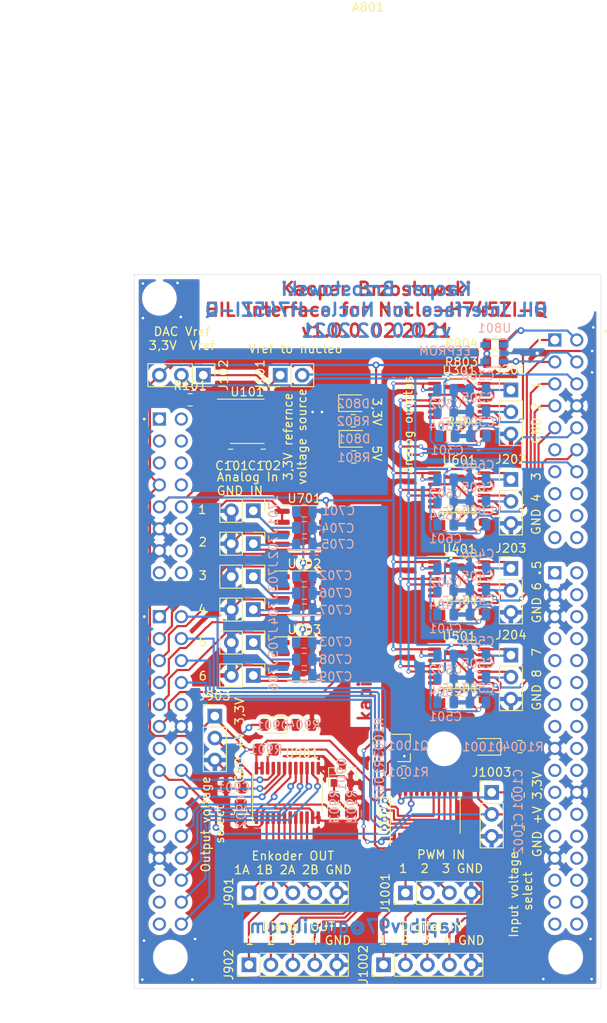
<source format=kicad_pcb>
(kicad_pcb (version 20171130) (host pcbnew "(5.1.6)-1")
  (layers (0 F.Cu signal) (31 B.Cu signal) (34 B.Paste user) (35 F.Paste user) (36 B.SilkS user) (37 F.SilkS user) (38 B.Mask user) (39 F.Mask user) (44 Edge.Cuts user))
  (net 0 "")
  (net 1 GND)
  (net 2 +5V)
  (net 3 +3.3VA)
  (net 4 /AIN1)
  (net 5 /AIN2)
  (net 6 /AIN4)
  (net 7 /AIN3)
  (net 8 /AIN5)
  (net 9 /AIN6)
  (net 10 /CS4)
  (net 11 /AnalogOutputs/sheet601A8596/SHDN)
  (net 12 VSSA)
  (net 13 /AnalogOutputs/sheet601A8596/OUT2)
  (net 14 /AnalogOutputs/sheet601A8596/OUT1)
  (net 15 /AnalogOutputs/sheet601A8597/SHDN)
  (net 16 /AnalogOutputs/sheet601A8597/OUT2)
  (net 17 /AnalogOutputs/sheet601A8597/OUT1)
  (net 18 /AnalogOutputs/sheet601A8598/SHDN)
  (net 19 /AnalogOutputs/sheet601A8598/OUT2)
  (net 20 /AnalogOutputs/sheet601A8598/OUT1)
  (net 21 /AnalogOutputs/sheet601A8599/SHDN)
  (net 22 /AnalogOutputs/sheet601A8599/OUT2)
  (net 23 /AnalogOutputs/sheet601A8599/OUT1)
  (net 24 "Net-(C704-Pad1)")
  (net 25 "Net-(C705-Pad1)")
  (net 26 "Net-(C706-Pad1)")
  (net 27 "Net-(C707-Pad1)")
  (net 28 "Net-(C708-Pad1)")
  (net 29 "Net-(C709-Pad1)")
  (net 30 /DigitalOutputs/V_ext)
  (net 31 /DigitalInputs/V_ext)
  (net 32 /DigitalOutputs/ENC2_A_Out)
  (net 33 /DigitalOutputs/ENC1_B_Out)
  (net 34 /DigitalOutputs/ENC1_A_Out)
  (net 35 /DigitalOutputs/OUT1_Buf)
  (net 36 /DigitalOutputs/OUT2_Buf)
  (net 37 /DigitalOutputs/OUT3_Buf)
  (net 38 /DigitalOutputs/OUT4_Buf)
  (net 39 /DigitalInputs/PWM1)
  (net 40 /DigitalInputs/PWM2)
  (net 41 /DigitalInputs/PWM3)
  (net 42 /DigitalInputs/IN1_Buf)
  (net 43 /DigitalInputs/IN2_Buf)
  (net 44 /DigitalInputs/IN3_Buf)
  (net 45 /DigitalInputs/IN4_Buf)
  (net 46 "Net-(Q901-Pad1)")
  (net 47 /DigitalOutputs/nOE)
  (net 48 /DigitalInputs/nOE)
  (net 49 "Net-(Q1001-Pad1)")
  (net 50 +3V3)
  (net 51 /CS1)
  (net 52 /SCK)
  (net 53 /MOSI)
  (net 54 /CS3)
  (net 55 /CS2)
  (net 56 /OUT3)
  (net 57 /OUT2)
  (net 58 /OUT4)
  (net 59 /PWM2)
  (net 60 +VREF)
  (net 61 /PWM1)
  (net 62 /OUT1)
  (net 63 /IN1)
  (net 64 /PWM3)
  (net 65 /IN2)
  (net 66 /IN3)
  (net 67 /ENC1_B)
  (net 68 /ENC1_A)
  (net 69 /IN4)
  (net 70 /DigitalOutputs/ENC2_B_Out)
  (net 71 /ENC2_A)
  (net 72 /ENC2_B)
  (net 73 "Net-(A801-PadCN7_4)")
  (net 74 "Net-(A801-PadCN7_2)")
  (net 75 "Net-(D801-Pad1)")
  (net 76 "Net-(D802-Pad1)")
  (net 77 "Net-(D901-Pad1)")
  (net 78 "Net-(D1001-Pad1)")
  (module Package_SO:TSSOP-24_4.4x7.8mm_P0.65mm (layer F.Cu) (at 102.235 119.5705 90)
    (fp_text reference U1001 (at 0 -4.85 90) (layer F.SilkS))
    (fp_text value SN74AVC8T245PW)
    (pad 24 smd roundrect (at 2.8625 -3.575 90) (size 1.475 0.4) (layers F.Cu F.Paste F.Mask) (net 50 +3V3))
    (pad 23 smd roundrect (at 2.8625 -2.925 90) (size 1.475 0.4) (layers F.Cu F.Paste F.Mask) (net 50 +3V3))
    (pad 22 smd roundrect (at 2.8625 -2.275 90) (size 1.475 0.4) (layers F.Cu F.Paste F.Mask) (net 48 /DigitalInputs/nOE))
    (pad 21 smd roundrect (at 2.8625 -1.625 90) (size 1.475 0.4) (layers F.Cu F.Paste F.Mask) (net 61 /PWM1))
    (pad 20 smd roundrect (at 2.8625 -0.975 90) (size 1.475 0.4) (layers F.Cu F.Paste F.Mask) (net 59 /PWM2))
    (pad 19 smd roundrect (at 2.8625 -0.325 90) (size 1.475 0.4) (layers F.Cu F.Paste F.Mask) (net 64 /PWM3))
    (pad 18 smd roundrect (at 2.8625 0.325 90) (size 1.475 0.4) (layers F.Cu F.Paste F.Mask))
    (pad 17 smd roundrect (at 2.8625 0.975 90) (size 1.475 0.4) (layers F.Cu F.Paste F.Mask) (net 63 /IN1))
    (pad 16 smd roundrect (at 2.8625 1.625 90) (size 1.475 0.4) (layers F.Cu F.Paste F.Mask) (net 65 /IN2))
    (pad 15 smd roundrect (at 2.8625 2.275 90) (size 1.475 0.4) (layers F.Cu F.Paste F.Mask) (net 66 /IN3))
    (pad 14 smd roundrect (at 2.8625 2.925 90) (size 1.475 0.4) (layers F.Cu F.Paste F.Mask) (net 69 /IN4))
    (pad 13 smd roundrect (at 2.8625 3.575 90) (size 1.475 0.4) (layers F.Cu F.Paste F.Mask) (net 1 GND))
    (pad 12 smd roundrect (at -2.8625 3.575 90) (size 1.475 0.4) (layers F.Cu F.Paste F.Mask) (net 1 GND))
    (pad 11 smd roundrect (at -2.8625 2.925 90) (size 1.475 0.4) (layers F.Cu F.Paste F.Mask) (net 1 GND))
    (pad 10 smd roundrect (at -2.8625 2.275 90) (size 1.475 0.4) (layers F.Cu F.Paste F.Mask) (net 45 /DigitalInputs/IN4_Buf))
    (pad 9 smd roundrect (at -2.8625 1.625 90) (size 1.475 0.4) (layers F.Cu F.Paste F.Mask) (net 44 /DigitalInputs/IN3_Buf))
    (pad 8 smd roundrect (at -2.8625 0.975 90) (size 1.475 0.4) (layers F.Cu F.Paste F.Mask) (net 43 /DigitalInputs/IN2_Buf))
    (pad 7 smd roundrect (at -2.8625 0.325 90) (size 1.475 0.4) (layers F.Cu F.Paste F.Mask) (net 42 /DigitalInputs/IN1_Buf))
    (pad 6 smd roundrect (at -2.8625 -0.325 90) (size 1.475 0.4) (layers F.Cu F.Paste F.Mask))
    (pad 5 smd roundrect (at -2.8625 -0.975 90) (size 1.475 0.4) (layers F.Cu F.Paste F.Mask) (net 41 /DigitalInputs/PWM3))
    (pad 4 smd roundrect (at -2.8625 -1.625 90) (size 1.475 0.4) (layers F.Cu F.Paste F.Mask) (net 40 /DigitalInputs/PWM2))
    (pad 3 smd roundrect (at -2.8625 -2.275 90) (size 1.475 0.4) (layers F.Cu F.Paste F.Mask) (net 39 /DigitalInputs/PWM1))
    (pad 2 smd roundrect (at -2.8625 -2.925 90) (size 1.475 0.4) (layers F.Cu F.Paste F.Mask) (net 50 +3V3))
    (pad 1 smd roundrect (at -2.8625 -3.575 90) (size 1.475 0.4) (layers F.Cu F.Paste F.Mask) (net 31 /DigitalInputs/V_ext))
  )
  (module Capacitor_SMD:C_0805_2012Metric (layer F.Cu) (at 80.899 119.253 270)
    (fp_text reference C902 (at 0 -0.0635 90) (layer B.SilkS) (effects (justify mirror)))
    (fp_text value 100n)
    (pad 2 smd roundrect (at 0.9375 0 270) (size 0.975 1.4) (layers F.Cu F.Paste F.Mask) (net 1 GND))
    (pad 1 smd roundrect (at -0.9375 0 270) (size 0.975 1.4) (layers F.Cu F.Paste F.Mask) (net 30 /DigitalOutputs/V_ext))
  )
  (module Moduless:ST_Morpho_and_Zio_Connectors_144_STLink (layer F.Cu) (at 63.881 63.6905)
    (fp_text reference A801 (at 31.75 -37.465) (layer F.SilkS))
    (fp_text value NUCLEO144-H743ZI)
    (pad "" np_thru_hole circle (at 40.55 48.3) (size 3 3) (drill 3) (layers *.Cu *.Mask))
    (pad "" np_thru_hole circle (at 8.89 72.39) (size 3 3) (drill 3) (layers *.Cu *.Mask))
    (pad "" np_thru_hole circle (at 54.6 72.4) (size 3 3) (drill 3) (layers *.Cu *.Mask))
    (pad "" np_thru_hole circle (at 7.62 -3.81) (size 3 3) (drill 3) (layers *.Cu *.Mask))
    (pad "" np_thru_hole circle (at 55.9 -2.5) (size 3 3) (drill 3) (layers *.Cu *.Mask))
    (pad CN10_34 thru_hole circle (at 55.88 68.575) (size 1.53 1.53) (drill 1.02) (layers *.Cu *.Mask))
    (pad CN10_33 thru_hole circle (at 53.34 68.575) (size 1.53 1.53) (drill 1.02) (layers *.Cu *.Mask))
    (pad CN9_30 thru_hole circle (at 10.16 68.575) (size 1.53 1.53) (drill 1.02) (layers *.Cu *.Mask) (net 58 /OUT4))
    (pad CN9_29 thru_hole circle (at 7.62 68.575) (size 1.53 1.53) (drill 1.02) (layers *.Cu *.Mask))
    (pad CN7_20 thru_hole circle (at 55.88 23.871) (size 1.53 1.53) (drill 1.02) (layers *.Cu *.Mask))
    (pad CN7_19 thru_hole circle (at 53.34 23.871) (size 1.53 1.53) (drill 1.02) (layers *.Cu *.Mask))
    (pad CN7_18 thru_hole circle (at 55.88 21.331) (size 1.53 1.53) (drill 1.02) (layers *.Cu *.Mask))
    (pad CN7_17 thru_hole circle (at 53.34 21.331) (size 1.53 1.53) (drill 1.02) (layers *.Cu *.Mask))
    (pad CN7_16 thru_hole circle (at 55.88 18.791) (size 1.53 1.53) (drill 1.02) (layers *.Cu *.Mask))
    (pad CN7_15 thru_hole circle (at 53.34 18.791) (size 1.53 1.53) (drill 1.02) (layers *.Cu *.Mask))
    (pad CN7_14 thru_hole circle (at 55.88 16.251) (size 1.53 1.53) (drill 1.02) (layers *.Cu *.Mask) (net 53 /MOSI))
    (pad CN7_13 thru_hole circle (at 53.34 16.251) (size 1.53 1.53) (drill 1.02) (layers *.Cu *.Mask))
    (pad CN7_12 thru_hole circle (at 55.88 13.711) (size 1.53 1.53) (drill 1.02) (layers *.Cu *.Mask) (net 64 /PWM3))
    (pad CN7_11 thru_hole circle (at 53.34 13.711) (size 1.53 1.53) (drill 1.02) (layers *.Cu *.Mask))
    (pad CN7_10 thru_hole circle (at 55.88 11.171) (size 1.53 1.53) (drill 1.02) (layers *.Cu *.Mask) (net 52 /SCK))
    (pad CN7_9 thru_hole circle (at 53.34 11.171) (size 1.53 1.53) (drill 1.02) (layers *.Cu *.Mask) (net 59 /PWM2))
    (pad CN7_8 thru_hole circle (at 55.88 8.631) (size 1.53 1.53) (drill 1.02) (layers *.Cu *.Mask) (net 1 GND))
    (pad CN7_7 thru_hole circle (at 53.34 8.631) (size 1.53 1.53) (drill 1.02) (layers *.Cu *.Mask) (net 10 /CS4))
    (pad CN7_6 thru_hole circle (at 55.88 6.091) (size 1.53 1.53) (drill 1.02) (layers *.Cu *.Mask) (net 60 +VREF))
    (pad CN7_5 thru_hole circle (at 53.34 6.091) (size 1.53 1.53) (drill 1.02) (layers *.Cu *.Mask) (net 54 /CS3))
    (pad CN7_4 thru_hole circle (at 55.88 3.551) (size 1.53 1.53) (drill 1.02) (layers *.Cu *.Mask) (net 73 "Net-(A801-PadCN7_4)"))
    (pad CN7_3 thru_hole circle (at 53.34 3.551) (size 1.53 1.53) (drill 1.02) (layers *.Cu *.Mask) (net 55 /CS2))
    (pad CN10_32 thru_hole circle (at 55.88 66.035) (size 1.53 1.53) (drill 1.02) (layers *.Cu *.Mask))
    (pad CN10_31 thru_hole circle (at 53.34 66.035) (size 1.53 1.53) (drill 1.02) (layers *.Cu *.Mask))
    (pad CN10_30 thru_hole circle (at 55.88 63.495) (size 1.53 1.53) (drill 1.02) (layers *.Cu *.Mask))
    (pad CN10_29 thru_hole circle (at 53.34 63.495) (size 1.53 1.53) (drill 1.02) (layers *.Cu *.Mask))
    (pad CN10_28 thru_hole circle (at 55.88 60.955) (size 1.53 1.53) (drill 1.02) (layers *.Cu *.Mask))
    (pad CN10_27 thru_hole circle (at 53.34 60.955) (size 1.53 1.53) (drill 1.02) (layers *.Cu *.Mask) (net 1 GND))
    (pad CN10_26 thru_hole circle (at 55.88 58.415) (size 1.53 1.53) (drill 1.02) (layers *.Cu *.Mask))
    (pad CN10_25 thru_hole circle (at 53.34 58.415) (size 1.53 1.53) (drill 1.02) (layers *.Cu *.Mask))
    (pad CN10_24 thru_hole circle (at 55.88 55.875) (size 1.53 1.53) (drill 1.02) (layers *.Cu *.Mask))
    (pad CN10_23 thru_hole circle (at 53.34 55.875) (size 1.53 1.53) (drill 1.02) (layers *.Cu *.Mask))
    (pad CN10_22 thru_hole circle (at 55.88 53.335) (size 1.53 1.53) (drill 1.02) (layers *.Cu *.Mask) (net 1 GND))
    (pad CN10_21 thru_hole circle (at 53.34 53.335) (size 1.53 1.53) (drill 1.02) (layers *.Cu *.Mask))
    (pad CN10_20 thru_hole circle (at 55.88 50.795) (size 1.53 1.53) (drill 1.02) (layers *.Cu *.Mask))
    (pad CN10_19 thru_hole circle (at 53.34 50.795) (size 1.53 1.53) (drill 1.02) (layers *.Cu *.Mask))
    (pad CN10_18 thru_hole circle (at 55.88 48.255) (size 1.53 1.53) (drill 1.02) (layers *.Cu *.Mask))
    (pad CN10_17 thru_hole circle (at 53.34 48.255) (size 1.53 1.53) (drill 1.02) (layers *.Cu *.Mask) (net 1 GND))
    (pad CN10_16 thru_hole circle (at 55.88 45.715) (size 1.53 1.53) (drill 1.02) (layers *.Cu *.Mask))
    (pad CN10_15 thru_hole circle (at 53.34 45.715) (size 1.53 1.53) (drill 1.02) (layers *.Cu *.Mask))
    (pad CN10_14 thru_hole circle (at 55.88 43.175) (size 1.53 1.53) (drill 1.02) (layers *.Cu *.Mask))
    (pad CN10_13 thru_hole circle (at 53.34 43.175) (size 1.53 1.53) (drill 1.02) (layers *.Cu *.Mask))
    (pad CN10_12 thru_hole circle (at 55.88 40.635) (size 1.53 1.53) (drill 1.02) (layers *.Cu *.Mask))
    (pad CN10_11 thru_hole circle (at 53.34 40.635) (size 1.53 1.53) (drill 1.02) (layers *.Cu *.Mask))
    (pad CN10_10 thru_hole circle (at 55.88 38.095) (size 1.53 1.53) (drill 1.02) (layers *.Cu *.Mask))
    (pad CN10_9 thru_hole circle (at 53.34 38.095) (size 1.53 1.53) (drill 1.02) (layers *.Cu *.Mask))
    (pad CN10_8 thru_hole circle (at 55.88 35.555) (size 1.53 1.53) (drill 1.02) (layers *.Cu *.Mask))
    (pad CN10_7 thru_hole circle (at 53.34 35.555) (size 1.53 1.53) (drill 1.02) (layers *.Cu *.Mask))
    (pad CN10_6 thru_hole circle (at 55.88 33.015) (size 1.53 1.53) (drill 1.02) (layers *.Cu *.Mask))
    (pad CN10_5 thru_hole circle (at 53.34 33.015) (size 1.53 1.53) (drill 1.02) (layers *.Cu *.Mask) (net 1 GND))
    (pad CN10_4 thru_hole circle (at 55.88 30.475) (size 1.53 1.53) (drill 1.02) (layers *.Cu *.Mask))
    (pad CN10_3 thru_hole circle (at 53.34 30.475) (size 1.53 1.53) (drill 1.02) (layers *.Cu *.Mask) (net 1 GND))
    (pad CN10_2 thru_hole circle (at 55.88 27.935) (size 1.53 1.53) (drill 1.02) (layers *.Cu *.Mask))
    (pad CN10_1 thru_hole rect (at 53.34 27.935) (size 1.53 1.53) (drill 1.02) (layers *.Cu *.Mask))
    (pad CN7_2 thru_hole circle (at 55.88 1.011) (size 1.53 1.53) (drill 1.02) (layers *.Cu *.Mask) (net 74 "Net-(A801-PadCN7_2)"))
    (pad CN7_1 thru_hole rect (at 53.34 1.011) (size 1.53 1.53) (drill 1.02) (layers *.Cu *.Mask) (net 51 /CS1))
    (pad CN9_28 thru_hole circle (at 10.16 66.035) (size 1.53 1.53) (drill 1.02) (layers *.Cu *.Mask) (net 56 /OUT3))
    (pad CN9_27 thru_hole circle (at 7.62 66.035) (size 1.53 1.53) (drill 1.02) (layers *.Cu *.Mask))
    (pad CN9_26 thru_hole circle (at 10.16 63.495) (size 1.53 1.53) (drill 1.02) (layers *.Cu *.Mask) (net 57 /OUT2))
    (pad CN9_25 thru_hole circle (at 7.62 63.495) (size 1.53 1.53) (drill 1.02) (layers *.Cu *.Mask))
    (pad CN9_24 thru_hole circle (at 10.16 60.955) (size 1.53 1.53) (drill 1.02) (layers *.Cu *.Mask) (net 62 /OUT1))
    (pad CN9_23 thru_hole circle (at 7.62 60.955) (size 1.53 1.53) (drill 1.02) (layers *.Cu *.Mask) (net 1 GND))
    (pad CN9_22 thru_hole circle (at 10.16 58.415) (size 1.53 1.53) (drill 1.02) (layers *.Cu *.Mask) (net 72 /ENC2_B))
    (pad CN9_21 thru_hole circle (at 7.62 58.415) (size 1.53 1.53) (drill 1.02) (layers *.Cu *.Mask))
    (pad CN9_20 thru_hole circle (at 10.16 55.875) (size 1.53 1.53) (drill 1.02) (layers *.Cu *.Mask) (net 71 /ENC2_A))
    (pad CN9_19 thru_hole circle (at 7.62 55.875) (size 1.53 1.53) (drill 1.02) (layers *.Cu *.Mask))
    (pad CN9_18 thru_hole circle (at 10.16 53.335) (size 1.53 1.53) (drill 1.02) (layers *.Cu *.Mask) (net 67 /ENC1_B))
    (pad CN9_17 thru_hole circle (at 7.62 53.335) (size 1.53 1.53) (drill 1.02) (layers *.Cu *.Mask))
    (pad CN9_16 thru_hole circle (at 10.16 50.795) (size 1.53 1.53) (drill 1.02) (layers *.Cu *.Mask) (net 68 /ENC1_A))
    (pad CN9_15 thru_hole circle (at 7.62 50.795) (size 1.53 1.53) (drill 1.02) (layers *.Cu *.Mask) (net 61 /PWM1))
    (pad CN9_14 thru_hole circle (at 10.16 48.255) (size 1.53 1.53) (drill 1.02) (layers *.Cu *.Mask))
    (pad CN9_13 thru_hole circle (at 7.62 48.255) (size 1.53 1.53) (drill 1.02) (layers *.Cu *.Mask))
    (pad CN9_12 thru_hole circle (at 10.16 45.715) (size 1.53 1.53) (drill 1.02) (layers *.Cu *.Mask) (net 1 GND))
    (pad CN9_11 thru_hole circle (at 7.62 45.715) (size 1.53 1.53) (drill 1.02) (layers *.Cu *.Mask) (net 9 /AIN6))
    (pad CN9_10 thru_hole circle (at 10.16 43.175) (size 1.53 1.53) (drill 1.02) (layers *.Cu *.Mask))
    (pad CN9_9 thru_hole circle (at 7.62 43.175) (size 1.53 1.53) (drill 1.02) (layers *.Cu *.Mask) (net 8 /AIN5))
    (pad CN9_8 thru_hole circle (at 10.16 40.635) (size 1.53 1.53) (drill 1.02) (layers *.Cu *.Mask) (net 69 /IN4))
    (pad CN9_7 thru_hole circle (at 7.62 40.635) (size 1.53 1.53) (drill 1.02) (layers *.Cu *.Mask) (net 6 /AIN4))
    (pad CN9_6 thru_hole circle (at 10.16 38.095) (size 1.53 1.53) (drill 1.02) (layers *.Cu *.Mask) (net 66 /IN3))
    (pad CN9_5 thru_hole circle (at 7.62 38.095) (size 1.53 1.53) (drill 1.02) (layers *.Cu *.Mask) (net 7 /AIN3))
    (pad CN9_4 thru_hole circle (at 10.16 35.555) (size 1.53 1.53) (drill 1.02) (layers *.Cu *.Mask) (net 65 /IN2))
    (pad CN9_3 thru_hole circle (at 7.62 35.555) (size 1.53 1.53) (drill 1.02) (layers *.Cu *.Mask) (net 5 /AIN2))
    (pad CN9_2 thru_hole circle (at 10.16 33.015) (size 1.53 1.53) (drill 1.02) (layers *.Cu *.Mask) (net 63 /IN1))
    (pad CN9_1 thru_hole rect (at 7.62 33.015) (size 1.53 1.53) (drill 1.02) (layers *.Cu *.Mask) (net 4 /AIN1))
    (pad CN8_16 thru_hole circle (at 10.16 27.935) (size 1.53 1.53) (drill 1.02) (layers *.Cu *.Mask))
    (pad CN8_15 thru_hole circle (at 7.62 27.935) (size 1.53 1.53) (drill 1.02) (layers *.Cu *.Mask))
    (pad CN8_14 thru_hole circle (at 10.16 25.395) (size 1.53 1.53) (drill 1.02) (layers *.Cu *.Mask))
    (pad CN8_13 thru_hole circle (at 7.62 25.395) (size 1.53 1.53) (drill 1.02) (layers *.Cu *.Mask) (net 1 GND))
    (pad CN8_12 thru_hole circle (at 10.16 22.855) (size 1.53 1.53) (drill 1.02) (layers *.Cu *.Mask))
    (pad CN8_11 thru_hole circle (at 7.62 22.855) (size 1.53 1.53) (drill 1.02) (layers *.Cu *.Mask) (net 1 GND))
    (pad CN8_10 thru_hole circle (at 10.16 20.315) (size 1.53 1.53) (drill 1.02) (layers *.Cu *.Mask))
    (pad CN8_9 thru_hole circle (at 7.62 20.315) (size 1.53 1.53) (drill 1.02) (layers *.Cu *.Mask) (net 2 +5V))
    (pad CN8_8 thru_hole circle (at 10.16 17.775) (size 1.53 1.53) (drill 1.02) (layers *.Cu *.Mask))
    (pad CN8_7 thru_hole circle (at 7.62 17.775) (size 1.53 1.53) (drill 1.02) (layers *.Cu *.Mask) (net 50 +3V3))
    (pad CN8_6 thru_hole circle (at 10.16 15.235) (size 1.53 1.53) (drill 1.02) (layers *.Cu *.Mask))
    (pad CN8_5 thru_hole circle (at 7.62 15.235) (size 1.53 1.53) (drill 1.02) (layers *.Cu *.Mask))
    (pad CN8_4 thru_hole circle (at 10.16 12.695) (size 1.53 1.53) (drill 1.02) (layers *.Cu *.Mask))
    (pad CN8_3 thru_hole circle (at 7.62 12.695) (size 1.53 1.53) (drill 1.02) (layers *.Cu *.Mask))
    (pad CN8_2 thru_hole circle (at 10.16 10.155) (size 1.53 1.53) (drill 1.02) (layers *.Cu *.Mask))
    (pad CN8_1 thru_hole rect (at 7.62 10.155) (size 1.53 1.53) (drill 1.02) (layers *.Cu *.Mask))
  )
  (module Connector_PinHeader_2.54mm:PinHeader_1x02_P2.54mm_Vertical (layer F.Cu) (at 82.3595 92.075 270)
    (fp_text reference J703 (at 0 -2.33 90) (layer B.SilkS) (effects (justify mirror)))
    (fp_text value Conn_01x02_Male)
    (pad 2 thru_hole oval (at 0 2.54 270) (size 1.7 1.7) (drill 1) (layers *.Cu *.Mask) (net 1 GND))
    (pad 1 thru_hole rect (at 0 0 270) (size 1.7 1.7) (drill 1) (layers *.Cu *.Mask) (net 26 "Net-(C706-Pad1)"))
  )
  (module Capacitor_SMD:C_0805_2012Metric (layer F.Cu) (at 79.756 78.0415)
    (fp_text reference C101 (at 0.127 1.2065) (layer F.SilkS))
    (fp_text value 100n)
    (pad 2 smd roundrect (at 0.9375 0) (size 0.975 1.4) (layers F.Cu F.Paste F.Mask) (net 1 GND))
    (pad 1 smd roundrect (at -0.9375 0) (size 0.975 1.4) (layers F.Cu F.Paste F.Mask) (net 2 +5V))
  )
  (module Capacitor_SMD:C_0805_2012Metric (layer F.Cu) (at 83.5025 78.0415 180)
    (fp_text reference C102 (at -0.127 -1.2065) (layer F.SilkS))
    (fp_text value 10n)
    (pad 2 smd roundrect (at 0.9375 0 180) (size 0.975 1.4) (layers F.Cu F.Paste F.Mask) (net 1 GND))
    (pad 1 smd roundrect (at -0.9375 0 180) (size 0.975 1.4) (layers F.Cu F.Paste F.Mask) (net 3 +3.3VA))
  )
  (module Connector_PinHeader_2.54mm:PinHeader_1x02_P2.54mm_Vertical (layer F.Cu) (at 85.471 68.7705 90)
    (fp_text reference J101 (at 0 -2.33 90) (layer F.SilkS))
    (fp_text value Conn_01x02_Male)
    (pad 2 thru_hole oval (at 0 2.54 90) (size 1.7 1.7) (drill 1) (layers *.Cu *.Mask) (net 60 +VREF))
    (pad 1 thru_hole rect (at 0 0 90) (size 1.7 1.7) (drill 1) (layers *.Cu *.Mask) (net 3 +3.3VA))
  )
  (module Connector_PinHeader_2.54mm:PinHeader_1x03_P2.54mm_Vertical (layer F.Cu) (at 76.581 68.7705 270)
    (fp_text reference J102 (at 0 -2.33 90) (layer F.SilkS))
    (fp_text value Conn_01x03_Male)
    (pad 3 thru_hole oval (at 0 5.08 270) (size 1.7 1.7) (drill 1) (layers *.Cu *.Mask) (net 50 +3V3))
    (pad 2 thru_hole oval (at 0 2.54 270) (size 1.7 1.7) (drill 1) (layers *.Cu *.Mask) (net 12 VSSA))
    (pad 1 thru_hole rect (at 0 0 270) (size 1.7 1.7) (drill 1) (layers *.Cu *.Mask) (net 3 +3.3VA))
  )
  (module Package_SO:SOIC-8_3.9x4.9mm_P1.27mm (layer F.Cu) (at 81.661 74.1045)
    (fp_text reference U101 (at 0 -3.4) (layer F.SilkS))
    (fp_text value MCP1501)
    (pad 8 smd roundrect (at 2.475 -1.905) (size 1.95 0.6) (layers F.Cu F.Paste F.Mask) (net 3 +3.3VA))
    (pad 7 smd roundrect (at 2.475 -0.635) (size 1.95 0.6) (layers F.Cu F.Paste F.Mask) (net 3 +3.3VA))
    (pad 6 smd roundrect (at 2.475 0.635) (size 1.95 0.6) (layers F.Cu F.Paste F.Mask) (net 1 GND))
    (pad 5 smd roundrect (at 2.475 1.905) (size 1.95 0.6) (layers F.Cu F.Paste F.Mask) (net 1 GND))
    (pad 4 smd roundrect (at -2.475 1.905) (size 1.95 0.6) (layers F.Cu F.Paste F.Mask) (net 1 GND))
    (pad 3 smd roundrect (at -2.475 0.635) (size 1.95 0.6) (layers F.Cu F.Paste F.Mask) (net 2 +5V))
    (pad 2 smd roundrect (at -2.475 -0.635) (size 1.95 0.6) (layers F.Cu F.Paste F.Mask) (net 1 GND))
    (pad 1 smd roundrect (at -2.475 -1.905) (size 1.95 0.6) (layers F.Cu F.Paste F.Mask) (net 2 +5V))
  )
  (module Capacitor_SMD:C_0805_2012Metric (layer B.Cu) (at 104.775 75.819)
    (fp_text reference C301 (at 0 1.65) (layer B.SilkS) (effects (justify mirror)))
    (fp_text value C)
    (pad 2 smd roundrect (at 0.9375 0) (size 0.975 1.4) (layers B.Cu B.Paste B.Mask) (net 1 GND))
    (pad 1 smd roundrect (at -0.9375 0) (size 0.975 1.4) (layers B.Cu B.Paste B.Mask) (net 11 /AnalogOutputs/sheet601A8596/SHDN))
  )
  (module Capacitor_SMD:C_0805_2012Metric (layer B.Cu) (at 104.5845 70.485)
    (fp_text reference C302 (at 0 1.65) (layer B.SilkS) (effects (justify mirror)))
    (fp_text value 100n)
    (pad 2 smd roundrect (at 0.9375 0) (size 0.975 1.4) (layers B.Cu B.Paste B.Mask) (net 1 GND))
    (pad 1 smd roundrect (at -0.9375 0) (size 0.975 1.4) (layers B.Cu B.Paste B.Mask) (net 2 +5V))
  )
  (module Capacitor_SMD:C_0805_2012Metric (layer B.Cu) (at 108.3945 75.819 180)
    (fp_text reference C303 (at 0 1.65) (layer B.SilkS) (effects (justify mirror)))
    (fp_text value 1u)
    (pad 2 smd roundrect (at 0.9375 0 180) (size 0.975 1.4) (layers B.Cu B.Paste B.Mask) (net 1 GND))
    (pad 1 smd roundrect (at -0.9375 0 180) (size 0.975 1.4) (layers B.Cu B.Paste B.Mask) (net 2 +5V))
  )
  (module Capacitor_SMD:C_0805_2012Metric (layer B.Cu) (at 104.5845 73.025)
    (fp_text reference C304 (at 0 1.65) (layer B.SilkS) (effects (justify mirror)))
    (fp_text value 10n)
    (pad 2 smd roundrect (at 0.9375 0) (size 0.975 1.4) (layers B.Cu B.Paste B.Mask) (net 1 GND))
    (pad 1 smd roundrect (at -0.9375 0) (size 0.975 1.4) (layers B.Cu B.Paste B.Mask) (net 12 VSSA))
  )
  (module Capacitor_SMD:C_0805_2012Metric (layer B.Cu) (at 108.331 73.025 180)
    (fp_text reference C305 (at 0 1.65) (layer B.SilkS) (effects (justify mirror)))
    (fp_text value 100p)
    (pad 2 smd roundrect (at 0.9375 0 180) (size 0.975 1.4) (layers B.Cu B.Paste B.Mask) (net 1 GND))
    (pad 1 smd roundrect (at -0.9375 0 180) (size 0.975 1.4) (layers B.Cu B.Paste B.Mask) (net 13 /AnalogOutputs/sheet601A8596/OUT2))
  )
  (module Capacitor_SMD:C_0805_2012Metric (layer B.Cu) (at 108.331 70.485 180)
    (fp_text reference C306 (at 0 1.65) (layer B.SilkS) (effects (justify mirror)))
    (fp_text value 100p)
    (pad 2 smd roundrect (at 0.9375 0 180) (size 0.975 1.4) (layers B.Cu B.Paste B.Mask) (net 1 GND))
    (pad 1 smd roundrect (at -0.9375 0 180) (size 0.975 1.4) (layers B.Cu B.Paste B.Mask) (net 14 /AnalogOutputs/sheet601A8596/OUT1))
  )
  (module Capacitor_SMD:C_0805_2012Metric (layer B.Cu) (at 104.5845 96.4565)
    (fp_text reference C401 (at 0 1.65) (layer B.SilkS) (effects (justify mirror)))
    (fp_text value C)
    (pad 2 smd roundrect (at 0.9375 0) (size 0.975 1.4) (layers B.Cu B.Paste B.Mask) (net 1 GND))
    (pad 1 smd roundrect (at -0.9375 0) (size 0.975 1.4) (layers B.Cu B.Paste B.Mask) (net 15 /AnalogOutputs/sheet601A8597/SHDN))
  )
  (module Capacitor_SMD:C_0805_2012Metric (layer B.Cu) (at 104.5845 91.1225)
    (fp_text reference C402 (at 0 1.65) (layer B.SilkS) (effects (justify mirror)))
    (fp_text value 100n)
    (pad 2 smd roundrect (at 0.9375 0) (size 0.975 1.4) (layers B.Cu B.Paste B.Mask) (net 1 GND))
    (pad 1 smd roundrect (at -0.9375 0) (size 0.975 1.4) (layers B.Cu B.Paste B.Mask) (net 2 +5V))
  )
  (module Capacitor_SMD:C_0805_2012Metric (layer B.Cu) (at 108.331 96.4565 180)
    (fp_text reference C403 (at 0 1.65) (layer B.SilkS) (effects (justify mirror)))
    (fp_text value 1u)
    (pad 2 smd roundrect (at 0.9375 0 180) (size 0.975 1.4) (layers B.Cu B.Paste B.Mask) (net 1 GND))
    (pad 1 smd roundrect (at -0.9375 0 180) (size 0.975 1.4) (layers B.Cu B.Paste B.Mask) (net 2 +5V))
  )
  (module Capacitor_SMD:C_0805_2012Metric (layer B.Cu) (at 104.5845 93.6625)
    (fp_text reference C404 (at 0 1.65) (layer B.SilkS) (effects (justify mirror)))
    (fp_text value 10n)
    (pad 2 smd roundrect (at 0.9375 0) (size 0.975 1.4) (layers B.Cu B.Paste B.Mask) (net 1 GND))
    (pad 1 smd roundrect (at -0.9375 0) (size 0.975 1.4) (layers B.Cu B.Paste B.Mask) (net 12 VSSA))
  )
  (module Capacitor_SMD:C_0805_2012Metric (layer B.Cu) (at 108.331 93.6625 180)
    (fp_text reference C405 (at 0 1.65) (layer B.SilkS) (effects (justify mirror)))
    (fp_text value 100p)
    (pad 2 smd roundrect (at 0.9375 0 180) (size 0.975 1.4) (layers B.Cu B.Paste B.Mask) (net 1 GND))
    (pad 1 smd roundrect (at -0.9375 0 180) (size 0.975 1.4) (layers B.Cu B.Paste B.Mask) (net 16 /AnalogOutputs/sheet601A8597/OUT2))
  )
  (module Capacitor_SMD:C_0805_2012Metric (layer B.Cu) (at 108.331 91.1225 180)
    (fp_text reference C406 (at 0 1.65) (layer B.SilkS) (effects (justify mirror)))
    (fp_text value 100p)
    (pad 2 smd roundrect (at 0.9375 0 180) (size 0.975 1.4) (layers B.Cu B.Paste B.Mask) (net 1 GND))
    (pad 1 smd roundrect (at -0.9375 0 180) (size 0.975 1.4) (layers B.Cu B.Paste B.Mask) (net 17 /AnalogOutputs/sheet601A8597/OUT1))
  )
  (module Capacitor_SMD:C_0805_2012Metric (layer B.Cu) (at 104.5845 106.6165)
    (fp_text reference C501 (at 0 1.65) (layer B.SilkS) (effects (justify mirror)))
    (fp_text value C)
    (pad 2 smd roundrect (at 0.9375 0) (size 0.975 1.4) (layers B.Cu B.Paste B.Mask) (net 1 GND))
    (pad 1 smd roundrect (at -0.9375 0) (size 0.975 1.4) (layers B.Cu B.Paste B.Mask) (net 18 /AnalogOutputs/sheet601A8598/SHDN))
  )
  (module Capacitor_SMD:C_0805_2012Metric (layer B.Cu) (at 104.5845 101.219)
    (fp_text reference C502 (at 0 1.65) (layer B.SilkS) (effects (justify mirror)))
    (fp_text value 100n)
    (pad 2 smd roundrect (at 0.9375 0) (size 0.975 1.4) (layers B.Cu B.Paste B.Mask) (net 1 GND))
    (pad 1 smd roundrect (at -0.9375 0) (size 0.975 1.4) (layers B.Cu B.Paste B.Mask) (net 2 +5V))
  )
  (module Capacitor_SMD:C_0805_2012Metric (layer B.Cu) (at 108.331 106.6165 180)
    (fp_text reference C503 (at 0 1.65) (layer B.SilkS) (effects (justify mirror)))
    (fp_text value 1u)
    (pad 2 smd roundrect (at 0.9375 0 180) (size 0.975 1.4) (layers B.Cu B.Paste B.Mask) (net 1 GND))
    (pad 1 smd roundrect (at -0.9375 0 180) (size 0.975 1.4) (layers B.Cu B.Paste B.Mask) (net 2 +5V))
  )
  (module Capacitor_SMD:C_0805_2012Metric (layer B.Cu) (at 104.5845 103.759)
    (fp_text reference C504 (at 0 1.65) (layer B.SilkS) (effects (justify mirror)))
    (fp_text value 10n)
    (pad 2 smd roundrect (at 0.9375 0) (size 0.975 1.4) (layers B.Cu B.Paste B.Mask) (net 1 GND))
    (pad 1 smd roundrect (at -0.9375 0) (size 0.975 1.4) (layers B.Cu B.Paste B.Mask) (net 12 VSSA))
  )
  (module Capacitor_SMD:C_0805_2012Metric (layer B.Cu) (at 108.331 103.759 180)
    (fp_text reference C505 (at 0 1.65) (layer B.SilkS) (effects (justify mirror)))
    (fp_text value 100p)
    (pad 2 smd roundrect (at 0.9375 0 180) (size 0.975 1.4) (layers B.Cu B.Paste B.Mask) (net 1 GND))
    (pad 1 smd roundrect (at -0.9375 0 180) (size 0.975 1.4) (layers B.Cu B.Paste B.Mask) (net 19 /AnalogOutputs/sheet601A8598/OUT2))
  )
  (module Capacitor_SMD:C_0805_2012Metric (layer B.Cu) (at 108.331 101.219 180)
    (fp_text reference C506 (at 0 1.65) (layer B.SilkS) (effects (justify mirror)))
    (fp_text value 100p)
    (pad 2 smd roundrect (at 0.9375 0 180) (size 0.975 1.4) (layers B.Cu B.Paste B.Mask) (net 1 GND))
    (pad 1 smd roundrect (at -0.9375 0 180) (size 0.975 1.4) (layers B.Cu B.Paste B.Mask) (net 20 /AnalogOutputs/sheet601A8598/OUT1))
  )
  (module Capacitor_SMD:C_0805_2012Metric (layer B.Cu) (at 104.5845 86.0425)
    (fp_text reference C601 (at 0 1.65) (layer B.SilkS) (effects (justify mirror)))
    (fp_text value C)
    (pad 2 smd roundrect (at 0.9375 0) (size 0.975 1.4) (layers B.Cu B.Paste B.Mask) (net 1 GND))
    (pad 1 smd roundrect (at -0.9375 0) (size 0.975 1.4) (layers B.Cu B.Paste B.Mask) (net 21 /AnalogOutputs/sheet601A8599/SHDN))
  )
  (module Capacitor_SMD:C_0805_2012Metric (layer B.Cu) (at 104.5845 80.8355)
    (fp_text reference C602 (at 0 1.65) (layer B.SilkS) (effects (justify mirror)))
    (fp_text value 100n)
    (pad 2 smd roundrect (at 0.9375 0) (size 0.975 1.4) (layers B.Cu B.Paste B.Mask) (net 1 GND))
    (pad 1 smd roundrect (at -0.9375 0) (size 0.975 1.4) (layers B.Cu B.Paste B.Mask) (net 2 +5V))
  )
  (module Capacitor_SMD:C_0805_2012Metric (layer B.Cu) (at 108.331 86.0425 180)
    (fp_text reference C603 (at 0 1.65) (layer B.SilkS) (effects (justify mirror)))
    (fp_text value 1u)
    (pad 2 smd roundrect (at 0.9375 0 180) (size 0.975 1.4) (layers B.Cu B.Paste B.Mask) (net 1 GND))
    (pad 1 smd roundrect (at -0.9375 0 180) (size 0.975 1.4) (layers B.Cu B.Paste B.Mask) (net 2 +5V))
  )
  (module Capacitor_SMD:C_0805_2012Metric (layer B.Cu) (at 104.5845 83.3755)
    (fp_text reference C604 (at 0 1.65) (layer B.SilkS) (effects (justify mirror)))
    (fp_text value 10n)
    (pad 2 smd roundrect (at 0.9375 0) (size 0.975 1.4) (layers B.Cu B.Paste B.Mask) (net 1 GND))
    (pad 1 smd roundrect (at -0.9375 0) (size 0.975 1.4) (layers B.Cu B.Paste B.Mask) (net 12 VSSA))
  )
  (module Capacitor_SMD:C_0805_2012Metric (layer B.Cu) (at 108.331 83.3755 180)
    (fp_text reference C605 (at 0 1.65) (layer B.SilkS) (effects (justify mirror)))
    (fp_text value 100p)
    (pad 2 smd roundrect (at 0.9375 0 180) (size 0.975 1.4) (layers B.Cu B.Paste B.Mask) (net 1 GND))
    (pad 1 smd roundrect (at -0.9375 0 180) (size 0.975 1.4) (layers B.Cu B.Paste B.Mask) (net 22 /AnalogOutputs/sheet601A8599/OUT2))
  )
  (module Capacitor_SMD:C_0805_2012Metric (layer B.Cu) (at 108.331 80.8355 180)
    (fp_text reference C606 (at 0 1.65) (layer B.SilkS) (effects (justify mirror)))
    (fp_text value 100p)
    (pad 2 smd roundrect (at 0.9375 0 180) (size 0.975 1.4) (layers B.Cu B.Paste B.Mask) (net 1 GND))
    (pad 1 smd roundrect (at -0.9375 0 180) (size 0.975 1.4) (layers B.Cu B.Paste B.Mask) (net 23 /AnalogOutputs/sheet601A8599/OUT1))
  )
  (module Capacitor_SMD:C_0805_2012Metric (layer B.Cu) (at 88.265 84.455)
    (fp_text reference C701 (at 3.937 0 180) (layer B.SilkS) (effects (justify mirror)))
    (fp_text value 100n)
    (pad 2 smd roundrect (at 0.9375 0) (size 0.975 1.4) (layers B.Cu B.Paste B.Mask) (net 1 GND))
    (pad 1 smd roundrect (at -0.9375 0) (size 0.975 1.4) (layers B.Cu B.Paste B.Mask) (net 2 +5V))
  )
  (module Capacitor_SMD:C_0805_2012Metric (layer B.Cu) (at 88.265 91.948)
    (fp_text reference C702 (at 3.6195 0) (layer B.SilkS) (effects (justify mirror)))
    (fp_text value 100n)
    (pad 2 smd roundrect (at 0.9375 0) (size 0.975 1.4) (layers B.Cu B.Paste B.Mask) (net 1 GND))
    (pad 1 smd roundrect (at -0.9375 0) (size 0.975 1.4) (layers B.Cu B.Paste B.Mask) (net 2 +5V))
  )
  (module Capacitor_SMD:C_0805_2012Metric (layer B.Cu) (at 88.25 99.6315)
    (fp_text reference C703 (at 3.6345 0) (layer B.SilkS) (effects (justify mirror)))
    (fp_text value 100n)
    (pad 2 smd roundrect (at 0.9375 0) (size 0.975 1.4) (layers B.Cu B.Paste B.Mask) (net 1 GND))
    (pad 1 smd roundrect (at -0.9375 0) (size 0.975 1.4) (layers B.Cu B.Paste B.Mask) (net 2 +5V))
  )
  (module Capacitor_SMD:C_0805_2012Metric (layer B.Cu) (at 88.265 86.4235)
    (fp_text reference C704 (at 3.8735 0.0635 180) (layer B.SilkS) (effects (justify mirror)))
    (fp_text value 100p)
    (pad 2 smd roundrect (at 0.9375 0) (size 0.975 1.4) (layers B.Cu B.Paste B.Mask) (net 1 GND))
    (pad 1 smd roundrect (at -0.9375 0) (size 0.975 1.4) (layers B.Cu B.Paste B.Mask) (net 24 "Net-(C704-Pad1)"))
  )
  (module Capacitor_SMD:C_0805_2012Metric (layer B.Cu) (at 88.265 88.392)
    (fp_text reference C705 (at 3.8735 -0.0635 180) (layer B.SilkS) (effects (justify mirror)))
    (fp_text value 100p)
    (pad 2 smd roundrect (at 0.9375 0) (size 0.975 1.4) (layers B.Cu B.Paste B.Mask) (net 1 GND))
    (pad 1 smd roundrect (at -0.9375 0) (size 0.975 1.4) (layers B.Cu B.Paste B.Mask) (net 25 "Net-(C705-Pad1)"))
  )
  (module Capacitor_SMD:C_0805_2012Metric (layer B.Cu) (at 88.265 93.98)
    (fp_text reference C706 (at 3.6195 0) (layer B.SilkS) (effects (justify mirror)))
    (fp_text value 100p)
    (pad 2 smd roundrect (at 0.9375 0) (size 0.975 1.4) (layers B.Cu B.Paste B.Mask) (net 1 GND))
    (pad 1 smd roundrect (at -0.9375 0) (size 0.975 1.4) (layers B.Cu B.Paste B.Mask) (net 26 "Net-(C706-Pad1)"))
  )
  (module Capacitor_SMD:C_0805_2012Metric (layer B.Cu) (at 88.265 95.9485)
    (fp_text reference C707 (at 3.6195 0) (layer B.SilkS) (effects (justify mirror)))
    (fp_text value 100p)
    (pad 2 smd roundrect (at 0.9375 0) (size 0.975 1.4) (layers B.Cu B.Paste B.Mask) (net 1 GND))
    (pad 1 smd roundrect (at -0.9375 0) (size 0.975 1.4) (layers B.Cu B.Paste B.Mask) (net 27 "Net-(C707-Pad1)"))
  )
  (module Capacitor_SMD:C_0805_2012Metric (layer B.Cu) (at 88.25 101.6635)
    (fp_text reference C708 (at 3.6345 0) (layer B.SilkS) (effects (justify mirror)))
    (fp_text value 100p)
    (pad 2 smd roundrect (at 0.9375 0) (size 0.975 1.4) (layers B.Cu B.Paste B.Mask) (net 1 GND))
    (pad 1 smd roundrect (at -0.9375 0) (size 0.975 1.4) (layers B.Cu B.Paste B.Mask) (net 28 "Net-(C708-Pad1)"))
  )
  (module Capacitor_SMD:C_0805_2012Metric (layer B.Cu) (at 88.25 103.632)
    (fp_text reference C709 (at 3.6345 0) (layer B.SilkS) (effects (justify mirror)))
    (fp_text value 100p)
    (pad 2 smd roundrect (at 0.9375 0) (size 0.975 1.4) (layers B.Cu B.Paste B.Mask) (net 1 GND))
    (pad 1 smd roundrect (at -0.9375 0) (size 0.975 1.4) (layers B.Cu B.Paste B.Mask) (net 29 "Net-(C709-Pad1)"))
  )
  (module Capacitor_SMD:C_0805_2012Metric (layer F.Cu) (at 80.152 116.459 180)
    (fp_text reference C901 (at 0.0785 0) (layer B.SilkS) (effects (justify mirror)))
    (fp_text value 100n)
    (pad 2 smd roundrect (at 0.9375 0 180) (size 0.975 1.4) (layers F.Cu F.Paste F.Mask) (net 1 GND))
    (pad 1 smd roundrect (at -0.9375 0 180) (size 0.975 1.4) (layers F.Cu F.Paste F.Mask) (net 50 +3V3))
  )
  (module Capacitor_SMD:C_0805_2012Metric (layer F.Cu) (at 112.9665 117.348 90)
    (fp_text reference C1001 (at 0.635 0 90) (layer B.SilkS) (effects (justify mirror)))
    (fp_text value 100n)
    (pad 2 smd roundrect (at 0.9375 0 90) (size 0.975 1.4) (layers F.Cu F.Paste F.Mask) (net 1 GND))
    (pad 1 smd roundrect (at -0.9375 0 90) (size 0.975 1.4) (layers F.Cu F.Paste F.Mask) (net 50 +3V3))
  )
  (module Capacitor_SMD:C_0805_2012Metric (layer F.Cu) (at 112.9665 121.158 270)
    (fp_text reference C1002 (at 0.635 -0.0635 90) (layer B.SilkS) (effects (justify mirror)))
    (fp_text value 100n)
    (pad 2 smd roundrect (at 0.9375 0 270) (size 0.975 1.4) (layers F.Cu F.Paste F.Mask) (net 1 GND))
    (pad 1 smd roundrect (at -0.9375 0 270) (size 0.975 1.4) (layers F.Cu F.Paste F.Mask) (net 31 /DigitalInputs/V_ext))
  )
  (module Connector_PinHeader_2.54mm:PinHeader_1x03_P2.54mm_Vertical (layer F.Cu) (at 112.141 70.485)
    (fp_text reference J201 (at 0 -2.33) (layer F.SilkS))
    (fp_text value Conn_01x03_Male)
    (pad 3 thru_hole oval (at 0 5.08) (size 1.7 1.7) (drill 1) (layers *.Cu *.Mask) (net 1 GND))
    (pad 2 thru_hole oval (at 0 2.54) (size 1.7 1.7) (drill 1) (layers *.Cu *.Mask) (net 13 /AnalogOutputs/sheet601A8596/OUT2))
    (pad 1 thru_hole rect (at 0 0) (size 1.7 1.7) (drill 1) (layers *.Cu *.Mask) (net 14 /AnalogOutputs/sheet601A8596/OUT1))
  )
  (module Connector_PinHeader_2.54mm:PinHeader_1x03_P2.54mm_Vertical (layer F.Cu) (at 112.141 80.8355)
    (fp_text reference J202 (at 0 -2.33) (layer F.SilkS))
    (fp_text value Conn_01x03_Male)
    (pad 3 thru_hole oval (at 0 5.08) (size 1.7 1.7) (drill 1) (layers *.Cu *.Mask) (net 1 GND))
    (pad 2 thru_hole oval (at 0 2.54) (size 1.7 1.7) (drill 1) (layers *.Cu *.Mask) (net 22 /AnalogOutputs/sheet601A8599/OUT2))
    (pad 1 thru_hole rect (at 0 0) (size 1.7 1.7) (drill 1) (layers *.Cu *.Mask) (net 23 /AnalogOutputs/sheet601A8599/OUT1))
  )
  (module Connector_PinHeader_2.54mm:PinHeader_1x03_P2.54mm_Vertical (layer F.Cu) (at 112.141 91.1225)
    (fp_text reference J203 (at 0 -2.33) (layer F.SilkS))
    (fp_text value Conn_01x03_Male)
    (pad 3 thru_hole oval (at 0 5.08) (size 1.7 1.7) (drill 1) (layers *.Cu *.Mask) (net 1 GND))
    (pad 2 thru_hole oval (at 0 2.54) (size 1.7 1.7) (drill 1) (layers *.Cu *.Mask) (net 16 /AnalogOutputs/sheet601A8597/OUT2))
    (pad 1 thru_hole rect (at 0 0) (size 1.7 1.7) (drill 1) (layers *.Cu *.Mask) (net 17 /AnalogOutputs/sheet601A8597/OUT1))
  )
  (module Connector_PinHeader_2.54mm:PinHeader_1x03_P2.54mm_Vertical (layer F.Cu) (at 112.141 101.1555)
    (fp_text reference J204 (at 0 -2.33) (layer F.SilkS))
    (fp_text value Conn_01x03_Male)
    (pad 3 thru_hole oval (at 0 5.08) (size 1.7 1.7) (drill 1) (layers *.Cu *.Mask) (net 1 GND))
    (pad 2 thru_hole oval (at 0 2.54) (size 1.7 1.7) (drill 1) (layers *.Cu *.Mask) (net 19 /AnalogOutputs/sheet601A8598/OUT2))
    (pad 1 thru_hole rect (at 0 0) (size 1.7 1.7) (drill 1) (layers *.Cu *.Mask) (net 20 /AnalogOutputs/sheet601A8598/OUT1))
  )
  (module Connector_PinHeader_2.54mm:PinHeader_1x02_P2.54mm_Vertical (layer F.Cu) (at 82.3595 84.455 270)
    (fp_text reference J701 (at 0 -2.33 90) (layer B.SilkS) (effects (justify mirror)))
    (fp_text value Conn_01x02_Male)
    (pad 2 thru_hole oval (at 0 2.54 270) (size 1.7 1.7) (drill 1) (layers *.Cu *.Mask) (net 1 GND))
    (pad 1 thru_hole rect (at 0 0 270) (size 1.7 1.7) (drill 1) (layers *.Cu *.Mask) (net 24 "Net-(C704-Pad1)"))
  )
  (module Connector_PinHeader_2.54mm:PinHeader_1x02_P2.54mm_Vertical (layer F.Cu) (at 82.3595 88.265 270)
    (fp_text reference J702 (at 0 -2.33 90) (layer B.SilkS) (effects (justify mirror)))
    (fp_text value Conn_01x02_Male)
    (pad 2 thru_hole oval (at 0 2.54 270) (size 1.7 1.7) (drill 1) (layers *.Cu *.Mask) (net 1 GND))
    (pad 1 thru_hole rect (at 0 0 270) (size 1.7 1.7) (drill 1) (layers *.Cu *.Mask) (net 25 "Net-(C705-Pad1)"))
  )
  (module Connector_PinHeader_2.54mm:PinHeader_1x02_P2.54mm_Vertical (layer F.Cu) (at 82.3595 95.885 270)
    (fp_text reference J704 (at 0 -2.33 90) (layer B.SilkS) (effects (justify mirror)))
    (fp_text value Conn_01x02_Male)
    (pad 2 thru_hole oval (at 0 2.54 270) (size 1.7 1.7) (drill 1) (layers *.Cu *.Mask) (net 1 GND))
    (pad 1 thru_hole rect (at 0 0 270) (size 1.7 1.7) (drill 1) (layers *.Cu *.Mask) (net 27 "Net-(C707-Pad1)"))
  )
  (module Connector_PinHeader_2.54mm:PinHeader_1x02_P2.54mm_Vertical (layer F.Cu) (at 82.3595 99.695 270)
    (fp_text reference J705 (at 0 -2.33 90) (layer B.SilkS) (effects (justify mirror)))
    (fp_text value Conn_01x02_Male)
    (pad 2 thru_hole oval (at 0 2.54 270) (size 1.7 1.7) (drill 1) (layers *.Cu *.Mask) (net 1 GND))
    (pad 1 thru_hole rect (at 0 0 270) (size 1.7 1.7) (drill 1) (layers *.Cu *.Mask) (net 28 "Net-(C708-Pad1)"))
  )
  (module Connector_PinHeader_2.54mm:PinHeader_1x02_P2.54mm_Vertical (layer F.Cu) (at 82.3595 103.505 270)
    (fp_text reference J706 (at 0 -2.33 90) (layer B.SilkS) (effects (justify mirror)))
    (fp_text value Conn_01x02_Male)
    (pad 2 thru_hole oval (at 0 2.54 270) (size 1.7 1.7) (drill 1) (layers *.Cu *.Mask) (net 1 GND))
    (pad 1 thru_hole rect (at 0 0 270) (size 1.7 1.7) (drill 1) (layers *.Cu *.Mask) (net 29 "Net-(C709-Pad1)"))
  )
  (module Connector_PinHeader_2.54mm:PinHeader_1x05_P2.54mm_Vertical (layer F.Cu) (at 81.8515 128.651 90)
    (fp_text reference J901 (at 0 -2.33 90) (layer F.SilkS))
    (fp_text value Conn_01x05_Male)
    (pad 5 thru_hole oval (at 0 10.16 90) (size 1.7 1.7) (drill 1) (layers *.Cu *.Mask) (net 1 GND))
    (pad 4 thru_hole oval (at 0 7.62 90) (size 1.7 1.7) (drill 1) (layers *.Cu *.Mask) (net 70 /DigitalOutputs/ENC2_B_Out))
    (pad 3 thru_hole oval (at 0 5.08 90) (size 1.7 1.7) (drill 1) (layers *.Cu *.Mask) (net 32 /DigitalOutputs/ENC2_A_Out))
    (pad 2 thru_hole oval (at 0 2.54 90) (size 1.7 1.7) (drill 1) (layers *.Cu *.Mask) (net 33 /DigitalOutputs/ENC1_B_Out))
    (pad 1 thru_hole rect (at 0 0 90) (size 1.7 1.7) (drill 1) (layers *.Cu *.Mask) (net 34 /DigitalOutputs/ENC1_A_Out))
  )
  (module Connector_PinHeader_2.54mm:PinHeader_1x05_P2.54mm_Vertical (layer F.Cu) (at 81.8515 136.9695 90)
    (fp_text reference J902 (at 0 -2.33 90) (layer F.SilkS))
    (fp_text value Conn_01x05_Male)
    (pad 5 thru_hole oval (at 0 10.16 90) (size 1.7 1.7) (drill 1) (layers *.Cu *.Mask) (net 1 GND))
    (pad 4 thru_hole oval (at 0 7.62 90) (size 1.7 1.7) (drill 1) (layers *.Cu *.Mask) (net 38 /DigitalOutputs/OUT4_Buf))
    (pad 3 thru_hole oval (at 0 5.08 90) (size 1.7 1.7) (drill 1) (layers *.Cu *.Mask) (net 37 /DigitalOutputs/OUT3_Buf))
    (pad 2 thru_hole oval (at 0 2.54 90) (size 1.7 1.7) (drill 1) (layers *.Cu *.Mask) (net 36 /DigitalOutputs/OUT2_Buf))
    (pad 1 thru_hole rect (at 0 0 90) (size 1.7 1.7) (drill 1) (layers *.Cu *.Mask) (net 35 /DigitalOutputs/OUT1_Buf))
  )
  (module Connector_PinHeader_2.54mm:PinHeader_1x03_P2.54mm_Vertical (layer F.Cu) (at 77.9145 108.204)
    (fp_text reference J903 (at 0 -2.33) (layer F.SilkS))
    (fp_text value Conn_01x03_Male)
    (pad 3 thru_hole oval (at 0 5.08) (size 1.7 1.7) (drill 1) (layers *.Cu *.Mask) (net 1 GND))
    (pad 2 thru_hole oval (at 0 2.54) (size 1.7 1.7) (drill 1) (layers *.Cu *.Mask) (net 30 /DigitalOutputs/V_ext))
    (pad 1 thru_hole rect (at 0 0) (size 1.7 1.7) (drill 1) (layers *.Cu *.Mask) (net 50 +3V3))
  )
  (module Connector_PinHeader_2.54mm:PinHeader_1x04_P2.54mm_Vertical (layer F.Cu) (at 99.949 128.651 90)
    (fp_text reference J1001 (at 0 -2.33 90) (layer F.SilkS))
    (fp_text value Conn_01x04_Male)
    (pad 4 thru_hole oval (at 0 7.62 90) (size 1.7 1.7) (drill 1) (layers *.Cu *.Mask) (net 1 GND))
    (pad 3 thru_hole oval (at 0 5.08 90) (size 1.7 1.7) (drill 1) (layers *.Cu *.Mask) (net 41 /DigitalInputs/PWM3))
    (pad 2 thru_hole oval (at 0 2.54 90) (size 1.7 1.7) (drill 1) (layers *.Cu *.Mask) (net 40 /DigitalInputs/PWM2))
    (pad 1 thru_hole rect (at 0 0 90) (size 1.7 1.7) (drill 1) (layers *.Cu *.Mask) (net 39 /DigitalInputs/PWM1))
  )
  (module Connector_PinHeader_2.54mm:PinHeader_1x05_P2.54mm_Vertical (layer F.Cu) (at 97.409 136.9695 90)
    (fp_text reference J1002 (at 0 -2.33 90) (layer F.SilkS))
    (fp_text value Conn_01x05_Male)
    (pad 5 thru_hole oval (at 0 10.16 90) (size 1.7 1.7) (drill 1) (layers *.Cu *.Mask) (net 1 GND))
    (pad 4 thru_hole oval (at 0 7.62 90) (size 1.7 1.7) (drill 1) (layers *.Cu *.Mask) (net 45 /DigitalInputs/IN4_Buf))
    (pad 3 thru_hole oval (at 0 5.08 90) (size 1.7 1.7) (drill 1) (layers *.Cu *.Mask) (net 44 /DigitalInputs/IN3_Buf))
    (pad 2 thru_hole oval (at 0 2.54 90) (size 1.7 1.7) (drill 1) (layers *.Cu *.Mask) (net 43 /DigitalInputs/IN2_Buf))
    (pad 1 thru_hole rect (at 0 0 90) (size 1.7 1.7) (drill 1) (layers *.Cu *.Mask) (net 42 /DigitalInputs/IN1_Buf))
  )
  (module Connector_PinHeader_2.54mm:PinHeader_1x03_P2.54mm_Vertical (layer F.Cu) (at 109.9185 117.0305)
    (fp_text reference J1003 (at 0 -2.33) (layer F.SilkS))
    (fp_text value Conn_01x03_Male)
    (pad 3 thru_hole oval (at 0 5.08) (size 1.7 1.7) (drill 1) (layers *.Cu *.Mask) (net 1 GND))
    (pad 2 thru_hole oval (at 0 2.54) (size 1.7 1.7) (drill 1) (layers *.Cu *.Mask) (net 31 /DigitalInputs/V_ext))
    (pad 1 thru_hole rect (at 0 0) (size 1.7 1.7) (drill 1) (layers *.Cu *.Mask) (net 50 +3V3))
  )
  (module Package_TO_SOT_SMD:SOT-23 (layer F.Cu) (at 92.6465 114.935 90)
    (fp_text reference Q901 (at 0 -0.0635 90) (layer B.SilkS) (effects (justify mirror)))
    (fp_text value 2N7002)
    (pad 3 smd rect (at 1 0 90) (size 0.9 0.8) (layers F.Cu F.Paste F.Mask) (net 47 /DigitalOutputs/nOE))
    (pad 2 smd rect (at -1 0.95 90) (size 0.9 0.8) (layers F.Cu F.Paste F.Mask) (net 1 GND))
    (pad 1 smd rect (at -1 -0.95 90) (size 0.9 0.8) (layers F.Cu F.Paste F.Mask) (net 46 "Net-(Q901-Pad1)"))
  )
  (module Package_TO_SOT_SMD:SOT-23 (layer F.Cu) (at 99.7585 111.887)
    (fp_text reference Q1001 (at 0.508 -0.254) (layer B.SilkS) (effects (justify mirror)))
    (fp_text value 2N7002)
    (pad 3 smd rect (at 1 0) (size 0.9 0.8) (layers F.Cu F.Paste F.Mask) (net 48 /DigitalInputs/nOE))
    (pad 2 smd rect (at -1 0.95) (size 0.9 0.8) (layers F.Cu F.Paste F.Mask) (net 1 GND))
    (pad 1 smd rect (at -1 -0.95) (size 0.9 0.8) (layers F.Cu F.Paste F.Mask) (net 49 "Net-(Q1001-Pad1)"))
  )
  (module Resistor_SMD:R_0805_2012Metric (layer F.Cu) (at 106.6165 75.819)
    (fp_text reference R301 (at 0 -1.65) (layer F.SilkS))
    (fp_text value R)
    (pad 2 smd roundrect (at 0.9375 0) (size 0.975 1.4) (layers F.Cu F.Paste F.Mask) (net 2 +5V))
    (pad 1 smd roundrect (at -0.9375 0) (size 0.975 1.4) (layers F.Cu F.Paste F.Mask) (net 11 /AnalogOutputs/sheet601A8596/SHDN))
  )
  (module Resistor_SMD:R_0805_2012Metric (layer F.Cu) (at 106.4895 96.4565)
    (fp_text reference R401 (at 0 -1.65) (layer F.SilkS))
    (fp_text value R)
    (pad 2 smd roundrect (at 0.9375 0) (size 0.975 1.4) (layers F.Cu F.Paste F.Mask) (net 2 +5V))
    (pad 1 smd roundrect (at -0.9375 0) (size 0.975 1.4) (layers F.Cu F.Paste F.Mask) (net 15 /AnalogOutputs/sheet601A8597/SHDN))
  )
  (module Resistor_SMD:R_0805_2012Metric (layer F.Cu) (at 106.4895 106.6165)
    (fp_text reference R501 (at 0 -1.65) (layer F.SilkS))
    (fp_text value R)
    (pad 2 smd roundrect (at 0.9375 0) (size 0.975 1.4) (layers F.Cu F.Paste F.Mask) (net 2 +5V))
    (pad 1 smd roundrect (at -0.9375 0) (size 0.975 1.4) (layers F.Cu F.Paste F.Mask) (net 18 /AnalogOutputs/sheet601A8598/SHDN))
  )
  (module Resistor_SMD:R_0805_2012Metric (layer F.Cu) (at 106.4895 86.0425)
    (fp_text reference R601 (at 0 -1.65) (layer F.SilkS))
    (fp_text value R)
    (pad 2 smd roundrect (at 0.9375 0) (size 0.975 1.4) (layers F.Cu F.Paste F.Mask) (net 2 +5V))
    (pad 1 smd roundrect (at -0.9375 0) (size 0.975 1.4) (layers F.Cu F.Paste F.Mask) (net 21 /AnalogOutputs/sheet601A8599/SHDN))
  )
  (module Resistor_SMD:R_0805_2012Metric (layer F.Cu) (at 83.8835 112.0775)
    (fp_text reference R901 (at -0.0635 0) (layer B.SilkS) (effects (justify mirror)))
    (fp_text value 10k)
    (pad 2 smd roundrect (at 0.9375 0) (size 0.975 1.4) (layers F.Cu F.Paste F.Mask) (net 47 /DigitalOutputs/nOE))
    (pad 1 smd roundrect (at -0.9375 0) (size 0.975 1.4) (layers F.Cu F.Paste F.Mask) (net 50 +3V3))
  )
  (module Resistor_SMD:R_0805_2012Metric (layer F.Cu) (at 93.6625 118.5545 90)
    (fp_text reference R902 (at -0.0635 0.0635 90) (layer B.SilkS) (effects (justify mirror)))
    (fp_text value 10k)
    (pad 2 smd roundrect (at 0.9375 0 90) (size 0.975 1.4) (layers F.Cu F.Paste F.Mask) (net 1 GND))
    (pad 1 smd roundrect (at -0.9375 0 90) (size 0.975 1.4) (layers F.Cu F.Paste F.Mask) (net 46 "Net-(Q901-Pad1)"))
  )
  (module Resistor_SMD:R_0805_2012Metric (layer F.Cu) (at 91.694 118.5545 90)
    (fp_text reference R903 (at -0.0635 0.0635 90) (layer B.SilkS) (effects (justify mirror)))
    (fp_text value 100)
    (pad 2 smd roundrect (at 0.9375 0 90) (size 0.975 1.4) (layers F.Cu F.Paste F.Mask) (net 46 "Net-(Q901-Pad1)"))
    (pad 1 smd roundrect (at -0.9375 0 90) (size 0.975 1.4) (layers F.Cu F.Paste F.Mask) (net 30 /DigitalOutputs/V_ext))
  )
  (module Resistor_SMD:R_0805_2012Metric (layer F.Cu) (at 99.7585 114.681)
    (fp_text reference R1001 (at 0.508 0) (layer B.SilkS) (effects (justify mirror)))
    (fp_text value 10k)
    (pad 2 smd roundrect (at 0.9375 0) (size 0.975 1.4) (layers F.Cu F.Paste F.Mask) (net 48 /DigitalInputs/nOE))
    (pad 1 smd roundrect (at -0.9375 0) (size 0.975 1.4) (layers F.Cu F.Paste F.Mask) (net 50 +3V3))
  )
  (module Resistor_SMD:R_0805_2012Metric (layer F.Cu) (at 96.901 114.8715 270)
    (fp_text reference R1002 (at 0.6985 -0.0635 90) (layer B.SilkS) (effects (justify mirror)))
    (fp_text value 10k)
    (pad 2 smd roundrect (at 0.9375 0 270) (size 0.975 1.4) (layers F.Cu F.Paste F.Mask) (net 1 GND))
    (pad 1 smd roundrect (at -0.9375 0 270) (size 0.975 1.4) (layers F.Cu F.Paste F.Mask) (net 49 "Net-(Q1001-Pad1)"))
  )
  (module Resistor_SMD:R_0805_2012Metric (layer F.Cu) (at 96.901 111.379 270)
    (fp_text reference R1003 (at -0.635 0 90) (layer B.SilkS) (effects (justify mirror)))
    (fp_text value 100)
    (pad 2 smd roundrect (at 0.9375 0 270) (size 0.975 1.4) (layers F.Cu F.Paste F.Mask) (net 49 "Net-(Q1001-Pad1)"))
    (pad 1 smd roundrect (at -0.9375 0 270) (size 0.975 1.4) (layers F.Cu F.Paste F.Mask) (net 31 /DigitalInputs/V_ext))
  )
  (module Package_SO:TSSOP-14_4.4x5mm_P0.65mm (layer F.Cu) (at 106.172 71.6915)
    (fp_text reference U301 (at 0 -3.45) (layer F.SilkS))
    (fp_text value MCP4922-EST)
    (pad 14 smd roundrect (at 2.8625 -1.95) (size 1.475 0.4) (layers F.Cu F.Paste F.Mask) (net 14 /AnalogOutputs/sheet601A8596/OUT1))
    (pad 13 smd roundrect (at 2.8625 -1.3) (size 1.475 0.4) (layers F.Cu F.Paste F.Mask) (net 12 VSSA))
    (pad 12 smd roundrect (at 2.8625 -0.65) (size 1.475 0.4) (layers F.Cu F.Paste F.Mask) (net 1 GND))
    (pad 11 smd roundrect (at 2.8625 0) (size 1.475 0.4) (layers F.Cu F.Paste F.Mask) (net 12 VSSA))
    (pad 10 smd roundrect (at 2.8625 0.65) (size 1.475 0.4) (layers F.Cu F.Paste F.Mask) (net 13 /AnalogOutputs/sheet601A8596/OUT2))
    (pad 9 smd roundrect (at 2.8625 1.3) (size 1.475 0.4) (layers F.Cu F.Paste F.Mask) (net 11 /AnalogOutputs/sheet601A8596/SHDN))
    (pad 8 smd roundrect (at 2.8625 1.95) (size 1.475 0.4) (layers F.Cu F.Paste F.Mask) (net 51 /CS1))
    (pad 7 smd roundrect (at -2.8625 1.95) (size 1.475 0.4) (layers F.Cu F.Paste F.Mask))
    (pad 6 smd roundrect (at -2.8625 1.3) (size 1.475 0.4) (layers F.Cu F.Paste F.Mask))
    (pad 5 smd roundrect (at -2.8625 0.65) (size 1.475 0.4) (layers F.Cu F.Paste F.Mask) (net 53 /MOSI))
    (pad 4 smd roundrect (at -2.8625 0) (size 1.475 0.4) (layers F.Cu F.Paste F.Mask) (net 52 /SCK))
    (pad 3 smd roundrect (at -2.8625 -0.65) (size 1.475 0.4) (layers F.Cu F.Paste F.Mask) (net 51 /CS1))
    (pad 2 smd roundrect (at -2.8625 -1.3) (size 1.475 0.4) (layers F.Cu F.Paste F.Mask))
    (pad 1 smd roundrect (at -2.8625 -1.95) (size 1.475 0.4) (layers F.Cu F.Paste F.Mask) (net 2 +5V))
  )
  (module Package_SO:TSSOP-14_4.4x5mm_P0.65mm (layer F.Cu) (at 106.172 92.329)
    (fp_text reference U401 (at 0 -3.45) (layer F.SilkS))
    (fp_text value MCP4922-EST)
    (pad 14 smd roundrect (at 2.8625 -1.95) (size 1.475 0.4) (layers F.Cu F.Paste F.Mask) (net 17 /AnalogOutputs/sheet601A8597/OUT1))
    (pad 13 smd roundrect (at 2.8625 -1.3) (size 1.475 0.4) (layers F.Cu F.Paste F.Mask) (net 12 VSSA))
    (pad 12 smd roundrect (at 2.8625 -0.65) (size 1.475 0.4) (layers F.Cu F.Paste F.Mask) (net 1 GND))
    (pad 11 smd roundrect (at 2.8625 0) (size 1.475 0.4) (layers F.Cu F.Paste F.Mask) (net 12 VSSA))
    (pad 10 smd roundrect (at 2.8625 0.65) (size 1.475 0.4) (layers F.Cu F.Paste F.Mask) (net 16 /AnalogOutputs/sheet601A8597/OUT2))
    (pad 9 smd roundrect (at 2.8625 1.3) (size 1.475 0.4) (layers F.Cu F.Paste F.Mask) (net 15 /AnalogOutputs/sheet601A8597/SHDN))
    (pad 8 smd roundrect (at 2.8625 1.95) (size 1.475 0.4) (layers F.Cu F.Paste F.Mask) (net 54 /CS3))
    (pad 7 smd roundrect (at -2.8625 1.95) (size 1.475 0.4) (layers F.Cu F.Paste F.Mask))
    (pad 6 smd roundrect (at -2.8625 1.3) (size 1.475 0.4) (layers F.Cu F.Paste F.Mask))
    (pad 5 smd roundrect (at -2.8625 0.65) (size 1.475 0.4) (layers F.Cu F.Paste F.Mask) (net 53 /MOSI))
    (pad 4 smd roundrect (at -2.8625 0) (size 1.475 0.4) (layers F.Cu F.Paste F.Mask) (net 52 /SCK))
    (pad 3 smd roundrect (at -2.8625 -0.65) (size 1.475 0.4) (layers F.Cu F.Paste F.Mask) (net 54 /CS3))
    (pad 2 smd roundrect (at -2.8625 -1.3) (size 1.475 0.4) (layers F.Cu F.Paste F.Mask))
    (pad 1 smd roundrect (at -2.8625 -1.95) (size 1.475 0.4) (layers F.Cu F.Paste F.Mask) (net 2 +5V))
  )
  (module Package_SO:TSSOP-14_4.4x5mm_P0.65mm (layer F.Cu) (at 106.172 102.4255)
    (fp_text reference U501 (at 0 -3.45) (layer F.SilkS))
    (fp_text value MCP4922-EST)
    (pad 14 smd roundrect (at 2.8625 -1.95) (size 1.475 0.4) (layers F.Cu F.Paste F.Mask) (net 20 /AnalogOutputs/sheet601A8598/OUT1))
    (pad 13 smd roundrect (at 2.8625 -1.3) (size 1.475 0.4) (layers F.Cu F.Paste F.Mask) (net 12 VSSA))
    (pad 12 smd roundrect (at 2.8625 -0.65) (size 1.475 0.4) (layers F.Cu F.Paste F.Mask) (net 1 GND))
    (pad 11 smd roundrect (at 2.8625 0) (size 1.475 0.4) (layers F.Cu F.Paste F.Mask) (net 12 VSSA))
    (pad 10 smd roundrect (at 2.8625 0.65) (size 1.475 0.4) (layers F.Cu F.Paste F.Mask) (net 19 /AnalogOutputs/sheet601A8598/OUT2))
    (pad 9 smd roundrect (at 2.8625 1.3) (size 1.475 0.4) (layers F.Cu F.Paste F.Mask) (net 18 /AnalogOutputs/sheet601A8598/SHDN))
    (pad 8 smd roundrect (at 2.8625 1.95) (size 1.475 0.4) (layers F.Cu F.Paste F.Mask) (net 10 /CS4))
    (pad 7 smd roundrect (at -2.8625 1.95) (size 1.475 0.4) (layers F.Cu F.Paste F.Mask))
    (pad 6 smd roundrect (at -2.8625 1.3) (size 1.475 0.4) (layers F.Cu F.Paste F.Mask))
    (pad 5 smd roundrect (at -2.8625 0.65) (size 1.475 0.4) (layers F.Cu F.Paste F.Mask) (net 53 /MOSI))
    (pad 4 smd roundrect (at -2.8625 0) (size 1.475 0.4) (layers F.Cu F.Paste F.Mask) (net 52 /SCK))
    (pad 3 smd roundrect (at -2.8625 -0.65) (size 1.475 0.4) (layers F.Cu F.Paste F.Mask) (net 10 /CS4))
    (pad 2 smd roundrect (at -2.8625 -1.3) (size 1.475 0.4) (layers F.Cu F.Paste F.Mask))
    (pad 1 smd roundrect (at -2.8625 -1.95) (size 1.475 0.4) (layers F.Cu F.Paste F.Mask) (net 2 +5V))
  )
  (module Package_SO:TSSOP-14_4.4x5mm_P0.65mm (layer F.Cu) (at 106.172 82.042)
    (fp_text reference U601 (at 0 -3.45) (layer F.SilkS))
    (fp_text value MCP4922-EST)
    (pad 14 smd roundrect (at 2.8625 -1.95) (size 1.475 0.4) (layers F.Cu F.Paste F.Mask) (net 23 /AnalogOutputs/sheet601A8599/OUT1))
    (pad 13 smd roundrect (at 2.8625 -1.3) (size 1.475 0.4) (layers F.Cu F.Paste F.Mask) (net 12 VSSA))
    (pad 12 smd roundrect (at 2.8625 -0.65) (size 1.475 0.4) (layers F.Cu F.Paste F.Mask) (net 1 GND))
    (pad 11 smd roundrect (at 2.8625 0) (size 1.475 0.4) (layers F.Cu F.Paste F.Mask) (net 12 VSSA))
    (pad 10 smd roundrect (at 2.8625 0.65) (size 1.475 0.4) (layers F.Cu F.Paste F.Mask) (net 22 /AnalogOutputs/sheet601A8599/OUT2))
    (pad 9 smd roundrect (at 2.8625 1.3) (size 1.475 0.4) (layers F.Cu F.Paste F.Mask) (net 21 /AnalogOutputs/sheet601A8599/SHDN))
    (pad 8 smd roundrect (at 2.8625 1.95) (size 1.475 0.4) (layers F.Cu F.Paste F.Mask) (net 55 /CS2))
    (pad 7 smd roundrect (at -2.8625 1.95) (size 1.475 0.4) (layers F.Cu F.Paste F.Mask))
    (pad 6 smd roundrect (at -2.8625 1.3) (size 1.475 0.4) (layers F.Cu F.Paste F.Mask))
    (pad 5 smd roundrect (at -2.8625 0.65) (size 1.475 0.4) (layers F.Cu F.Paste F.Mask) (net 53 /MOSI))
    (pad 4 smd roundrect (at -2.8625 0) (size 1.475 0.4) (layers F.Cu F.Paste F.Mask) (net 52 /SCK))
    (pad 3 smd roundrect (at -2.8625 -0.65) (size 1.475 0.4) (layers F.Cu F.Paste F.Mask) (net 55 /CS2))
    (pad 2 smd roundrect (at -2.8625 -1.3) (size 1.475 0.4) (layers F.Cu F.Paste F.Mask))
    (pad 1 smd roundrect (at -2.8625 -1.95) (size 1.475 0.4) (layers F.Cu F.Paste F.Mask) (net 2 +5V))
  )
  (module Package_SO:SO-8_3.9x4.9mm_P1.27mm (layer F.Cu) (at 88.265 86.4235)
    (fp_text reference U701 (at 0 -3.4) (layer F.SilkS))
    (fp_text value LM358)
    (pad 8 smd roundrect (at 2.575 -1.905) (size 1.75 0.6) (layers F.Cu F.Paste F.Mask) (net 2 +5V))
    (pad 7 smd roundrect (at 2.575 -0.635) (size 1.75 0.6) (layers F.Cu F.Paste F.Mask) (net 5 /AIN2))
    (pad 6 smd roundrect (at 2.575 0.635) (size 1.75 0.6) (layers F.Cu F.Paste F.Mask) (net 5 /AIN2))
    (pad 5 smd roundrect (at 2.575 1.905) (size 1.75 0.6) (layers F.Cu F.Paste F.Mask) (net 25 "Net-(C705-Pad1)"))
    (pad 4 smd roundrect (at -2.575 1.905) (size 1.75 0.6) (layers F.Cu F.Paste F.Mask) (net 1 GND))
    (pad 3 smd roundrect (at -2.575 0.635) (size 1.75 0.6) (layers F.Cu F.Paste F.Mask) (net 24 "Net-(C704-Pad1)"))
    (pad 2 smd roundrect (at -2.575 -0.635) (size 1.75 0.6) (layers F.Cu F.Paste F.Mask) (net 4 /AIN1))
    (pad 1 smd roundrect (at -2.575 -1.905) (size 1.75 0.6) (layers F.Cu F.Paste F.Mask) (net 4 /AIN1))
  )
  (module Package_SO:SO-8_3.9x4.9mm_P1.27mm (layer F.Cu) (at 88.265 93.98)
    (fp_text reference U702 (at 0 -3.4) (layer F.SilkS))
    (fp_text value LM358)
    (pad 8 smd roundrect (at 2.575 -1.905) (size 1.75 0.6) (layers F.Cu F.Paste F.Mask) (net 2 +5V))
    (pad 7 smd roundrect (at 2.575 -0.635) (size 1.75 0.6) (layers F.Cu F.Paste F.Mask) (net 6 /AIN4))
    (pad 6 smd roundrect (at 2.575 0.635) (size 1.75 0.6) (layers F.Cu F.Paste F.Mask) (net 6 /AIN4))
    (pad 5 smd roundrect (at 2.575 1.905) (size 1.75 0.6) (layers F.Cu F.Paste F.Mask) (net 27 "Net-(C707-Pad1)"))
    (pad 4 smd roundrect (at -2.575 1.905) (size 1.75 0.6) (layers F.Cu F.Paste F.Mask) (net 1 GND))
    (pad 3 smd roundrect (at -2.575 0.635) (size 1.75 0.6) (layers F.Cu F.Paste F.Mask) (net 26 "Net-(C706-Pad1)"))
    (pad 2 smd roundrect (at -2.575 -0.635) (size 1.75 0.6) (layers F.Cu F.Paste F.Mask) (net 7 /AIN3))
    (pad 1 smd roundrect (at -2.575 -1.905) (size 1.75 0.6) (layers F.Cu F.Paste F.Mask) (net 7 /AIN3))
  )
  (module Package_SO:SO-8_3.9x4.9mm_P1.27mm (layer F.Cu) (at 88.265 101.6)
    (fp_text reference U703 (at 0 -3.4) (layer F.SilkS))
    (fp_text value LM358)
    (pad 8 smd roundrect (at 2.575 -1.905) (size 1.75 0.6) (layers F.Cu F.Paste F.Mask) (net 2 +5V))
    (pad 7 smd roundrect (at 2.575 -0.635) (size 1.75 0.6) (layers F.Cu F.Paste F.Mask) (net 9 /AIN6))
    (pad 6 smd roundrect (at 2.575 0.635) (size 1.75 0.6) (layers F.Cu F.Paste F.Mask) (net 9 /AIN6))
    (pad 5 smd roundrect (at 2.575 1.905) (size 1.75 0.6) (layers F.Cu F.Paste F.Mask) (net 29 "Net-(C709-Pad1)"))
    (pad 4 smd roundrect (at -2.575 1.905) (size 1.75 0.6) (layers F.Cu F.Paste F.Mask) (net 1 GND))
    (pad 3 smd roundrect (at -2.575 0.635) (size 1.75 0.6) (layers F.Cu F.Paste F.Mask) (net 28 "Net-(C708-Pad1)"))
    (pad 2 smd roundrect (at -2.575 -0.635) (size 1.75 0.6) (layers F.Cu F.Paste F.Mask) (net 8 /AIN5))
    (pad 1 smd roundrect (at -2.575 -1.905) (size 1.75 0.6) (layers F.Cu F.Paste F.Mask) (net 8 /AIN5))
  )
  (module Package_SO:TSSOP-24_4.4x7.8mm_P0.65mm (layer F.Cu) (at 86.2965 117.094 90)
    (fp_text reference U901 (at 4.572 1.7145 180) (layer F.SilkS))
    (fp_text value SN74AVC8T245PW)
    (pad 24 smd roundrect (at 2.8625 -3.575 90) (size 1.475 0.4) (layers F.Cu F.Paste F.Mask) (net 50 +3V3))
    (pad 23 smd roundrect (at 2.8625 -2.925 90) (size 1.475 0.4) (layers F.Cu F.Paste F.Mask) (net 50 +3V3))
    (pad 22 smd roundrect (at 2.8625 -2.275 90) (size 1.475 0.4) (layers F.Cu F.Paste F.Mask) (net 47 /DigitalOutputs/nOE))
    (pad 21 smd roundrect (at 2.8625 -1.625 90) (size 1.475 0.4) (layers F.Cu F.Paste F.Mask) (net 68 /ENC1_A))
    (pad 20 smd roundrect (at 2.8625 -0.975 90) (size 1.475 0.4) (layers F.Cu F.Paste F.Mask) (net 67 /ENC1_B))
    (pad 19 smd roundrect (at 2.8625 -0.325 90) (size 1.475 0.4) (layers F.Cu F.Paste F.Mask) (net 71 /ENC2_A))
    (pad 18 smd roundrect (at 2.8625 0.325 90) (size 1.475 0.4) (layers F.Cu F.Paste F.Mask) (net 72 /ENC2_B))
    (pad 17 smd roundrect (at 2.8625 0.975 90) (size 1.475 0.4) (layers F.Cu F.Paste F.Mask) (net 62 /OUT1))
    (pad 16 smd roundrect (at 2.8625 1.625 90) (size 1.475 0.4) (layers F.Cu F.Paste F.Mask) (net 57 /OUT2))
    (pad 15 smd roundrect (at 2.8625 2.275 90) (size 1.475 0.4) (layers F.Cu F.Paste F.Mask) (net 56 /OUT3))
    (pad 14 smd roundrect (at 2.8625 2.925 90) (size 1.475 0.4) (layers F.Cu F.Paste F.Mask) (net 58 /OUT4))
    (pad 13 smd roundrect (at 2.8625 3.575 90) (size 1.475 0.4) (layers F.Cu F.Paste F.Mask) (net 1 GND))
    (pad 12 smd roundrect (at -2.8625 3.575 90) (size 1.475 0.4) (layers F.Cu F.Paste F.Mask) (net 1 GND))
    (pad 11 smd roundrect (at -2.8625 2.925 90) (size 1.475 0.4) (layers F.Cu F.Paste F.Mask) (net 1 GND))
    (pad 10 smd roundrect (at -2.8625 2.275 90) (size 1.475 0.4) (layers F.Cu F.Paste F.Mask) (net 38 /DigitalOutputs/OUT4_Buf))
    (pad 9 smd roundrect (at -2.8625 1.625 90) (size 1.475 0.4) (layers F.Cu F.Paste F.Mask) (net 37 /DigitalOutputs/OUT3_Buf))
    (pad 8 smd roundrect (at -2.8625 0.975 90) (size 1.475 0.4) (layers F.Cu F.Paste F.Mask) (net 36 /DigitalOutputs/OUT2_Buf))
    (pad 7 smd roundrect (at -2.8625 0.325 90) (size 1.475 0.4) (layers F.Cu F.Paste F.Mask) (net 35 /DigitalOutputs/OUT1_Buf))
    (pad 6 smd roundrect (at -2.8625 -0.325 90) (size 1.475 0.4) (layers F.Cu F.Paste F.Mask) (net 70 /DigitalOutputs/ENC2_B_Out))
    (pad 5 smd roundrect (at -2.8625 -0.975 90) (size 1.475 0.4) (layers F.Cu F.Paste F.Mask) (net 32 /DigitalOutputs/ENC2_A_Out))
    (pad 4 smd roundrect (at -2.8625 -1.625 90) (size 1.475 0.4) (layers F.Cu F.Paste F.Mask) (net 33 /DigitalOutputs/ENC1_B_Out))
    (pad 3 smd roundrect (at -2.8625 -2.275 90) (size 1.475 0.4) (layers F.Cu F.Paste F.Mask) (net 34 /DigitalOutputs/ENC1_A_Out))
    (pad 2 smd roundrect (at -2.8625 -2.925 90) (size 1.475 0.4) (layers F.Cu F.Paste F.Mask) (net 1 GND))
    (pad 1 smd roundrect (at -2.8625 -3.575 90) (size 1.475 0.4) (layers F.Cu F.Paste F.Mask) (net 30 /DigitalOutputs/V_ext))
  )
  (module Resistor_SMD:R_0805_2012Metric (layer F.Cu) (at 75.057 71.628)
    (fp_text reference R101 (at 0 -1.65) (layer F.SilkS))
    (fp_text value 100k)
    (pad 2 smd roundrect (at 0.9375 0) (size 0.975 1.4) (layers F.Cu F.Paste F.Mask) (net 1 GND))
    (pad 1 smd roundrect (at -0.9375 0) (size 0.975 1.4) (layers F.Cu F.Paste F.Mask) (net 12 VSSA))
  )
  (module Diode_SMD:D_0805_2012Metric (layer F.Cu) (at 93.98 76.1365)
    (fp_text reference D801 (at 0 0) (layer B.SilkS) (effects (justify mirror)))
    (fp_text value LED)
    (pad 2 smd roundrect (at 0.9375 0) (size 0.975 1.4) (layers F.Cu F.Paste F.Mask) (net 2 +5V))
    (pad 1 smd roundrect (at -0.9375 0) (size 0.975 1.4) (layers F.Cu F.Paste F.Mask) (net 75 "Net-(D801-Pad1)"))
  )
  (module Diode_SMD:D_0805_2012Metric (layer F.Cu) (at 93.9165 72.009)
    (fp_text reference D802 (at 0 0.0635) (layer B.SilkS) (effects (justify mirror)))
    (fp_text value LED)
    (pad 1 smd roundrect (at -0.9375 0) (size 0.975 1.4) (layers F.Cu F.Paste F.Mask) (net 76 "Net-(D802-Pad1)"))
    (pad 2 smd roundrect (at 0.9375 0) (size 0.975 1.4) (layers F.Cu F.Paste F.Mask) (net 50 +3V3))
  )
  (module Diode_SMD:D_0805_2012Metric (layer F.Cu) (at 84.582 109.22 180)
    (fp_text reference D901 (at 0 -0.0635) (layer B.SilkS) (effects (justify mirror)))
    (fp_text value LED)
    (pad 2 smd roundrect (at 0.9375 0 180) (size 0.975 1.4) (layers F.Cu F.Paste F.Mask) (net 30 /DigitalOutputs/V_ext))
    (pad 1 smd roundrect (at -0.9375 0 180) (size 0.975 1.4) (layers F.Cu F.Paste F.Mask) (net 77 "Net-(D901-Pad1)"))
  )
  (module Diode_SMD:D_0805_2012Metric (layer F.Cu) (at 109.2835 111.76 180)
    (fp_text reference D1001 (at 0.381 0) (layer B.SilkS) (effects (justify mirror)))
    (fp_text value LED)
    (pad 1 smd roundrect (at -0.9375 0 180) (size 0.975 1.4) (layers F.Cu F.Paste F.Mask) (net 78 "Net-(D1001-Pad1)"))
    (pad 2 smd roundrect (at 0.9375 0 180) (size 0.975 1.4) (layers F.Cu F.Paste F.Mask) (net 31 /DigitalInputs/V_ext))
  )
  (module Resistor_SMD:R_0805_2012Metric (layer F.Cu) (at 93.98 78.232 180)
    (fp_text reference R801 (at 0 -0.0635) (layer B.SilkS) (effects (justify mirror)))
    (fp_text value 1k)
    (pad 2 smd roundrect (at 0.9375 0 180) (size 0.975 1.4) (layers F.Cu F.Paste F.Mask) (net 1 GND))
    (pad 1 smd roundrect (at -0.9375 0 180) (size 0.975 1.4) (layers F.Cu F.Paste F.Mask) (net 75 "Net-(D801-Pad1)"))
  )
  (module Resistor_SMD:R_0805_2012Metric (layer F.Cu) (at 93.9165 74.041 180)
    (fp_text reference R802 (at 0 -0.0635) (layer B.SilkS) (effects (justify mirror)))
    (fp_text value 1k)
    (pad 1 smd roundrect (at -0.9375 0 180) (size 0.975 1.4) (layers F.Cu F.Paste F.Mask) (net 76 "Net-(D802-Pad1)"))
    (pad 2 smd roundrect (at 0.9375 0 180) (size 0.975 1.4) (layers F.Cu F.Paste F.Mask) (net 1 GND))
  )
  (module Resistor_SMD:R_0805_2012Metric (layer F.Cu) (at 110.2995 67.2465)
    (fp_text reference R803 (at -3.8735 0) (layer F.SilkS))
    (fp_text value 10k)
    (pad 2 smd roundrect (at 0.9375 0) (size 0.975 1.4) (layers F.Cu F.Paste F.Mask) (net 73 "Net-(A801-PadCN7_4)"))
    (pad 1 smd roundrect (at -0.9375 0) (size 0.975 1.4) (layers F.Cu F.Paste F.Mask) (net 50 +3V3))
  )
  (module Resistor_SMD:R_0805_2012Metric (layer F.Cu) (at 110.2995 65.2145)
    (fp_text reference R804 (at -3.8735 -0.127) (layer F.SilkS))
    (fp_text value 10k)
    (pad 1 smd roundrect (at -0.9375 0) (size 0.975 1.4) (layers F.Cu F.Paste F.Mask) (net 50 +3V3))
    (pad 2 smd roundrect (at 0.9375 0) (size 0.975 1.4) (layers F.Cu F.Paste F.Mask) (net 74 "Net-(A801-PadCN7_2)"))
  )
  (module Resistor_SMD:R_0805_2012Metric (layer F.Cu) (at 88.2015 109.22)
    (fp_text reference R904 (at 0 0) (layer B.SilkS) (effects (justify mirror)))
    (fp_text value 1k)
    (pad 2 smd roundrect (at 0.9375 0) (size 0.975 1.4) (layers F.Cu F.Paste F.Mask) (net 1 GND))
    (pad 1 smd roundrect (at -0.9375 0) (size 0.975 1.4) (layers F.Cu F.Paste F.Mask) (net 77 "Net-(D901-Pad1)"))
  )
  (module Resistor_SMD:R_0805_2012Metric (layer F.Cu) (at 113.182001 111.741001)
    (fp_text reference R1004 (at 0.355999 0.018999) (layer B.SilkS) (effects (justify mirror)))
    (fp_text value 1k)
    (pad 1 smd roundrect (at -0.9375 0) (size 0.975 1.4) (layers F.Cu F.Paste F.Mask) (net 78 "Net-(D1001-Pad1)"))
    (pad 2 smd roundrect (at 0.9375 0) (size 0.975 1.4) (layers F.Cu F.Paste F.Mask) (net 1 GND))
  )
  (module Package_TO_SOT_SMD:SOT-23-5 (layer B.Cu) (at 110.236 66.2305 180)
    (fp_text reference U801 (at 0 2.9) (layer B.SilkS) (effects (justify mirror)))
    (fp_text value 24AA02-OT)
    (pad 1 smd rect (at -1.1 0.95 180) (size 1.06 0.65) (layers B.Cu B.Paste B.Mask) (net 74 "Net-(A801-PadCN7_2)"))
    (pad 2 smd rect (at -1.1 0 180) (size 1.06 0.65) (layers B.Cu B.Paste B.Mask) (net 1 GND))
    (pad 3 smd rect (at -1.1 -0.95 180) (size 1.06 0.65) (layers B.Cu B.Paste B.Mask) (net 73 "Net-(A801-PadCN7_4)"))
    (pad 4 smd rect (at 1.1 -0.95 180) (size 1.06 0.65) (layers B.Cu B.Paste B.Mask) (net 50 +3V3))
    (pad 5 smd rect (at 1.1 0.95 180) (size 1.06 0.65) (layers B.Cu B.Paste B.Mask))
  )
  (gr_text "3,3V   5V" (at 96.647 75.057 270) (layer F.SilkS) (effects (font (size 1 1))))
  (gr_text EEPROM (at 104.521 65.9765) (layer B.SilkS) (effects (font (size 1 1)) (justify mirror)))
  (gr_text kapibrv97@gmail.com (at 95.25 96.5835 90) (layer F.Cu) (effects (font (size 1.5 1.5) (thickness 0.3))))
  (gr_text kapibrv97@gmail.com (at 94.107 132.5245) (layer B.Cu) (effects (font (size 1.5 1.5) (thickness 0.3)) (justify mirror)))
  (gr_text "Kacper Brzostowski\nHIL Interface for Nucle-H745ZI-Q\nv1.0.0 02.2021" (at 96.5835 61.214) (layer B.Cu) (effects (font (size 1.5 1.5) (thickness 0.3)) (justify mirror)))
  (gr_text "Kacper Brzostowski\nHIL Interface for Nucle-H745ZI-Q\nv1.0.0 02.2021" (at 96.5835 61.214) (layer F.Cu) (effects (font (size 1.5 1.5) (thickness 0.3))))
  (gr_text "GND 8  7" (at 115.1255 103.9495 90) (layer F.SilkS) (effects (font (size 1 1))))
  (gr_text "GND 6  5" (at 115.1255 93.853 90) (layer F.SilkS) (effects (font (size 1 1))))
  (gr_text "GND 4  3" (at 115.062 83.6295 90) (layer F.SilkS) (effects (font (size 1 1))))
  (gr_text "GND 2  1" (at 115.062 73.0885 90) (layer F.SilkS) (effects (font (size 1 1))))
  (gr_text "Analog outptus" (at 100.2665 74.4855 90) (layer F.SilkS) (effects (font (size 1 1))))
  (gr_text "GND +V 3,3V" (at 115.189 119.5705 90) (layer F.SilkS) (effects (font (size 1 1))))
  (gr_text "Input voltage \nselect" (at 113.284 128.4605 90) (layer F.SilkS) (effects (font (size 1 1))))
  (gr_line (start 68.58 139.7) (end 68.58 57.15) (layer Edge.Cuts) (width 0.05))
  (gr_line (start 122.555 139.7) (end 68.58 139.7) (layer Edge.Cuts) (width 0.05))
  (gr_line (start 122.555 57.15) (end 122.555 139.7) (layer Edge.Cuts) (width 0.05))
  (gr_line (start 68.58 57.15) (end 122.555 57.15) (layer Edge.Cuts) (width 0.05))
  (gr_text "Digital IN\n1  2  3  4 GND" (at 102.997 133.35) (layer F.SilkS) (effects (font (size 1 1))))
  (gr_text "PWM IN\n1  2  3 GND" (at 104.0765 125.0315) (layer F.SilkS) (effects (font (size 1 1))))
  (gr_text "GND +V 3,3V" (at 80.772 110.998 90) (layer F.SilkS) (effects (font (size 1 1))))
  (gr_text "Output voltage\nselect\n" (at 77.6605 120.7135 90) (layer F.SilkS) (effects (font (size 1 1))))
  (gr_text "Digital OUT\n1  2  3  4 GND" (at 87.5665 133.35) (layer F.SilkS) (effects (font (size 1 1))))
  (gr_text "Enkoder OUT\n1A 1B 2A 2B GND\n\n" (at 86.9315 125.984) (layer F.SilkS) (effects (font (size 1 1))))
  (gr_text "Analog In\nGND IN" (at 78.0415 81.3435) (layer F.SilkS) (effects (font (size 1 1)) (justify left)))
  (gr_text 6 (at 76.5175 103.5685) (layer F.SilkS) (effects (font (size 1 1))))
  (gr_text 5 (at 76.5175 99.6315) (layer F.SilkS) (effects (font (size 1 1))))
  (gr_text 4 (at 76.454 95.885) (layer F.SilkS) (effects (font (size 1 1))))
  (gr_text 3 (at 76.5175 91.948) (layer F.SilkS) (effects (font (size 1 1))))
  (gr_text "2\n" (at 76.5175 88.0745) (layer F.SilkS) (effects (font (size 1 1))))
  (gr_text "1\n" (at 76.454 84.328) (layer F.SilkS) (effects (font (size 1 1))))
  (gr_text "3,3V refernce\nvoltage source" (at 87.1855 75.8825 90) (layer F.SilkS) (effects (font (size 1 1))))
  (gr_text "Vref to nucleo" (at 87.249 65.7225) (layer F.SilkS) (effects (font (size 1 1))))
  (gr_text "DAC Vref\n3,3V  Vref\n\n" (at 74.1045 65.3415) (layer F.SilkS) (effects (font (size 1 1))))
  (segment (start 84.136 74.7395) (end 84.136 76.0095) (width 0.25) (layer F.Cu) (net 1))
  (segment (start 81.5975 76.0095) (end 84.136 76.0095) (width 0.25) (layer F.Cu) (net 1))
  (segment (start 81.534 78.0415) (end 81.534 76.073) (width 0.25) (layer F.Cu) (net 1))
  (segment (start 80.6935 78.0415) (end 81.534 78.0415) (width 0.25) (layer F.Cu) (net 1))
  (segment (start 81.534 78.0415) (end 82.565 78.0415) (width 0.25) (layer F.Cu) (net 1))
  (segment (start 81.534 76.073) (end 81.5975 76.0095) (width 0.25) (layer F.Cu) (net 1))
  (segment (start 79.186 76.0095) (end 81.5975 76.0095) (width 0.25) (layer F.Cu) (net 1))
  (segment (start 81.5975 74.906) (end 81.5975 76.0095) (width 0.25) (layer F.Cu) (net 1))
  (segment (start 80.161 73.4695) (end 81.5975 74.906) (width 0.25) (layer F.Cu) (net 1))
  (segment (start 89.2025 84.455) (end 89.2025 87.391) (width 0.25) (layer B.Cu) (net 1))
  (segment (start 89.2025 87.391) (end 89.2025 88.392) (width 0.25) (layer B.Cu) (net 1))
  (via (at 89.2025 87.391) (size 0.8) (drill 0.4) (layers F.Cu B.Cu) (net 1))
  (segment (start 88.265 88.3285) (end 85.69 88.3285) (width 0.25) (layer F.Cu) (net 1))
  (segment (start 89.2025 87.391) (end 88.265 88.3285) (width 0.25) (layer F.Cu) (net 1))
  (segment (start 89.2025 91.948) (end 89.2025 94.9475) (width 0.25) (layer B.Cu) (net 1))
  (segment (start 89.2025 94.9475) (end 89.2025 95.9485) (width 0.25) (layer B.Cu) (net 1))
  (via (at 89.2025 94.9475) (size 0.8) (drill 0.4) (layers F.Cu B.Cu) (net 1))
  (segment (start 88.265 95.885) (end 85.69 95.885) (width 0.25) (layer F.Cu) (net 1))
  (segment (start 89.2025 94.9475) (end 88.265 95.885) (width 0.25) (layer F.Cu) (net 1))
  (segment (start 89.2025 91.948) (end 89.2025 88.392) (width 0.25) (layer B.Cu) (net 1))
  (segment (start 79.8195 84.455) (end 79.8195 99.695) (width 1) (layer B.Cu) (net 1))
  (segment (start 79.8195 99.695) (end 79.8195 103.505) (width 1) (layer B.Cu) (net 1))
  (segment (start 89.2025 103.617) (end 89.1875 103.632) (width 0.25) (layer B.Cu) (net 1))
  (segment (start 89.2025 95.9485) (end 89.2025 102.5675) (width 0.25) (layer B.Cu) (net 1))
  (segment (start 89.2025 102.5675) (end 89.2025 103.617) (width 0.25) (layer B.Cu) (net 1))
  (via (at 89.2025 102.5675) (size 0.8) (drill 0.4) (layers F.Cu B.Cu) (net 1))
  (segment (start 88.265 103.505) (end 89.2025 102.5675) (width 0.25) (layer F.Cu) (net 1))
  (segment (start 85.69 103.505) (end 88.265 103.505) (width 0.25) (layer F.Cu) (net 1))
  (segment (start 83.469501 94.709999) (end 80.994501 94.709999) (width 0.25) (layer F.Cu) (net 1))
  (segment (start 84.644502 95.885) (end 83.469501 94.709999) (width 0.25) (layer F.Cu) (net 1))
  (segment (start 80.994501 94.709999) (end 79.8195 95.885) (width 0.25) (layer F.Cu) (net 1))
  (segment (start 85.69 95.885) (end 84.644502 95.885) (width 0.25) (layer F.Cu) (net 1))
  (segment (start 80.994501 87.089999) (end 79.8195 88.265) (width 0.25) (layer F.Cu) (net 1))
  (segment (start 83.469501 87.089999) (end 80.994501 87.089999) (width 0.25) (layer F.Cu) (net 1))
  (segment (start 84.708002 88.3285) (end 83.469501 87.089999) (width 0.25) (layer F.Cu) (net 1))
  (segment (start 85.69 88.3285) (end 84.708002 88.3285) (width 0.25) (layer F.Cu) (net 1))
  (segment (start 80.994501 102.329999) (end 79.8195 103.505) (width 0.25) (layer F.Cu) (net 1))
  (segment (start 83.469501 102.329999) (end 80.994501 102.329999) (width 0.25) (layer F.Cu) (net 1))
  (segment (start 84.644502 103.505) (end 83.469501 102.329999) (width 0.25) (layer F.Cu) (net 1))
  (segment (start 85.69 103.505) (end 84.644502 103.505) (width 0.25) (layer F.Cu) (net 1))
  (segment (start 74.041 109.4055) (end 74.041 109.2835) (width 1) (layer B.Cu) (net 1))
  (segment (start 78.803999 93.090501) (end 79.8195 92.075) (width 1) (layer B.Cu) (net 1))
  (segment (start 70.797799 93.090501) (end 78.803999 93.090501) (width 1) (layer B.Cu) (net 1))
  (segment (start 70.035999 92.328701) (end 70.797799 93.090501) (width 1) (layer B.Cu) (net 1))
  (segment (start 70.035999 90.550501) (end 70.035999 92.328701) (width 1) (layer B.Cu) (net 1))
  (segment (start 71.501 89.0855) (end 70.035999 90.550501) (width 1) (layer B.Cu) (net 1))
  (segment (start 89.8715 119.9565) (end 89.2215 119.9565) (width 0.25) (layer F.Cu) (net 1))
  (segment (start 83.745452 118.89399) (end 83.3715 119.267942) (width 0.25) (layer F.Cu) (net 1))
  (segment (start 88.847548 118.89399) (end 83.745452 118.89399) (width 0.25) (layer F.Cu) (net 1))
  (segment (start 83.3715 119.267942) (end 83.3715 119.9565) (width 0.25) (layer F.Cu) (net 1))
  (segment (start 89.2215 119.267942) (end 88.847548 118.89399) (width 0.25) (layer F.Cu) (net 1))
  (segment (start 89.2215 119.9565) (end 89.2215 119.267942) (width 0.25) (layer F.Cu) (net 1))
  (segment (start 93.5965 117.551) (end 93.6625 117.617) (width 0.25) (layer F.Cu) (net 1))
  (segment (start 93.5965 115.935) (end 93.5965 117.551) (width 0.25) (layer F.Cu) (net 1))
  (segment (start 94.68751 118.64201) (end 93.6625 117.617) (width 0.25) (layer F.Cu) (net 1))
  (segment (start 94.68751 119.97134) (end 94.68751 118.64201) (width 0.25) (layer F.Cu) (net 1))
  (segment (start 94.35434 120.30451) (end 94.68751 119.97134) (width 0.25) (layer F.Cu) (net 1))
  (segment (start 90.21951 120.30451) (end 94.35434 120.30451) (width 0.25) (layer F.Cu) (net 1))
  (segment (start 89.8715 119.9565) (end 90.21951 120.30451) (width 0.25) (layer F.Cu) (net 1))
  (segment (start 90.799999 115.159999) (end 89.8715 114.2315) (width 0.25) (layer F.Cu) (net 1))
  (segment (start 92.821499 115.159999) (end 90.799999 115.159999) (width 0.25) (layer F.Cu) (net 1))
  (segment (start 93.5965 115.935) (end 92.821499 115.159999) (width 0.25) (layer F.Cu) (net 1))
  (segment (start 105.522 75.6285) (end 105.7125 75.819) (width 0.25) (layer B.Cu) (net 1))
  (segment (start 105.522 70.485) (end 105.522 75.6285) (width 0.25) (layer B.Cu) (net 1))
  (segment (start 107.3935 75.7555) (end 107.457 75.819) (width 0.25) (layer B.Cu) (net 1))
  (segment (start 107.3935 70.485) (end 107.3935 71.74) (width 0.25) (layer B.Cu) (net 1))
  (segment (start 105.522 73.025) (end 107.3935 73.025) (width 0.25) (layer B.Cu) (net 1))
  (segment (start 105.522 70.485) (end 107.3935 70.485) (width 0.25) (layer B.Cu) (net 1))
  (segment (start 105.7125 75.819) (end 107.457 75.819) (width 0.25) (layer B.Cu) (net 1))
  (segment (start 105.522 91.1225) (end 105.522 96.4565) (width 0.25) (layer B.Cu) (net 1))
  (segment (start 105.522 76.0095) (end 105.7125 75.819) (width 0.25) (layer B.Cu) (net 1))
  (segment (start 107.3935 91.1225) (end 107.3935 92.3775) (width 0.25) (layer B.Cu) (net 1))
  (segment (start 107.3935 75.8825) (end 107.457 75.819) (width 0.25) (layer B.Cu) (net 1))
  (segment (start 105.522 91.1225) (end 107.3935 91.1225) (width 0.25) (layer B.Cu) (net 1))
  (segment (start 105.522 93.6625) (end 107.3935 93.6625) (width 0.25) (layer B.Cu) (net 1))
  (segment (start 105.522 96.4565) (end 107.3935 96.4565) (width 0.25) (layer B.Cu) (net 1))
  (segment (start 108.652001 74.698001) (end 107.531002 75.819) (width 0.25) (layer B.Cu) (net 1))
  (segment (start 110.07192 74.698001) (end 108.652001 74.698001) (width 0.25) (layer B.Cu) (net 1))
  (segment (start 110.938919 75.565) (end 110.07192 74.698001) (width 0.25) (layer B.Cu) (net 1))
  (segment (start 107.531002 75.819) (end 107.457 75.819) (width 0.25) (layer B.Cu) (net 1))
  (segment (start 112.141 75.565) (end 110.938919 75.565) (width 0.25) (layer B.Cu) (net 1))
  (segment (start 97.92601 113.66949) (end 98.7585 112.837) (width 0.25) (layer F.Cu) (net 1))
  (segment (start 97.92601 114.78399) (end 97.92601 113.66949) (width 0.25) (layer F.Cu) (net 1))
  (segment (start 96.901 115.809) (end 97.92601 114.78399) (width 0.25) (layer F.Cu) (net 1))
  (segment (start 83.3715 120.694) (end 83.3715 119.9565) (width 0.25) (layer F.Cu) (net 1))
  (segment (start 83.04649 121.01901) (end 83.3715 120.694) (width 0.25) (layer F.Cu) (net 1))
  (segment (start 81.72751 121.01901) (end 83.04649 121.01901) (width 0.25) (layer F.Cu) (net 1))
  (segment (start 80.899 120.1905) (end 81.72751 121.01901) (width 0.25) (layer F.Cu) (net 1))
  (segment (start 79.2145 114.584) (end 77.9145 113.284) (width 0.25) (layer F.Cu) (net 1))
  (segment (start 79.2145 116.459) (end 79.2145 114.584) (width 0.25) (layer F.Cu) (net 1))
  (segment (start 79.2145 118.506) (end 79.2145 116.459) (width 0.25) (layer F.Cu) (net 1))
  (segment (start 80.899 120.1905) (end 79.2145 118.506) (width 0.25) (layer F.Cu) (net 1))
  (segment (start 105.522 80.8355) (end 105.522 86.0425) (width 0.25) (layer B.Cu) (net 1))
  (segment (start 107.3935 80.8355) (end 107.3935 82.0905) (width 0.25) (layer B.Cu) (net 1))
  (segment (start 105.522 80.8355) (end 107.3935 80.8355) (width 0.25) (layer B.Cu) (net 1))
  (segment (start 105.522 83.3755) (end 107.3935 83.3755) (width 0.25) (layer B.Cu) (net 1))
  (segment (start 105.522 86.0425) (end 107.3935 86.0425) (width 0.25) (layer B.Cu) (net 1))
  (segment (start 109.74784 85.01749) (end 110.617 85.88665) (width 0.25) (layer B.Cu) (net 1))
  (segment (start 107.3935 86.0425) (end 108.41851 85.01749) (width 0.25) (layer B.Cu) (net 1))
  (segment (start 108.41851 85.01749) (end 109.74784 85.01749) (width 0.25) (layer B.Cu) (net 1))
  (segment (start 112.11215 85.88665) (end 112.141 85.9155) (width 0.25) (layer B.Cu) (net 1))
  (segment (start 110.617 85.88665) (end 112.11215 85.88665) (width 0.25) (layer B.Cu) (net 1))
  (segment (start 107.3935 71.74) (end 107.3935 75.7555) (width 0.25) (layer B.Cu) (net 1))
  (via (at 107.3935 71.74) (size 0.5) (drill 0.3) (layers F.Cu B.Cu) (net 1))
  (segment (start 107.3935 82.0905) (end 107.3935 86.0425) (width 0.25) (layer B.Cu) (net 1))
  (via (at 107.3935 82.0905) (size 0.5) (drill 0.3) (layers F.Cu B.Cu) (net 1))
  (segment (start 107.3935 92.3775) (end 107.3935 96.4565) (width 0.25) (layer B.Cu) (net 1))
  (via (at 107.3935 92.3775) (size 0.5) (drill 0.3) (layers F.Cu B.Cu) (net 1))
  (segment (start 107.442 92.329) (end 107.3935 92.3775) (width 0.25) (layer F.Cu) (net 1))
  (segment (start 108.41851 95.43149) (end 109.78249 95.43149) (width 0.25) (layer B.Cu) (net 1))
  (segment (start 107.3935 96.4565) (end 108.41851 95.43149) (width 0.25) (layer B.Cu) (net 1))
  (segment (start 110.5535 96.2025) (end 112.141 96.2025) (width 0.25) (layer B.Cu) (net 1))
  (segment (start 109.78249 95.43149) (end 110.5535 96.2025) (width 0.25) (layer B.Cu) (net 1))
  (segment (start 109.9335 122.0955) (end 109.9185 122.1105) (width 0.25) (layer F.Cu) (net 1))
  (segment (start 112.9665 122.0955) (end 109.9335 122.0955) (width 0.25) (layer F.Cu) (net 1))
  (segment (start 113.99151 117.43551) (end 112.9665 116.4105) (width 0.25) (layer F.Cu) (net 1))
  (segment (start 113.99151 121.07049) (end 113.99151 117.43551) (width 0.25) (layer F.Cu) (net 1))
  (segment (start 112.9665 122.0955) (end 113.99151 121.07049) (width 0.25) (layer F.Cu) (net 1))
  (segment (start 105.4825 122.1105) (end 105.16 122.433) (width 0.25) (layer F.Cu) (net 1))
  (segment (start 109.9185 122.1105) (end 105.4825 122.1105) (width 0.25) (layer F.Cu) (net 1))
  (segment (start 105.81 116.708) (end 105.81 122.433) (width 0.25) (layer F.Cu) (net 1))
  (segment (start 105.522 101.219) (end 107.3935 101.219) (width 0.25) (layer B.Cu) (net 1))
  (segment (start 105.522 101.219) (end 105.522 106.6165) (width 0.25) (layer B.Cu) (net 1))
  (segment (start 107.3935 106.6165) (end 107.3935 102.5375) (width 0.25) (layer B.Cu) (net 1))
  (segment (start 105.522 103.759) (end 107.3935 103.759) (width 0.25) (layer B.Cu) (net 1))
  (segment (start 105.522 106.6165) (end 107.3935 106.6165) (width 0.25) (layer B.Cu) (net 1))
  (segment (start 109.74784 105.59149) (end 110.363 106.20665) (width 0.25) (layer B.Cu) (net 1))
  (segment (start 107.3935 106.6165) (end 108.41851 105.59149) (width 0.25) (layer B.Cu) (net 1))
  (segment (start 108.41851 105.59149) (end 109.74784 105.59149) (width 0.25) (layer B.Cu) (net 1))
  (segment (start 112.11215 106.20665) (end 112.141 106.2355) (width 0.25) (layer B.Cu) (net 1))
  (segment (start 110.363 106.20665) (end 112.11215 106.20665) (width 0.25) (layer B.Cu) (net 1))
  (segment (start 107.3935 102.5375) (end 107.3935 101.219) (width 0.25) (layer B.Cu) (net 1))
  (via (at 107.3935 102.5375) (size 0.5) (drill 0.3) (layers F.Cu B.Cu) (net 1))
  (segment (start 107.5055 102.4255) (end 107.3935 102.5375) (width 0.25) (layer F.Cu) (net 1))
  (segment (start 80.161 73.4695) (end 79.186 73.4695) (width 0.25) (layer F.Cu) (net 1))
  (segment (start 80.48601 73.14449) (end 80.161 73.4695) (width 0.25) (layer F.Cu) (net 1))
  (segment (start 79.775741 71.142473) (end 80.48601 71.852742) (width 0.25) (layer F.Cu) (net 1))
  (segment (start 80.48601 71.852742) (end 80.48601 73.14449) (width 0.25) (layer F.Cu) (net 1))
  (segment (start 76.480027 71.142473) (end 79.775741 71.142473) (width 0.25) (layer F.Cu) (net 1))
  (segment (start 75.9945 71.628) (end 76.480027 71.142473) (width 0.25) (layer F.Cu) (net 1))
  (via (at 99.822 112.8395) (size 0.5) (drill 0.3) (layers F.Cu B.Cu) (net 1))
  (via (at 121.4755 138.6205) (size 0.5) (drill 0.3) (layers F.Cu B.Cu) (net 1))
  (via (at 115.8875 138.6205) (size 0.5) (drill 0.3) (layers F.Cu B.Cu) (net 1))
  (via (at 69.5325 138.684) (size 0.5) (drill 0.3) (layers F.Cu B.Cu) (net 1))
  (via (at 75.311 138.684) (size 0.5) (drill 0.3) (layers F.Cu B.Cu) (net 1))
  (via (at 69.723 134.1755) (size 0.5) (drill 0.3) (layers F.Cu B.Cu) (net 1))
  (via (at 121.3485 133.985) (size 0.5) (drill 0.3) (layers F.Cu B.Cu) (net 1))
  (via (at 121.666 63.246) (size 0.5) (drill 0.3) (layers F.Cu B.Cu) (net 1))
  (via (at 121.539 65.9765) (size 0.5) (drill 0.3) (layers F.Cu B.Cu) (net 1))
  (via (at 121.539 68.453) (size 0.5) (drill 0.3) (layers F.Cu B.Cu) (net 1))
  (via (at 69.596 58.166) (size 0.5) (drill 0.3) (layers F.Cu B.Cu) (net 1))
  (via (at 73.5965 58.1025) (size 0.5) (drill 0.3) (layers F.Cu B.Cu) (net 1))
  (via (at 73.9775 62.0395) (size 0.5) (drill 0.3) (layers F.Cu B.Cu) (net 1))
  (via (at 69.596 62.1665) (size 0.5) (drill 0.3) (layers F.Cu B.Cu) (net 1))
  (via (at 75.6285 133.985) (size 0.5) (drill 0.3) (layers F.Cu B.Cu) (net 1))
  (via (at 89.2175 73.025) (size 0.5) (drill 0.3) (layers F.Cu B.Cu) (net 1))
  (via (at 90.297 73.025) (size 0.5) (drill 0.3) (layers F.Cu B.Cu) (net 1))
  (segment (start 111.336 66.2305) (end 115.189 66.2305) (width 0.25) (layer B.Cu) (net 1))
  (via (at 115.189 66.2305) (size 0.8) (drill 0.4) (layers F.Cu B.Cu) (net 1))
  (segment (start 115.443 65.9765) (end 121.539 65.9765) (width 0.25) (layer F.Cu) (net 1))
  (segment (start 115.189 66.2305) (end 115.443 65.9765) (width 0.25) (layer F.Cu) (net 1))
  (segment (start 108.1555 101.7755) (end 107.3935 102.5375) (width 0.25) (layer F.Cu) (net 1))
  (segment (start 109.0345 101.7755) (end 108.1555 101.7755) (width 0.25) (layer F.Cu) (net 1))
  (segment (start 108.092 91.679) (end 107.3935 92.3775) (width 0.25) (layer F.Cu) (net 1))
  (segment (start 109.0345 91.679) (end 108.092 91.679) (width 0.25) (layer F.Cu) (net 1))
  (segment (start 108.092 81.392) (end 107.3935 82.0905) (width 0.25) (layer F.Cu) (net 1))
  (segment (start 109.0345 81.392) (end 108.092 81.392) (width 0.25) (layer F.Cu) (net 1))
  (segment (start 108.092 71.0415) (end 107.3935 71.74) (width 0.25) (layer F.Cu) (net 1))
  (segment (start 109.0345 71.0415) (end 108.092 71.0415) (width 0.25) (layer F.Cu) (net 1))
  (via (at 90.7415 83.2485) (size 0.8) (drill 0.4) (layers F.Cu B.Cu) (net 2))
  (segment (start 77.88599 77.10899) (end 78.8185 78.0415) (width 0.25) (layer F.Cu) (net 2))
  (segment (start 77.88599 75.06451) (end 77.88599 77.10899) (width 0.25) (layer F.Cu) (net 2))
  (segment (start 78.211 74.7395) (end 77.88599 75.06451) (width 0.25) (layer F.Cu) (net 2))
  (segment (start 79.186 74.7395) (end 78.211 74.7395) (width 0.25) (layer F.Cu) (net 2))
  (segment (start 78.211 72.1995) (end 77.88599 72.52451) (width 0.25) (layer F.Cu) (net 2))
  (segment (start 77.88599 72.52451) (end 77.88599 75.06451) (width 0.25) (layer F.Cu) (net 2))
  (segment (start 79.186 72.1995) (end 78.211 72.1995) (width 0.25) (layer F.Cu) (net 2))
  (segment (start 90.84 83.347) (end 90.7415 83.2485) (width 0.25) (layer F.Cu) (net 2))
  (segment (start 90.84 84.5185) (end 90.84 83.347) (width 0.25) (layer F.Cu) (net 2))
  (segment (start 88.534 83.2485) (end 87.3275 84.455) (width 0.25) (layer B.Cu) (net 2))
  (segment (start 90.7415 83.2485) (end 88.534 83.2485) (width 0.25) (layer B.Cu) (net 2))
  (segment (start 88.14001 91.13549) (end 88.14001 90.48549) (width 0.25) (layer B.Cu) (net 2))
  (segment (start 88.14001 85.26751) (end 87.3275 84.455) (width 0.25) (layer B.Cu) (net 2))
  (segment (start 87.3275 91.948) (end 88.14001 91.13549) (width 0.25) (layer B.Cu) (net 2))
  (segment (start 88.14001 90.48549) (end 88.14001 85.26751) (width 0.25) (layer B.Cu) (net 2))
  (via (at 88.14001 90.48549) (size 0.8) (drill 0.4) (layers F.Cu B.Cu) (net 2))
  (segment (start 89.25049 90.48549) (end 90.84 92.075) (width 0.25) (layer F.Cu) (net 2))
  (segment (start 88.14001 90.48549) (end 89.25049 90.48549) (width 0.25) (layer F.Cu) (net 2))
  (segment (start 87.3125 99.6315) (end 88.0745 98.8695) (width 0.25) (layer B.Cu) (net 2))
  (segment (start 88.0745 98.8695) (end 88.0745 98.171) (width 0.25) (layer B.Cu) (net 2))
  (via (at 88.0745 98.171) (size 0.8) (drill 0.4) (layers F.Cu B.Cu) (net 2))
  (segment (start 89.316 98.171) (end 90.84 99.695) (width 0.25) (layer F.Cu) (net 2))
  (segment (start 88.0745 98.171) (end 89.316 98.171) (width 0.25) (layer F.Cu) (net 2))
  (segment (start 88.14001 92.76051) (end 87.3275 91.948) (width 0.25) (layer B.Cu) (net 2))
  (segment (start 88.14001 98.10549) (end 88.14001 92.76051) (width 0.25) (layer B.Cu) (net 2))
  (segment (start 88.0745 98.171) (end 88.14001 98.10549) (width 0.25) (layer B.Cu) (net 2))
  (segment (start 103.35816 76.84401) (end 108.30699 76.84401) (width 0.25) (layer B.Cu) (net 2))
  (segment (start 102.83449 76.32034) (end 103.35816 76.84401) (width 0.25) (layer B.Cu) (net 2))
  (segment (start 102.83449 71.29751) (end 102.83449 76.32034) (width 0.25) (layer B.Cu) (net 2))
  (segment (start 108.30699 76.84401) (end 108.41875 76.73225) (width 0.25) (layer B.Cu) (net 2))
  (segment (start 103.647 70.485) (end 102.83449 71.29751) (width 0.25) (layer B.Cu) (net 2))
  (segment (start 108.41875 76.73225) (end 109.332 75.819) (width 0.25) (layer B.Cu) (net 2))
  (via (at 108.41875 76.73225) (size 0.5) (drill 0.3) (layers F.Cu B.Cu) (net 2))
  (segment (start 107.554 75.8675) (end 108.41875 76.73225) (width 0.25) (layer F.Cu) (net 2))
  (segment (start 107.554 75.819) (end 107.554 75.8675) (width 0.25) (layer F.Cu) (net 2))
  (segment (start 103.16766 87.06751) (end 108.24349 87.06751) (width 0.25) (layer B.Cu) (net 2))
  (segment (start 108.24349 87.06751) (end 108.387 86.924) (width 0.25) (layer B.Cu) (net 2))
  (segment (start 102.83449 86.73434) (end 103.16766 87.06751) (width 0.25) (layer B.Cu) (net 2))
  (segment (start 102.83449 81.64801) (end 102.83449 86.73434) (width 0.25) (layer B.Cu) (net 2))
  (segment (start 103.647 80.8355) (end 102.83449 81.64801) (width 0.25) (layer B.Cu) (net 2))
  (segment (start 108.387 86.924) (end 109.2685 86.0425) (width 0.25) (layer B.Cu) (net 2))
  (via (at 108.387 86.924) (size 0.5) (drill 0.3) (layers F.Cu B.Cu) (net 2))
  (segment (start 108.3085 86.924) (end 107.427 86.0425) (width 0.25) (layer F.Cu) (net 2))
  (segment (start 108.387 86.924) (end 108.3085 86.924) (width 0.25) (layer F.Cu) (net 2))
  (segment (start 103.16766 97.48151) (end 108.24349 97.48151) (width 0.25) (layer B.Cu) (net 2))
  (segment (start 102.83449 97.14834) (end 103.16766 97.48151) (width 0.25) (layer B.Cu) (net 2))
  (segment (start 108.24349 97.48151) (end 108.4505 97.2745) (width 0.25) (layer B.Cu) (net 2))
  (segment (start 102.83449 91.93501) (end 102.83449 97.14834) (width 0.25) (layer B.Cu) (net 2))
  (segment (start 103.647 91.1225) (end 102.83449 91.93501) (width 0.25) (layer B.Cu) (net 2))
  (segment (start 108.4505 97.2745) (end 109.2685 96.4565) (width 0.25) (layer B.Cu) (net 2))
  (via (at 108.4505 97.2745) (size 0.5) (drill 0.3) (layers F.Cu B.Cu) (net 2))
  (segment (start 108.245 97.2745) (end 107.427 96.4565) (width 0.25) (layer F.Cu) (net 2))
  (segment (start 108.4505 97.2745) (end 108.245 97.2745) (width 0.25) (layer F.Cu) (net 2))
  (segment (start 102.83449 107.30834) (end 102.83449 102.03151) (width 0.25) (layer B.Cu) (net 2))
  (segment (start 103.16766 107.64151) (end 102.83449 107.30834) (width 0.25) (layer B.Cu) (net 2))
  (segment (start 102.83449 102.03151) (end 103.647 101.219) (width 0.25) (layer B.Cu) (net 2))
  (segment (start 108.24349 107.64151) (end 103.16766 107.64151) (width 0.25) (layer B.Cu) (net 2))
  (segment (start 109.2685 106.6165) (end 108.41875 107.46625) (width 0.25) (layer B.Cu) (net 2))
  (segment (start 108.41875 107.46625) (end 108.24349 107.64151) (width 0.25) (layer B.Cu) (net 2))
  (via (at 108.41875 107.46625) (size 0.5) (drill 0.3) (layers F.Cu B.Cu) (net 2))
  (segment (start 108.27675 107.46625) (end 107.427 106.6165) (width 0.25) (layer F.Cu) (net 2))
  (segment (start 108.41875 107.46625) (end 108.27675 107.46625) (width 0.25) (layer F.Cu) (net 2))
  (segment (start 98.8245 69.7415) (end 98.5705 69.7415) (width 0.25) (layer F.Cu) (net 2))
  (via (at 98.5705 69.7415) (size 0.5) (drill 0.3) (layers F.Cu B.Cu) (net 2))
  (segment (start 98.5705 69.7415) (end 98.5705 80.055) (width 0.25) (layer B.Cu) (net 2))
  (segment (start 98.5705 90.6965) (end 98.552 90.715) (width 0.25) (layer B.Cu) (net 2))
  (segment (start 98.5705 83.1665) (end 98.5705 90.342) (width 0.25) (layer B.Cu) (net 2))
  (segment (start 98.552 90.715) (end 98.552 100.457) (width 0.25) (layer B.Cu) (net 2))
  (via (at 98.552 100.457) (size 0.5) (drill 0.3) (layers F.Cu B.Cu) (net 2))
  (segment (start 98.679 100.457) (end 98.6975 100.4755) (width 0.25) (layer F.Cu) (net 2))
  (segment (start 98.552 100.457) (end 98.679 100.457) (width 0.25) (layer F.Cu) (net 2))
  (segment (start 98.5705 90.342) (end 98.5705 90.6965) (width 0.25) (layer B.Cu) (net 2))
  (via (at 98.5705 90.342) (size 0.5) (drill 0.3) (layers F.Cu B.Cu) (net 2))
  (segment (start 98.5705 80.055) (end 98.5705 83.1665) (width 0.25) (layer B.Cu) (net 2))
  (via (at 98.5705 80.055) (size 0.5) (drill 0.3) (layers F.Cu B.Cu) (net 2))
  (segment (start 98.4885 83.2485) (end 98.5705 83.1665) (width 0.25) (layer B.Cu) (net 2))
  (segment (start 90.7415 83.2485) (end 98.4885 83.2485) (width 0.25) (layer B.Cu) (net 2))
  (segment (start 88.200999 82.915499) (end 88.534 83.2485) (width 0.25) (layer B.Cu) (net 2))
  (segment (start 72.591001 82.915499) (end 88.200999 82.915499) (width 0.25) (layer B.Cu) (net 2))
  (segment (start 71.501 84.0055) (end 72.591001 82.915499) (width 0.25) (layer B.Cu) (net 2))
  (segment (start 72.591001 82.915499) (end 71.501 84.0055) (width 0.25) (layer F.Cu) (net 2))
  (segment (start 74.644501 82.915499) (end 72.591001 82.915499) (width 0.25) (layer F.Cu) (net 2))
  (segment (start 78.8185 78.7415) (end 74.644501 82.915499) (width 0.25) (layer F.Cu) (net 2))
  (segment (start 78.8185 78.0415) (end 78.8185 78.7415) (width 0.25) (layer F.Cu) (net 2))
  (segment (start 103.647 101.219) (end 101.7905 101.219) (width 0.25) (layer B.Cu) (net 2))
  (via (at 101.7905 101.219) (size 0.5) (drill 0.3) (layers F.Cu B.Cu) (net 2))
  (segment (start 101.7905 100.5205) (end 101.7455 100.4755) (width 0.25) (layer F.Cu) (net 2))
  (segment (start 101.7905 101.219) (end 101.7905 100.5205) (width 0.25) (layer F.Cu) (net 2))
  (segment (start 103.3095 100.4755) (end 101.7455 100.4755) (width 0.25) (layer F.Cu) (net 2))
  (segment (start 101.7455 100.4755) (end 98.6975 100.4755) (width 0.25) (layer F.Cu) (net 2))
  (segment (start 103.647 91.1225) (end 101.9175 91.1225) (width 0.25) (layer B.Cu) (net 2))
  (via (at 101.9175 91.1225) (size 0.5) (drill 0.3) (layers F.Cu B.Cu) (net 2))
  (segment (start 101.9175 90.3975) (end 101.936 90.379) (width 0.25) (layer F.Cu) (net 2))
  (segment (start 101.9175 91.1225) (end 101.9175 90.3975) (width 0.25) (layer F.Cu) (net 2))
  (segment (start 103.3095 90.379) (end 101.936 90.379) (width 0.25) (layer F.Cu) (net 2))
  (segment (start 101.936 90.379) (end 98.5705 90.379) (width 0.25) (layer F.Cu) (net 2))
  (segment (start 103.647 80.8355) (end 101.9175 80.8355) (width 0.25) (layer B.Cu) (net 2))
  (via (at 101.9175 80.8355) (size 0.5) (drill 0.3) (layers F.Cu B.Cu) (net 2))
  (segment (start 101.9175 80.137) (end 101.9625 80.092) (width 0.25) (layer F.Cu) (net 2))
  (segment (start 101.9175 80.8355) (end 101.9175 80.137) (width 0.25) (layer F.Cu) (net 2))
  (segment (start 103.3095 80.092) (end 101.9625 80.092) (width 0.25) (layer F.Cu) (net 2))
  (segment (start 101.9625 80.092) (end 98.597 80.092) (width 0.25) (layer F.Cu) (net 2))
  (segment (start 103.647 70.485) (end 101.981 70.485) (width 0.25) (layer B.Cu) (net 2))
  (via (at 101.981 70.485) (size 0.5) (drill 0.3) (layers F.Cu B.Cu) (net 2))
  (segment (start 101.981 69.76) (end 101.9625 69.7415) (width 0.25) (layer F.Cu) (net 2))
  (segment (start 101.981 70.485) (end 101.981 69.76) (width 0.25) (layer F.Cu) (net 2))
  (segment (start 103.3095 69.7415) (end 101.9625 69.7415) (width 0.25) (layer F.Cu) (net 2))
  (segment (start 101.9625 69.7415) (end 98.8245 69.7415) (width 0.25) (layer F.Cu) (net 2))
  (segment (start 98.5705 79.7895) (end 98.5705 80.055) (width 0.25) (layer F.Cu) (net 2))
  (segment (start 94.9175 76.1365) (end 98.5705 79.7895) (width 0.25) (layer F.Cu) (net 2))
  (segment (start 84.136 73.4695) (end 84.136 72.1995) (width 0.25) (layer F.Cu) (net 3))
  (segment (start 85.43601 73.79451) (end 85.43601 76.99699) (width 0.25) (layer F.Cu) (net 3))
  (segment (start 84.136 73.4695) (end 85.111 73.4695) (width 0.25) (layer F.Cu) (net 3))
  (segment (start 85.111 73.4695) (end 85.43601 73.79451) (width 0.25) (layer F.Cu) (net 3))
  (segment (start 84.44 77.993) (end 84.44 78.0415) (width 0.25) (layer F.Cu) (net 3))
  (segment (start 85.43601 76.99699) (end 84.44 77.993) (width 0.25) (layer F.Cu) (net 3))
  (segment (start 84.136 70.1055) (end 85.471 68.7705) (width 0.25) (layer F.Cu) (net 3))
  (segment (start 82.7405 68.7705) (end 84.136 70.166) (width 0.25) (layer F.Cu) (net 3))
  (segment (start 76.581 68.7705) (end 82.7405 68.7705) (width 0.25) (layer F.Cu) (net 3))
  (segment (start 84.136 72.1995) (end 84.136 70.166) (width 0.25) (layer F.Cu) (net 3))
  (segment (start 84.136 70.166) (end 84.136 70.1055) (width 0.25) (layer F.Cu) (net 3))
  (segment (start 85.69 84.5185) (end 85.69 85.7885) (width 0.25) (layer F.Cu) (net 4))
  (segment (start 84.451499 83.279999) (end 85.69 84.5185) (width 0.25) (layer F.Cu) (net 4))
  (segment (start 77.7875 84.747998) (end 79.255499 83.279999) (width 0.25) (layer F.Cu) (net 4))
  (segment (start 79.255499 83.279999) (end 84.451499 83.279999) (width 0.25) (layer F.Cu) (net 4))
  (segment (start 77.7875 90.419) (end 77.7875 84.747998) (width 0.25) (layer F.Cu) (net 4))
  (segment (start 71.501 96.7055) (end 77.7875 90.419) (width 0.25) (layer F.Cu) (net 4))
  (segment (start 90.84 85.7885) (end 90.84 87.0585) (width 0.25) (layer F.Cu) (net 5))
  (segment (start 72.950999 96.182299) (end 79.693297 89.440001) (width 0.25) (layer F.Cu) (net 5))
  (segment (start 71.501 99.2455) (end 72.950999 97.795501) (width 0.25) (layer F.Cu) (net 5))
  (segment (start 79.693297 89.440001) (end 88.931499 89.440001) (width 0.25) (layer F.Cu) (net 5))
  (segment (start 72.950999 97.795501) (end 72.950999 96.182299) (width 0.25) (layer F.Cu) (net 5))
  (segment (start 91.715 87.0585) (end 90.84 87.0585) (width 0.25) (layer F.Cu) (net 5))
  (segment (start 92.04001 87.38351) (end 91.715 87.0585) (width 0.25) (layer F.Cu) (net 5))
  (segment (start 92.04001 88.675258) (end 92.04001 87.38351) (width 0.25) (layer F.Cu) (net 5))
  (segment (start 91.311748 89.40352) (end 92.04001 88.675258) (width 0.25) (layer F.Cu) (net 5))
  (segment (start 88.96798 89.40352) (end 91.311748 89.40352) (width 0.25) (layer F.Cu) (net 5))
  (segment (start 88.931499 89.440001) (end 88.96798 89.40352) (width 0.25) (layer F.Cu) (net 5))
  (segment (start 90.84 93.345) (end 90.84 94.615) (width 0.25) (layer F.Cu) (net 6))
  (segment (start 74.564201 100.335501) (end 77.0255 97.874202) (width 0.25) (layer F.Cu) (net 6))
  (segment (start 72.591001 101.622297) (end 73.877797 100.335501) (width 0.25) (layer F.Cu) (net 6))
  (segment (start 73.877797 100.335501) (end 74.564201 100.335501) (width 0.25) (layer F.Cu) (net 6))
  (segment (start 71.501 104.3255) (end 72.591001 103.235499) (width 0.25) (layer F.Cu) (net 6))
  (segment (start 72.591001 103.235499) (end 72.591001 101.622297) (width 0.25) (layer F.Cu) (net 6))
  (segment (start 77.0255 97.874202) (end 77.068298 97.874202) (width 0.25) (layer F.Cu) (net 6))
  (segment (start 77.068298 97.874202) (end 77.597 97.3455) (width 0.25) (layer F.Cu) (net 6))
  (segment (start 92.04001 96.231758) (end 92.04001 95.538242) (width 0.25) (layer F.Cu) (net 6))
  (segment (start 91.116768 94.615) (end 90.84 94.615) (width 0.25) (layer F.Cu) (net 6))
  (segment (start 92.04001 95.538242) (end 91.116768 94.615) (width 0.25) (layer F.Cu) (net 6))
  (segment (start 90.926268 97.3455) (end 92.04001 96.231758) (width 0.25) (layer F.Cu) (net 6))
  (segment (start 77.597 97.3455) (end 90.926268 97.3455) (width 0.25) (layer F.Cu) (net 6))
  (segment (start 74.564201 97.795501) (end 78.644499 93.715203) (width 0.25) (layer F.Cu) (net 7))
  (segment (start 78.644499 91.510999) (end 79.255499 90.899999) (width 0.25) (layer F.Cu) (net 7))
  (segment (start 73.587409 97.795501) (end 74.564201 97.795501) (width 0.25) (layer F.Cu) (net 7))
  (segment (start 72.591001 98.791909) (end 73.587409 97.795501) (width 0.25) (layer F.Cu) (net 7))
  (segment (start 79.255499 90.899999) (end 84.295999 90.899999) (width 0.25) (layer F.Cu) (net 7))
  (segment (start 78.644499 93.715203) (end 78.644499 91.510999) (width 0.25) (layer F.Cu) (net 7))
  (segment (start 72.591001 100.695499) (end 72.591001 98.791909) (width 0.25) (layer F.Cu) (net 7))
  (segment (start 84.295999 90.899999) (end 85.69 92.294) (width 0.25) (layer F.Cu) (net 7))
  (segment (start 71.501 101.7855) (end 72.591001 100.695499) (width 0.25) (layer F.Cu) (net 7))
  (segment (start 85.69 92.294) (end 85.69 92.075) (width 0.25) (layer F.Cu) (net 7))
  (segment (start 85.69 93.345) (end 85.69 92.294) (width 0.25) (layer F.Cu) (net 7))
  (segment (start 85.69 100.965) (end 85.69 99.695) (width 0.25) (layer F.Cu) (net 8))
  (segment (start 84.514999 98.519999) (end 85.69 99.695) (width 0.25) (layer F.Cu) (net 8))
  (segment (start 79.255499 98.519999) (end 84.514999 98.519999) (width 0.25) (layer F.Cu) (net 8))
  (segment (start 74.899997 102.875501) (end 79.255499 98.519999) (width 0.25) (layer F.Cu) (net 8))
  (segment (start 73.587409 102.875501) (end 74.899997 102.875501) (width 0.25) (layer F.Cu) (net 8))
  (segment (start 72.591001 103.871909) (end 73.587409 102.875501) (width 0.25) (layer F.Cu) (net 8))
  (segment (start 72.591001 105.775499) (end 72.591001 103.871909) (width 0.25) (layer F.Cu) (net 8))
  (segment (start 71.501 106.8655) (end 72.591001 105.775499) (width 0.25) (layer F.Cu) (net 8))
  (segment (start 90.84 100.965) (end 90.84 102.235) (width 0.25) (layer F.Cu) (net 9))
  (segment (start 91.116768 102.235) (end 90.84 102.235) (width 0.25) (layer F.Cu) (net 9))
  (segment (start 92.04001 103.158242) (end 91.116768 102.235) (width 0.25) (layer F.Cu) (net 9))
  (segment (start 92.04001 103.851758) (end 92.04001 103.158242) (width 0.25) (layer F.Cu) (net 9))
  (segment (start 90.476267 105.415501) (end 92.04001 103.851758) (width 0.25) (layer F.Cu) (net 9))
  (segment (start 73.877797 105.415501) (end 90.476267 105.415501) (width 0.25) (layer F.Cu) (net 9))
  (segment (start 72.591001 106.702297) (end 73.877797 105.415501) (width 0.25) (layer F.Cu) (net 9))
  (segment (start 72.591001 108.315499) (end 72.591001 106.702297) (width 0.25) (layer F.Cu) (net 9))
  (segment (start 71.501 109.4055) (end 72.591001 108.315499) (width 0.25) (layer F.Cu) (net 9))
  (segment (start 109.0345 104.3755) (end 110.0905 104.3755) (width 0.25) (layer F.Cu) (net 10))
  (segment (start 110.0905 104.3755) (end 110.363 104.648) (width 0.25) (layer F.Cu) (net 10))
  (via (at 110.363 104.648) (size 0.5) (drill 0.3) (layers F.Cu B.Cu) (net 10))
  (segment (start 110.612999 104.897999) (end 113.161001 104.897999) (width 0.25) (layer B.Cu) (net 10))
  (segment (start 110.363 104.648) (end 110.612999 104.897999) (width 0.25) (layer B.Cu) (net 10))
  (segment (start 113.161001 104.897999) (end 113.411 104.648) (width 0.25) (layer B.Cu) (net 10))
  (via (at 113.411 104.648) (size 0.5) (drill 0.3) (layers F.Cu B.Cu) (net 10))
  (segment (start 113.411 104.648) (end 114.88803 103.17097) (width 0.25) (layer F.Cu) (net 10))
  (segment (start 114.88803 103.17097) (end 114.88803 73.07197) (width 0.25) (layer F.Cu) (net 10))
  (segment (start 115.6385 72.3215) (end 117.221 72.3215) (width 0.25) (layer F.Cu) (net 10))
  (segment (start 114.88803 73.07197) (end 115.6385 72.3215) (width 0.25) (layer F.Cu) (net 10))
  (segment (start 108.345942 104.3755) (end 109.0345 104.3755) (width 0.25) (layer F.Cu) (net 10))
  (segment (start 105.745942 101.7755) (end 108.345942 104.3755) (width 0.25) (layer F.Cu) (net 10))
  (segment (start 103.3095 101.7755) (end 105.745942 101.7755) (width 0.25) (layer F.Cu) (net 10))
  (segment (start 109.0345 72.9915) (end 109.758 72.9915) (width 0.25) (layer F.Cu) (net 11))
  (segment (start 107.076 74.422) (end 105.679 75.819) (width 0.25) (layer F.Cu) (net 11))
  (segment (start 107.076 74.422) (end 104.2035 74.422) (width 0.25) (layer F.Cu) (net 11))
  (segment (start 104.2035 74.422) (end 104.0765 74.549) (width 0.25) (layer F.Cu) (net 11))
  (via (at 104.0765 74.549) (size 0.5) (drill 0.3) (layers F.Cu B.Cu) (net 11))
  (segment (start 104.0765 75.58) (end 103.8375 75.819) (width 0.25) (layer B.Cu) (net 11))
  (segment (start 104.0765 74.549) (end 104.0765 75.58) (width 0.25) (layer B.Cu) (net 11))
  (segment (start 109.772 72.9915) (end 109.0345 72.9915) (width 0.25) (layer F.Cu) (net 11))
  (segment (start 110.164502 72.9915) (end 109.0345 72.9915) (width 0.25) (layer F.Cu) (net 11))
  (segment (start 110.512001 74.489001) (end 110.811001 74.190001) (width 0.25) (layer F.Cu) (net 11))
  (segment (start 110.811001 73.637999) (end 110.164502 72.9915) (width 0.25) (layer F.Cu) (net 11))
  (segment (start 109.959999 74.489001) (end 110.512001 74.489001) (width 0.25) (layer F.Cu) (net 11))
  (segment (start 109.892998 74.422) (end 109.959999 74.489001) (width 0.25) (layer F.Cu) (net 11))
  (segment (start 110.811001 74.190001) (end 110.811001 73.637999) (width 0.25) (layer F.Cu) (net 11))
  (segment (start 107.076 74.422) (end 109.892998 74.422) (width 0.25) (layer F.Cu) (net 11))
  (segment (start 109.0345 70.3915) (end 108.174 70.3915) (width 0.25) (layer F.Cu) (net 12))
  (segment (start 108.174 70.3915) (end 106.934 69.1515) (width 0.25) (layer F.Cu) (net 12))
  (segment (start 106.934 69.1515) (end 104.902 69.1515) (width 0.25) (layer F.Cu) (net 12))
  (via (at 104.902 69.1515) (size 0.5) (drill 0.3) (layers F.Cu B.Cu) (net 12))
  (segment (start 104.45951 69.59399) (end 104.902 69.1515) (width 0.25) (layer B.Cu) (net 12))
  (segment (start 104.45951 72.21249) (end 104.45951 69.59399) (width 0.25) (layer B.Cu) (net 12))
  (segment (start 103.647 73.025) (end 104.45951 72.21249) (width 0.25) (layer B.Cu) (net 12))
  (segment (start 104.45951 82.56299) (end 104.45951 80.19849) (width 0.25) (layer B.Cu) (net 12))
  (segment (start 103.647 83.3755) (end 104.45951 82.56299) (width 0.25) (layer B.Cu) (net 12))
  (segment (start 104.45951 80.19849) (end 105.029 79.629) (width 0.25) (layer B.Cu) (net 12))
  (via (at 105.029 79.629) (size 0.5) (drill 0.3) (layers F.Cu B.Cu) (net 12))
  (segment (start 105.029 79.629) (end 106.934 79.629) (width 0.25) (layer F.Cu) (net 12))
  (segment (start 108.047 80.742) (end 109.0345 80.742) (width 0.25) (layer F.Cu) (net 12))
  (segment (start 106.934 79.629) (end 108.047 80.742) (width 0.25) (layer F.Cu) (net 12))
  (segment (start 103.647 93.6625) (end 104.521 92.7885) (width 0.25) (layer B.Cu) (net 12))
  (segment (start 104.521 90.61915) (end 105.2195 89.92065) (width 0.25) (layer B.Cu) (net 12))
  (segment (start 104.521 92.7885) (end 104.521 90.61915) (width 0.25) (layer B.Cu) (net 12))
  (via (at 105.2195 89.92065) (size 0.5) (drill 0.3) (layers F.Cu B.Cu) (net 12))
  (segment (start 105.2195 89.92065) (end 106.93865 89.92065) (width 0.25) (layer F.Cu) (net 12))
  (segment (start 108.047 91.029) (end 109.0345 91.029) (width 0.25) (layer F.Cu) (net 12))
  (segment (start 106.93865 89.92065) (end 108.047 91.029) (width 0.25) (layer F.Cu) (net 12))
  (segment (start 103.647 103.759) (end 104.521 102.885) (width 0.25) (layer B.Cu) (net 12))
  (segment (start 104.521 100.71565) (end 105.156 100.08065) (width 0.25) (layer B.Cu) (net 12))
  (segment (start 104.521 102.885) (end 104.521 100.71565) (width 0.25) (layer B.Cu) (net 12))
  (segment (start 105.156 100.08065) (end 105.156 100.076) (width 0.25) (layer B.Cu) (net 12))
  (segment (start 105.156 100.076) (end 105.283 99.949) (width 0.25) (layer B.Cu) (net 12))
  (via (at 105.283 99.949) (size 0.5) (drill 0.3) (layers F.Cu B.Cu) (net 12))
  (segment (start 108.174 101.1255) (end 109.0345 101.1255) (width 0.25) (layer F.Cu) (net 12))
  (segment (start 105.283 99.949) (end 106.9975 99.949) (width 0.25) (layer F.Cu) (net 12))
  (segment (start 106.9975 99.949) (end 108.174 101.1255) (width 0.25) (layer F.Cu) (net 12))
  (segment (start 74.041 71.5495) (end 74.1195 71.628) (width 0.25) (layer F.Cu) (net 12))
  (segment (start 74.041 68.7705) (end 74.041 71.5495) (width 0.25) (layer F.Cu) (net 12))
  (segment (start 101.092 69.1515) (end 104.902 69.1515) (width 0.25) (layer B.Cu) (net 12))
  (segment (start 105.029 79.629) (end 101.092 79.629) (width 0.25) (layer B.Cu) (net 12))
  (segment (start 101.092 79.629) (end 101.092 69.1515) (width 0.25) (layer B.Cu) (net 12))
  (segment (start 101.346 99.949) (end 101.092 99.695) (width 0.25) (layer B.Cu) (net 12))
  (segment (start 105.283 99.949) (end 101.346 99.949) (width 0.25) (layer B.Cu) (net 12))
  (segment (start 101.09665 89.92065) (end 101.092 89.916) (width 0.25) (layer B.Cu) (net 12))
  (segment (start 101.092 79.629) (end 101.092 89.916) (width 0.25) (layer B.Cu) (net 12))
  (segment (start 105.2195 89.92065) (end 101.09665 89.92065) (width 0.25) (layer B.Cu) (net 12))
  (segment (start 101.092 89.916) (end 101.092 99.695) (width 0.25) (layer B.Cu) (net 12))
  (segment (start 88.575001 69.945501) (end 75.216001 69.945501) (width 0.25) (layer B.Cu) (net 12))
  (segment (start 75.216001 69.945501) (end 74.041 68.7705) (width 0.25) (layer B.Cu) (net 12))
  (segment (start 89.369002 69.1515) (end 88.575001 69.945501) (width 0.25) (layer B.Cu) (net 12))
  (segment (start 101.092 69.1515) (end 89.369002 69.1515) (width 0.25) (layer B.Cu) (net 12))
  (segment (start 110.09701 102.10049) (end 109.772 102.4255) (width 0.25) (layer F.Cu) (net 12))
  (segment (start 109.772 102.4255) (end 109.0345 102.4255) (width 0.25) (layer F.Cu) (net 12))
  (segment (start 110.09701 101.45051) (end 110.09701 102.10049) (width 0.25) (layer F.Cu) (net 12))
  (segment (start 109.772 101.1255) (end 110.09701 101.45051) (width 0.25) (layer F.Cu) (net 12))
  (segment (start 109.0345 101.1255) (end 109.772 101.1255) (width 0.25) (layer F.Cu) (net 12))
  (segment (start 110.09701 91.955048) (end 109.723058 92.329) (width 0.25) (layer F.Cu) (net 12))
  (segment (start 110.09701 91.402952) (end 110.09701 91.955048) (width 0.25) (layer F.Cu) (net 12))
  (segment (start 109.723058 92.329) (end 109.0345 92.329) (width 0.25) (layer F.Cu) (net 12))
  (segment (start 109.723058 91.029) (end 110.09701 91.402952) (width 0.25) (layer F.Cu) (net 12))
  (segment (start 109.0345 91.029) (end 109.723058 91.029) (width 0.25) (layer F.Cu) (net 12))
  (segment (start 109.15949 81.91701) (end 109.0345 82.042) (width 0.25) (layer F.Cu) (net 12))
  (segment (start 109.723058 80.742) (end 110.09701 81.115952) (width 0.25) (layer F.Cu) (net 12))
  (segment (start 110.09701 81.115952) (end 110.09701 81.668048) (width 0.25) (layer F.Cu) (net 12))
  (segment (start 110.09701 81.668048) (end 109.848048 81.91701) (width 0.25) (layer F.Cu) (net 12))
  (segment (start 109.0345 80.742) (end 109.723058 80.742) (width 0.25) (layer F.Cu) (net 12))
  (segment (start 109.848048 81.91701) (end 109.15949 81.91701) (width 0.25) (layer F.Cu) (net 12))
  (segment (start 109.772 71.6915) (end 109.0345 71.6915) (width 0.25) (layer F.Cu) (net 12))
  (segment (start 110.09701 70.765452) (end 110.09701 71.36649) (width 0.25) (layer F.Cu) (net 12))
  (segment (start 109.723058 70.3915) (end 110.09701 70.765452) (width 0.25) (layer F.Cu) (net 12))
  (segment (start 110.09701 71.36649) (end 109.772 71.6915) (width 0.25) (layer F.Cu) (net 12))
  (segment (start 109.0345 70.3915) (end 109.723058 70.3915) (width 0.25) (layer F.Cu) (net 12))
  (segment (start 111.4575 72.3415) (end 112.141 73.025) (width 0.25) (layer F.Cu) (net 13))
  (segment (start 109.0345 72.3415) (end 111.4575 72.3415) (width 0.25) (layer F.Cu) (net 13))
  (segment (start 109.2685 73.025) (end 112.141 73.025) (width 0.25) (layer B.Cu) (net 13))
  (segment (start 111.3975 69.7415) (end 112.141 70.485) (width 0.25) (layer F.Cu) (net 14))
  (segment (start 109.0345 69.7415) (end 111.3975 69.7415) (width 0.25) (layer F.Cu) (net 14))
  (segment (start 109.2685 70.485) (end 112.141 70.485) (width 0.25) (layer B.Cu) (net 14))
  (segment (start 109.0345 93.629) (end 109.772 93.629) (width 0.25) (layer F.Cu) (net 15))
  (segment (start 107.0125 94.996) (end 105.552 96.4565) (width 0.25) (layer F.Cu) (net 15))
  (segment (start 109.656058 94.996) (end 107.0125 94.996) (width 0.25) (layer F.Cu) (net 15))
  (segment (start 107.0125 94.996) (end 104.267 94.996) (width 0.25) (layer F.Cu) (net 15))
  (segment (start 104.267 94.996) (end 104.0765 95.1865) (width 0.25) (layer F.Cu) (net 15))
  (via (at 104.0765 95.1865) (size 0.5) (drill 0.3) (layers F.Cu B.Cu) (net 15))
  (segment (start 103.647 95.616) (end 104.0765 95.1865) (width 0.25) (layer B.Cu) (net 15))
  (segment (start 103.647 96.4565) (end 103.647 95.616) (width 0.25) (layer B.Cu) (net 15))
  (segment (start 109.786559 95.126501) (end 109.656058 94.996) (width 0.25) (layer F.Cu) (net 15))
  (segment (start 110.575501 95.126501) (end 109.786559 95.126501) (width 0.25) (layer F.Cu) (net 15))
  (segment (start 110.874501 94.827501) (end 110.575501 95.126501) (width 0.25) (layer F.Cu) (net 15))
  (segment (start 110.874501 94.275499) (end 110.874501 94.827501) (width 0.25) (layer F.Cu) (net 15))
  (segment (start 110.228002 93.629) (end 110.874501 94.275499) (width 0.25) (layer F.Cu) (net 15))
  (segment (start 109.0345 93.629) (end 110.228002 93.629) (width 0.25) (layer F.Cu) (net 15))
  (segment (start 111.4575 92.979) (end 112.141 93.6625) (width 0.25) (layer F.Cu) (net 16))
  (segment (start 109.0345 92.979) (end 111.4575 92.979) (width 0.25) (layer F.Cu) (net 16))
  (segment (start 109.2685 93.6625) (end 112.141 93.6625) (width 0.25) (layer B.Cu) (net 16))
  (segment (start 111.3975 90.379) (end 112.141 91.1225) (width 0.25) (layer F.Cu) (net 17))
  (segment (start 109.0345 90.379) (end 111.3975 90.379) (width 0.25) (layer F.Cu) (net 17))
  (segment (start 109.2685 91.1225) (end 112.141 91.1225) (width 0.25) (layer B.Cu) (net 17))
  (segment (start 103.647 106.6165) (end 103.647 105.776) (width 0.25) (layer B.Cu) (net 18))
  (segment (start 103.647 105.776) (end 103.9495 105.4735) (width 0.25) (layer B.Cu) (net 18))
  (via (at 103.9495 105.4735) (size 0.5) (drill 0.3) (layers F.Cu B.Cu) (net 18))
  (segment (start 110.938001 104.924001) (end 110.639001 105.223001) (width 0.25) (layer F.Cu) (net 18))
  (segment (start 110.938001 104.371999) (end 110.938001 104.924001) (width 0.25) (layer F.Cu) (net 18))
  (segment (start 109.0345 103.7255) (end 110.291502 103.7255) (width 0.25) (layer F.Cu) (net 18))
  (segment (start 110.639001 105.223001) (end 109.985501 105.223001) (width 0.25) (layer F.Cu) (net 18))
  (segment (start 110.291502 103.7255) (end 110.938001 104.371999) (width 0.25) (layer F.Cu) (net 18))
  (segment (start 109.985501 105.223001) (end 109.7915 105.029) (width 0.25) (layer F.Cu) (net 18))
  (segment (start 104.394 105.029) (end 103.9495 105.4735) (width 0.25) (layer F.Cu) (net 18))
  (segment (start 105.552 105.8395) (end 106.3625 105.029) (width 0.25) (layer F.Cu) (net 18))
  (segment (start 105.552 106.6165) (end 105.552 105.8395) (width 0.25) (layer F.Cu) (net 18))
  (segment (start 109.7915 105.029) (end 106.3625 105.029) (width 0.25) (layer F.Cu) (net 18))
  (segment (start 106.3625 105.029) (end 104.394 105.029) (width 0.25) (layer F.Cu) (net 18))
  (segment (start 111.521 103.0755) (end 112.141 103.6955) (width 0.25) (layer F.Cu) (net 19))
  (segment (start 109.0345 103.0755) (end 111.521 103.0755) (width 0.25) (layer F.Cu) (net 19))
  (segment (start 112.0775 103.759) (end 112.141 103.6955) (width 0.25) (layer B.Cu) (net 19))
  (segment (start 109.2685 103.759) (end 112.0775 103.759) (width 0.25) (layer B.Cu) (net 19))
  (segment (start 111.461 100.4755) (end 112.141 101.1555) (width 0.25) (layer F.Cu) (net 20))
  (segment (start 109.0345 100.4755) (end 111.461 100.4755) (width 0.25) (layer F.Cu) (net 20))
  (segment (start 112.0775 101.219) (end 112.141 101.1555) (width 0.25) (layer B.Cu) (net 20))
  (segment (start 109.2685 101.219) (end 112.0775 101.219) (width 0.25) (layer B.Cu) (net 20))
  (segment (start 109.0345 83.342) (end 109.723058 83.342) (width 0.25) (layer F.Cu) (net 21))
  (segment (start 104.394 84.6455) (end 104.267 84.7725) (width 0.25) (layer F.Cu) (net 21))
  (via (at 104.267 84.7725) (size 0.5) (drill 0.3) (layers F.Cu B.Cu) (net 21))
  (segment (start 103.647 85.3925) (end 104.267 84.7725) (width 0.25) (layer B.Cu) (net 21))
  (segment (start 103.647 86.0425) (end 103.647 85.3925) (width 0.25) (layer B.Cu) (net 21))
  (segment (start 106.949 84.6455) (end 107.061 84.6455) (width 0.25) (layer F.Cu) (net 21))
  (segment (start 109.719558 84.6455) (end 107.061 84.6455) (width 0.25) (layer F.Cu) (net 21))
  (segment (start 105.552 86.0425) (end 106.949 84.6455) (width 0.25) (layer F.Cu) (net 21))
  (segment (start 107.061 84.6455) (end 104.394 84.6455) (width 0.25) (layer F.Cu) (net 21))
  (segment (start 109.913559 84.839501) (end 109.719558 84.6455) (width 0.25) (layer F.Cu) (net 21))
  (segment (start 110.512001 84.839501) (end 109.913559 84.839501) (width 0.25) (layer F.Cu) (net 21))
  (segment (start 110.811001 84.540501) (end 110.512001 84.839501) (width 0.25) (layer F.Cu) (net 21))
  (segment (start 110.811001 83.988499) (end 110.811001 84.540501) (width 0.25) (layer F.Cu) (net 21))
  (segment (start 110.164502 83.342) (end 110.811001 83.988499) (width 0.25) (layer F.Cu) (net 21))
  (segment (start 109.0345 83.342) (end 110.164502 83.342) (width 0.25) (layer F.Cu) (net 21))
  (segment (start 109.2685 83.3755) (end 112.141 83.3755) (width 0.25) (layer B.Cu) (net 22))
  (segment (start 111.4575 82.692) (end 112.141 83.3755) (width 0.25) (layer F.Cu) (net 22))
  (segment (start 109.0345 82.692) (end 111.4575 82.692) (width 0.25) (layer F.Cu) (net 22))
  (segment (start 109.2685 80.8355) (end 112.141 80.8355) (width 0.25) (layer B.Cu) (net 23))
  (segment (start 111.3975 80.092) (end 112.141 80.8355) (width 0.25) (layer F.Cu) (net 23))
  (segment (start 109.0345 80.092) (end 111.3975 80.092) (width 0.25) (layer F.Cu) (net 23))
  (segment (start 84.963 87.0585) (end 85.69 87.0585) (width 0.25) (layer F.Cu) (net 24))
  (segment (start 82.3595 84.455) (end 84.963 87.0585) (width 0.25) (layer F.Cu) (net 24))
  (segment (start 84.328 86.4235) (end 82.3595 84.455) (width 0.25) (layer B.Cu) (net 24))
  (segment (start 87.3275 86.4235) (end 84.328 86.4235) (width 0.25) (layer B.Cu) (net 24))
  (segment (start 83.04801 88.95351) (end 90.21499 88.95351) (width 0.25) (layer F.Cu) (net 25))
  (segment (start 90.21499 88.95351) (end 90.84 88.3285) (width 0.25) (layer F.Cu) (net 25))
  (segment (start 82.3595 88.265) (end 83.04801 88.95351) (width 0.25) (layer F.Cu) (net 25))
  (segment (start 82.4865 88.392) (end 82.3595 88.265) (width 0.25) (layer B.Cu) (net 25))
  (segment (start 87.3275 88.392) (end 82.4865 88.392) (width 0.25) (layer B.Cu) (net 25))
  (segment (start 84.2645 93.98) (end 82.3595 92.075) (width 0.25) (layer B.Cu) (net 26))
  (segment (start 87.3275 93.98) (end 84.2645 93.98) (width 0.25) (layer B.Cu) (net 26))
  (segment (start 84.8995 94.615) (end 82.3595 92.075) (width 0.25) (layer F.Cu) (net 26))
  (segment (start 85.69 94.615) (end 84.8995 94.615) (width 0.25) (layer F.Cu) (net 26))
  (segment (start 82.423 95.9485) (end 82.3595 95.885) (width 0.25) (layer B.Cu) (net 27))
  (segment (start 87.3275 95.9485) (end 82.423 95.9485) (width 0.25) (layer B.Cu) (net 27))
  (segment (start 82.98451 96.51001) (end 90.21499 96.51001) (width 0.25) (layer F.Cu) (net 27))
  (segment (start 90.21499 96.51001) (end 90.84 95.885) (width 0.25) (layer F.Cu) (net 27))
  (segment (start 82.3595 95.885) (end 82.98451 96.51001) (width 0.25) (layer F.Cu) (net 27))
  (segment (start 84.328 101.6635) (end 82.3595 99.695) (width 0.25) (layer B.Cu) (net 28))
  (segment (start 87.3125 101.6635) (end 84.328 101.6635) (width 0.25) (layer B.Cu) (net 28))
  (segment (start 84.8995 102.235) (end 85.69 102.235) (width 0.25) (layer F.Cu) (net 28))
  (segment (start 82.3595 99.695) (end 84.8995 102.235) (width 0.25) (layer F.Cu) (net 28))
  (segment (start 82.4865 103.632) (end 82.3595 103.505) (width 0.25) (layer B.Cu) (net 29))
  (segment (start 87.3125 103.632) (end 82.4865 103.632) (width 0.25) (layer B.Cu) (net 29))
  (segment (start 82.98451 104.13001) (end 82.3595 103.505) (width 0.25) (layer F.Cu) (net 29))
  (segment (start 90.21499 104.13001) (end 82.98451 104.13001) (width 0.25) (layer F.Cu) (net 29))
  (segment (start 90.84 103.505) (end 90.21499 104.13001) (width 0.25) (layer F.Cu) (net 29))
  (segment (start 82.7215 119.219) (end 82.7215 119.9565) (width 0.25) (layer F.Cu) (net 30))
  (segment (start 90.645981 118.443981) (end 83.496519 118.443981) (width 0.25) (layer F.Cu) (net 30))
  (segment (start 83.496519 118.443981) (end 82.7215 119.219) (width 0.25) (layer F.Cu) (net 30))
  (segment (start 91.694 119.492) (end 90.645981 118.443981) (width 0.25) (layer F.Cu) (net 30))
  (segment (start 77.9145 110.744) (end 82.2325 115.062) (width 0.25) (layer F.Cu) (net 30))
  (segment (start 82.2325 119.4675) (end 82.7215 119.9565) (width 0.25) (layer F.Cu) (net 30))
  (segment (start 82.2325 115.062) (end 82.2325 119.4675) (width 0.25) (layer F.Cu) (net 30))
  (segment (start 82.54 119.9565) (end 82.7215 119.9565) (width 0.25) (layer F.Cu) (net 30))
  (segment (start 80.899 118.3155) (end 82.54 119.9565) (width 0.25) (layer F.Cu) (net 30))
  (segment (start 77.9145 110.744) (end 80.645 110.744) (width 0.25) (layer B.Cu) (net 30))
  (segment (start 80.645 110.744) (end 81.8515 109.5375) (width 0.25) (layer B.Cu) (net 30))
  (via (at 81.8515 109.5375) (size 0.8) (drill 0.4) (layers F.Cu B.Cu) (net 30))
  (segment (start 82.169 109.22) (end 81.8515 109.5375) (width 0.25) (layer F.Cu) (net 30))
  (segment (start 83.6445 109.22) (end 82.169 109.22) (width 0.25) (layer F.Cu) (net 30))
  (segment (start 98.66 122.433) (end 97.4675 122.433) (width 0.25) (layer F.Cu) (net 31))
  (segment (start 97.4675 122.433) (end 97.155 122.7455) (width 0.25) (layer F.Cu) (net 31))
  (via (at 97.155 122.7455) (size 0.8) (drill 0.4) (layers F.Cu B.Cu) (net 31))
  (segment (start 97.155 122.7455) (end 97.155 122.3645) (width 0.25) (layer B.Cu) (net 31))
  (segment (start 97.249989 122.269511) (end 98.070402 122.26951) (width 0.25) (layer B.Cu) (net 31))
  (segment (start 97.155 122.3645) (end 97.249989 122.269511) (width 0.25) (layer B.Cu) (net 31))
  (segment (start 100.769412 119.5705) (end 109.9185 119.5705) (width 0.25) (layer B.Cu) (net 31))
  (segment (start 98.070402 122.26951) (end 100.769412 119.5705) (width 0.25) (layer B.Cu) (net 31))
  (segment (start 97.155 122.7455) (end 95.5675 122.7455) (width 0.25) (layer B.Cu) (net 31))
  (via (at 95.5675 122.7455) (size 0.5) (drill 0.3) (layers F.Cu B.Cu) (net 31))
  (segment (start 95.5675 111.775) (end 96.901 110.4415) (width 0.25) (layer F.Cu) (net 31))
  (segment (start 112.3165 119.5705) (end 112.9665 120.2205) (width 0.25) (layer F.Cu) (net 31))
  (segment (start 109.9185 119.5705) (end 112.3165 119.5705) (width 0.25) (layer F.Cu) (net 31))
  (segment (start 95.5675 111.775) (end 95.5525 111.775) (width 0.25) (layer F.Cu) (net 31))
  (segment (start 95.5525 111.775) (end 95.123 112.2045) (width 0.25) (layer F.Cu) (net 31))
  (via (at 95.123 112.2045) (size 0.5) (drill 0.3) (layers F.Cu B.Cu) (net 31))
  (segment (start 95.123 112.2045) (end 95.123 120.9675) (width 0.25) (layer B.Cu) (net 31))
  (via (at 95.123 120.9675) (size 0.5) (drill 0.3) (layers F.Cu B.Cu) (net 31))
  (segment (start 95.123 122.301) (end 95.5675 122.7455) (width 0.25) (layer F.Cu) (net 31))
  (segment (start 95.123 120.9675) (end 95.123 122.301) (width 0.25) (layer F.Cu) (net 31))
  (segment (start 109.9185 119.315502) (end 109.9185 119.5705) (width 0.25) (layer F.Cu) (net 31))
  (segment (start 108.346 117.743002) (end 109.9185 119.315502) (width 0.25) (layer F.Cu) (net 31))
  (segment (start 108.346 111.76) (end 108.346 117.743002) (width 0.25) (layer F.Cu) (net 31))
  (segment (start 85.3215 127.041) (end 85.3215 119.9565) (width 0.25) (layer F.Cu) (net 32))
  (segment (start 86.9315 128.651) (end 85.3215 127.041) (width 0.25) (layer F.Cu) (net 32))
  (segment (start 84.6715 128.371) (end 84.6715 119.9565) (width 0.25) (layer F.Cu) (net 33))
  (segment (start 84.3915 128.651) (end 84.6715 128.371) (width 0.25) (layer F.Cu) (net 33))
  (segment (start 81.8515 128.651) (end 83.89651 126.60599) (width 0.25) (layer F.Cu) (net 34))
  (segment (start 83.89651 120.08149) (end 84.0215 119.9565) (width 0.25) (layer F.Cu) (net 34))
  (segment (start 83.89651 126.60599) (end 83.89651 120.08149) (width 0.25) (layer F.Cu) (net 34))
  (segment (start 88.32991 126.873) (end 86.6215 125.16459) (width 0.25) (layer F.Cu) (net 35))
  (segment (start 93.5355 127.9525) (end 92.456 126.873) (width 0.25) (layer F.Cu) (net 35))
  (segment (start 81.8515 132.08) (end 83.312 130.6195) (width 0.25) (layer F.Cu) (net 35))
  (segment (start 86.6215 125.16459) (end 86.6215 119.9565) (width 0.25) (layer F.Cu) (net 35))
  (segment (start 81.8515 136.9695) (end 81.8515 132.08) (width 0.25) (layer F.Cu) (net 35))
  (segment (start 92.583 130.6195) (end 93.5355 129.667) (width 0.25) (layer F.Cu) (net 35))
  (segment (start 92.456 126.873) (end 88.32991 126.873) (width 0.25) (layer F.Cu) (net 35))
  (segment (start 83.312 130.6195) (end 92.583 130.6195) (width 0.25) (layer F.Cu) (net 35))
  (segment (start 93.5355 129.667) (end 93.5355 127.9525) (width 0.25) (layer F.Cu) (net 35))
  (segment (start 84.3915 136.9695) (end 84.3915 132.08551) (width 0.25) (layer F.Cu) (net 36))
  (segment (start 84.3915 132.08551) (end 85.4075 131.06951) (width 0.25) (layer F.Cu) (net 36))
  (segment (start 92.769401 131.069509) (end 93.98551 129.8534) (width 0.25) (layer F.Cu) (net 36))
  (segment (start 85.4075 131.06951) (end 92.769401 131.069509) (width 0.25) (layer F.Cu) (net 36))
  (segment (start 93.985509 127.766099) (end 92.6424 126.42299) (width 0.25) (layer F.Cu) (net 36))
  (segment (start 93.98551 129.8534) (end 93.985509 127.766099) (width 0.25) (layer F.Cu) (net 36))
  (segment (start 92.6424 126.42299) (end 88.51631 126.42299) (width 0.25) (layer F.Cu) (net 36))
  (segment (start 87.2715 125.17818) (end 87.2715 119.9565) (width 0.25) (layer F.Cu) (net 36))
  (segment (start 88.51631 126.42299) (end 87.2715 125.17818) (width 0.25) (layer F.Cu) (net 36))
  (segment (start 86.9315 136.9695) (end 86.9315 132.472019) (width 0.25) (layer F.Cu) (net 37))
  (segment (start 86.9315 132.472019) (end 87.884001 131.519518) (width 0.25) (layer F.Cu) (net 37))
  (segment (start 92.955802 131.519518) (end 94.435519 130.039799) (width 0.25) (layer F.Cu) (net 37))
  (segment (start 87.884001 131.519518) (end 92.955802 131.519518) (width 0.25) (layer F.Cu) (net 37))
  (segment (start 94.435518 127.579698) (end 92.8288 125.97298) (width 0.25) (layer F.Cu) (net 37))
  (segment (start 94.435519 130.039799) (end 94.435518 127.579698) (width 0.25) (layer F.Cu) (net 37))
  (segment (start 92.8288 125.97298) (end 88.70271 125.97298) (width 0.25) (layer F.Cu) (net 37))
  (segment (start 87.9215 125.19177) (end 87.9215 119.9565) (width 0.25) (layer F.Cu) (net 37))
  (segment (start 88.70271 125.97298) (end 87.9215 125.19177) (width 0.25) (layer F.Cu) (net 37))
  (segment (start 89.4715 136.9695) (end 89.4715 132.922028) (width 0.25) (layer F.Cu) (net 38))
  (segment (start 89.4715 132.922028) (end 90.424 131.969528) (width 0.25) (layer F.Cu) (net 38))
  (segment (start 93.142198 131.969528) (end 94.885528 130.226198) (width 0.25) (layer F.Cu) (net 38))
  (segment (start 90.424 131.969528) (end 93.142198 131.969528) (width 0.25) (layer F.Cu) (net 38))
  (segment (start 94.885528 130.226198) (end 94.885527 127.393297) (width 0.25) (layer F.Cu) (net 38))
  (segment (start 93.0152 125.52297) (end 88.88911 125.52297) (width 0.25) (layer F.Cu) (net 38))
  (segment (start 94.885527 127.393297) (end 93.0152 125.52297) (width 0.25) (layer F.Cu) (net 38))
  (segment (start 88.5715 125.20536) (end 88.5715 119.9565) (width 0.25) (layer F.Cu) (net 38))
  (segment (start 88.88911 125.52297) (end 88.5715 125.20536) (width 0.25) (layer F.Cu) (net 38))
  (segment (start 99.96 128.64) (end 99.949 128.651) (width 0.25) (layer F.Cu) (net 39))
  (segment (start 99.96 122.433) (end 99.96 128.64) (width 0.25) (layer F.Cu) (net 39))
  (segment (start 100.48501 126.64701) (end 102.489 128.651) (width 0.25) (layer F.Cu) (net 40))
  (segment (start 100.48501 122.46349) (end 100.48501 126.64701) (width 0.25) (layer F.Cu) (net 40))
  (segment (start 100.5155 122.433) (end 100.48501 122.46349) (width 0.25) (layer F.Cu) (net 40))
  (segment (start 100.61 122.433) (end 100.5155 122.433) (width 0.25) (layer F.Cu) (net 40))
  (segment (start 101.26 122.433) (end 101.26 126.78559) (width 0.25) (layer F.Cu) (net 41))
  (segment (start 101.26 126.78559) (end 101.72841 127.254) (width 0.25) (layer F.Cu) (net 41))
  (segment (start 103.632 127.254) (end 105.029 128.651) (width 0.25) (layer F.Cu) (net 41))
  (segment (start 101.72841 127.254) (end 103.632 127.254) (width 0.25) (layer F.Cu) (net 41))
  (segment (start 102.56 122.433) (end 102.56 125.4835) (width 0.25) (layer F.Cu) (net 42))
  (segment (start 102.56 125.4835) (end 104.267 127.1905) (width 0.25) (layer F.Cu) (net 42))
  (segment (start 108.744001 129.215001) (end 107.784002 130.175) (width 0.25) (layer F.Cu) (net 42))
  (segment (start 108.744001 128.086999) (end 108.744001 129.215001) (width 0.25) (layer F.Cu) (net 42))
  (segment (start 104.267 127.1905) (end 107.847502 127.1905) (width 0.25) (layer F.Cu) (net 42))
  (segment (start 107.847502 127.1905) (end 108.744001 128.086999) (width 0.25) (layer F.Cu) (net 42))
  (segment (start 107.784002 130.175) (end 98.806 130.175) (width 0.25) (layer F.Cu) (net 42))
  (segment (start 97.409 131.572) (end 97.409 136.9695) (width 0.25) (layer F.Cu) (net 42))
  (segment (start 98.806 130.175) (end 97.409 131.572) (width 0.25) (layer F.Cu) (net 42))
  (segment (start 103.21 122.433) (end 103.21 125.49709) (width 0.25) (layer F.Cu) (net 43))
  (segment (start 109.194011 127.900599) (end 109.19401 129.401402) (width 0.25) (layer F.Cu) (net 43))
  (segment (start 108.033903 126.740491) (end 109.194011 127.900599) (width 0.25) (layer F.Cu) (net 43))
  (segment (start 103.21 125.49709) (end 104.4534 126.74049) (width 0.25) (layer F.Cu) (net 43))
  (segment (start 109.19401 129.401402) (end 107.970402 130.62501) (width 0.25) (layer F.Cu) (net 43))
  (segment (start 104.4534 126.74049) (end 108.033903 126.740491) (width 0.25) (layer F.Cu) (net 43))
  (segment (start 107.970402 130.62501) (end 100.83249 130.62501) (width 0.25) (layer F.Cu) (net 43))
  (segment (start 99.949 131.5085) (end 99.949 136.9695) (width 0.25) (layer F.Cu) (net 43))
  (segment (start 100.83249 130.62501) (end 99.949 131.5085) (width 0.25) (layer F.Cu) (net 43))
  (segment (start 103.86 122.433) (end 103.86 125.51068) (width 0.25) (layer F.Cu) (net 44))
  (segment (start 103.86 125.51068) (end 104.639801 126.290481) (width 0.25) (layer F.Cu) (net 44))
  (segment (start 109.644019 129.587803) (end 108.156802 131.07502) (width 0.25) (layer F.Cu) (net 44))
  (segment (start 109.64402 127.7142) (end 109.644019 129.587803) (width 0.25) (layer F.Cu) (net 44))
  (segment (start 104.639801 126.290481) (end 108.220304 126.290482) (width 0.25) (layer F.Cu) (net 44))
  (segment (start 108.220304 126.290482) (end 109.64402 127.7142) (width 0.25) (layer F.Cu) (net 44))
  (segment (start 108.156802 131.07502) (end 103.04948 131.07502) (width 0.25) (layer F.Cu) (net 44))
  (segment (start 102.489 131.6355) (end 102.489 136.9695) (width 0.25) (layer F.Cu) (net 44))
  (segment (start 103.04948 131.07502) (end 102.489 131.6355) (width 0.25) (layer F.Cu) (net 44))
  (segment (start 105.029 133.35) (end 105.029 136.9695) (width 0.25) (layer F.Cu) (net 45))
  (segment (start 108.296232 131.572) (end 106.807 131.572) (width 0.25) (layer F.Cu) (net 45))
  (segment (start 104.51 122.433) (end 104.51 125.52427) (width 0.25) (layer F.Cu) (net 45))
  (segment (start 108.406705 125.840474) (end 110.094029 127.527798) (width 0.25) (layer F.Cu) (net 45))
  (segment (start 110.094028 129.774204) (end 108.296232 131.572) (width 0.25) (layer F.Cu) (net 45))
  (segment (start 104.51 125.52427) (end 104.826202 125.840472) (width 0.25) (layer F.Cu) (net 45))
  (segment (start 104.826202 125.840472) (end 108.406705 125.840474) (width 0.25) (layer F.Cu) (net 45))
  (segment (start 106.807 131.572) (end 105.029 133.35) (width 0.25) (layer F.Cu) (net 45))
  (segment (start 110.094029 127.527798) (end 110.094028 129.774204) (width 0.25) (layer F.Cu) (net 45))
  (segment (start 91.6965 117.6145) (end 91.694 117.617) (width 0.25) (layer F.Cu) (net 46))
  (segment (start 91.6965 115.935) (end 91.6965 117.6145) (width 0.25) (layer F.Cu) (net 46))
  (segment (start 91.7875 117.617) (end 91.694 117.617) (width 0.25) (layer F.Cu) (net 46))
  (segment (start 93.6625 119.492) (end 91.7875 117.617) (width 0.25) (layer F.Cu) (net 46))
  (segment (start 84.0215 112.877) (end 84.0215 114.2315) (width 0.25) (layer F.Cu) (net 47))
  (segment (start 84.821 112.0775) (end 84.0215 112.877) (width 0.25) (layer F.Cu) (net 47))
  (segment (start 90.789 112.0775) (end 92.6465 113.935) (width 0.25) (layer F.Cu) (net 47))
  (segment (start 84.821 112.0775) (end 90.789 112.0775) (width 0.25) (layer F.Cu) (net 47))
  (segment (start 99.96 115.417) (end 99.96 116.708) (width 0.25) (layer F.Cu) (net 48))
  (segment (start 100.696 114.681) (end 99.96 115.417) (width 0.25) (layer F.Cu) (net 48))
  (segment (start 100.696 111.9495) (end 100.7585 111.887) (width 0.25) (layer F.Cu) (net 48))
  (segment (start 100.696 114.681) (end 100.696 111.9495) (width 0.25) (layer F.Cu) (net 48))
  (segment (start 96.901 112.3165) (end 96.901 113.934) (width 0.25) (layer F.Cu) (net 49))
  (segment (start 97.379 112.3165) (end 98.7585 110.937) (width 0.25) (layer F.Cu) (net 49))
  (segment (start 96.901 112.3165) (end 97.379 112.3165) (width 0.25) (layer F.Cu) (net 49))
  (segment (start 70.410999 80.375499) (end 71.501 81.4655) (width 0.25) (layer F.Cu) (net 50))
  (segment (start 70.410999 69.860501) (end 70.410999 80.375499) (width 0.25) (layer F.Cu) (net 50))
  (segment (start 71.501 68.7705) (end 70.410999 69.860501) (width 0.25) (layer F.Cu) (net 50))
  (segment (start 83.3715 114.2315) (end 82.7215 114.2315) (width 0.25) (layer F.Cu) (net 50))
  (segment (start 99.31 116.708) (end 99.31 117.9155) (width 0.25) (layer F.Cu) (net 50))
  (segment (start 99.31 117.9155) (end 99.441 118.0465) (width 0.25) (layer F.Cu) (net 50))
  (via (at 99.441 118.0465) (size 0.8) (drill 0.4) (layers F.Cu B.Cu) (net 50))
  (segment (start 109.336001 117.612999) (end 109.9185 117.0305) (width 0.25) (layer B.Cu) (net 50))
  (segment (start 99.874501 117.612999) (end 109.336001 117.612999) (width 0.25) (layer B.Cu) (net 50))
  (segment (start 99.441 118.0465) (end 99.874501 117.612999) (width 0.25) (layer B.Cu) (net 50))
  (segment (start 99.31 123.121558) (end 99.31 122.433) (width 0.25) (layer F.Cu) (net 50))
  (segment (start 98.936048 123.49551) (end 99.31 123.121558) (width 0.25) (layer F.Cu) (net 50))
  (segment (start 96.832008 123.49551) (end 98.936048 123.49551) (width 0.25) (layer F.Cu) (net 50))
  (segment (start 96.429999 123.093501) (end 96.832008 123.49551) (width 0.25) (layer F.Cu) (net 50))
  (segment (start 96.429999 118.079499) (end 96.429999 123.093501) (width 0.25) (layer F.Cu) (net 50))
  (segment (start 97.801498 116.708) (end 96.429999 118.079499) (width 0.25) (layer F.Cu) (net 50))
  (segment (start 99.31 116.708) (end 97.801498 116.708) (width 0.25) (layer F.Cu) (net 50))
  (segment (start 98.66 114.842) (end 98.821 114.681) (width 0.25) (layer F.Cu) (net 50))
  (segment (start 98.66 116.708) (end 98.66 114.842) (width 0.25) (layer F.Cu) (net 50))
  (segment (start 82.7215 112.302) (end 82.946 112.0775) (width 0.25) (layer F.Cu) (net 50))
  (segment (start 82.7215 114.2315) (end 82.7215 112.302) (width 0.25) (layer F.Cu) (net 50))
  (segment (start 77.9145 108.204) (end 77.9145 108.3945) (width 0.25) (layer F.Cu) (net 50))
  (segment (start 81.5975 112.0775) (end 82.946 112.0775) (width 0.25) (layer F.Cu) (net 50))
  (segment (start 77.9145 108.3945) (end 81.5975 112.0775) (width 0.25) (layer F.Cu) (net 50))
  (segment (start 81.0895 116.459) (end 81.0895 114.7445) (width 0.25) (layer F.Cu) (net 50))
  (segment (start 81.0895 114.7445) (end 80.8355 114.4905) (width 0.25) (layer F.Cu) (net 50))
  (via (at 80.8355 114.4905) (size 0.5) (drill 0.3) (layers F.Cu B.Cu) (net 50))
  (segment (start 80.8355 114.4905) (end 80.8355 112.8395) (width 0.25) (layer B.Cu) (net 50))
  (segment (start 80.8355 112.8395) (end 81.5975 112.0775) (width 0.25) (layer B.Cu) (net 50))
  (via (at 81.5975 112.0775) (size 0.5) (drill 0.3) (layers F.Cu B.Cu) (net 50))
  (segment (start 111.7115 117.0305) (end 112.9665 118.2855) (width 0.25) (layer F.Cu) (net 50))
  (segment (start 109.9185 117.0305) (end 111.7115 117.0305) (width 0.25) (layer F.Cu) (net 50))
  (segment (start 83.97101 111.05249) (end 82.946 112.0775) (width 0.25) (layer F.Cu) (net 50))
  (segment (start 91.198992 111.05249) (end 83.97101 111.05249) (width 0.25) (layer F.Cu) (net 50))
  (segment (start 95.87599 117.52549) (end 95.87599 115.729488) (width 0.25) (layer F.Cu) (net 50))
  (segment (start 95.87599 115.729488) (end 91.198992 111.05249) (width 0.25) (layer F.Cu) (net 50))
  (segment (start 96.429999 118.079499) (end 95.87599 117.52549) (width 0.25) (layer F.Cu) (net 50))
  (segment (start 70.977799 110.495501) (end 70.410999 109.928701) (width 0.25) (layer F.Cu) (net 50))
  (segment (start 75.622999 110.495501) (end 70.977799 110.495501) (width 0.25) (layer F.Cu) (net 50))
  (segment (start 70.410999 82.555501) (end 71.501 81.4655) (width 0.25) (layer F.Cu) (net 50))
  (segment (start 70.410999 109.928701) (end 70.410999 82.555501) (width 0.25) (layer F.Cu) (net 50))
  (segment (start 77.9145 108.204) (end 75.622999 110.495501) (width 0.25) (layer F.Cu) (net 50))
  (segment (start 109.362 67.2465) (end 109.362 66.279) (width 0.25) (layer F.Cu) (net 50))
  (segment (start 109.362 66.279) (end 109.362 65.2145) (width 0.25) (layer F.Cu) (net 50))
  (via (at 109.362 66.279) (size 0.8) (drill 0.4) (layers F.Cu B.Cu) (net 50))
  (segment (start 109.136 66.505) (end 109.362 66.279) (width 0.25) (layer B.Cu) (net 50))
  (segment (start 109.136 67.1805) (end 109.136 66.505) (width 0.25) (layer B.Cu) (net 50))
  (segment (start 108.721001 67.595499) (end 109.136 67.1805) (width 0.25) (layer B.Cu) (net 50))
  (segment (start 72.676001 67.595499) (end 96.552001 67.595499) (width 0.25) (layer B.Cu) (net 50))
  (segment (start 71.501 68.7705) (end 72.676001 67.595499) (width 0.25) (layer B.Cu) (net 50))
  (segment (start 96.552001 67.595499) (end 108.721001 67.595499) (width 0.25) (layer B.Cu) (net 50))
  (via (at 96.552001 67.595499) (size 0.8) (drill 0.4) (layers F.Cu B.Cu) (net 50))
  (segment (start 96.552001 70.310999) (end 94.854 72.009) (width 0.25) (layer F.Cu) (net 50))
  (segment (start 96.552001 67.595499) (end 96.552001 70.310999) (width 0.25) (layer F.Cu) (net 50))
  (segment (start 108.297 73.6415) (end 109.0345 73.6415) (width 0.25) (layer F.Cu) (net 51))
  (segment (start 103.3095 71.0415) (end 105.697 71.0415) (width 0.25) (layer F.Cu) (net 51))
  (segment (start 105.697 71.0415) (end 108.297 73.6415) (width 0.25) (layer F.Cu) (net 51))
  (segment (start 109.0345 73.6415) (end 109.9635 73.6415) (width 0.25) (layer F.Cu) (net 51))
  (segment (start 109.9635 73.6415) (end 110.236 73.914) (width 0.25) (layer F.Cu) (net 51))
  (via (at 110.236 73.914) (size 0.5) (drill 0.3) (layers F.Cu B.Cu) (net 51))
  (segment (start 110.522001 74.200001) (end 113.124999 74.200001) (width 0.25) (layer B.Cu) (net 51))
  (segment (start 110.236 73.914) (end 110.522001 74.200001) (width 0.25) (layer B.Cu) (net 51))
  (segment (start 113.124999 74.200001) (end 113.284 74.041) (width 0.25) (layer B.Cu) (net 51))
  (via (at 113.284 74.041) (size 0.5) (drill 0.3) (layers F.Cu B.Cu) (net 51))
  (segment (start 113.284 74.041) (end 113.538 73.787) (width 0.25) (layer F.Cu) (net 51))
  (segment (start 113.538 73.787) (end 113.538 66.4845) (width 0.25) (layer F.Cu) (net 51))
  (segment (start 115.321 64.7015) (end 117.221 64.7015) (width 0.25) (layer F.Cu) (net 51))
  (segment (start 113.538 66.4845) (end 115.321 64.7015) (width 0.25) (layer F.Cu) (net 51))
  (segment (start 113.493501 75.951501) (end 112.137751 77.307251) (width 0.25) (layer B.Cu) (net 52))
  (segment (start 112.137751 77.307251) (end 102.072251 77.307251) (width 0.25) (layer B.Cu) (net 52))
  (segment (start 119.761 74.8615) (end 118.670999 75.951501) (width 0.25) (layer B.Cu) (net 52))
  (segment (start 118.670999 75.951501) (end 113.493501 75.951501) (width 0.25) (layer B.Cu) (net 52))
  (segment (start 103.3095 71.6915) (end 99.3775 71.6915) (width 0.25) (layer F.Cu) (net 52))
  (via (at 99.3775 71.6915) (size 0.5) (drill 0.3) (layers F.Cu B.Cu) (net 52))
  (segment (start 99.3775 71.6915) (end 99.3775 83.058) (width 0.25) (layer B.Cu) (net 52))
  (segment (start 99.3775 83.058) (end 99.3775 90.3605) (width 0.25) (layer B.Cu) (net 52))
  (segment (start 99.3775 90.3605) (end 99.3775 102.4255) (width 0.25) (layer B.Cu) (net 52))
  (via (at 99.3775 102.4255) (size 0.5) (drill 0.3) (layers F.Cu B.Cu) (net 52))
  (segment (start 99.3775 102.4255) (end 103.3095 102.4255) (width 0.25) (layer F.Cu) (net 52))
  (segment (start 103.3095 92.329) (end 99.3775 92.329) (width 0.25) (layer F.Cu) (net 52))
  (via (at 99.3775 92.329) (size 0.5) (drill 0.3) (layers F.Cu B.Cu) (net 52))
  (segment (start 103.3095 82.042) (end 103.0605 82.042) (width 0.25) (layer F.Cu) (net 52))
  (segment (start 103.0605 82.042) (end 99.3775 82.042) (width 0.25) (layer F.Cu) (net 52))
  (via (at 99.3775 82.042) (size 0.5) (drill 0.3) (layers F.Cu B.Cu) (net 52))
  (segment (start 102.072251 77.307251) (end 102.008751 77.307251) (width 0.25) (layer B.Cu) (net 52))
  (segment (start 102.008751 77.307251) (end 101.727 77.0255) (width 0.25) (layer B.Cu) (net 52))
  (via (at 101.727 77.0255) (size 0.5) (drill 0.3) (layers F.Cu B.Cu) (net 52))
  (segment (start 101.727 77.0255) (end 99.3775 77.0255) (width 0.25) (layer F.Cu) (net 52))
  (via (at 99.3775 77.0255) (size 0.5) (drill 0.3) (layers F.Cu B.Cu) (net 52))
  (segment (start 113.204999 78.851499) (end 112.110761 77.757261) (width 0.25) (layer B.Cu) (net 53))
  (segment (start 119.761 79.9415) (end 118.670999 78.851499) (width 0.25) (layer B.Cu) (net 53))
  (segment (start 118.670999 78.851499) (end 113.204999 78.851499) (width 0.25) (layer B.Cu) (net 53))
  (segment (start 112.110761 77.757261) (end 102.108 77.757261) (width 0.25) (layer B.Cu) (net 53))
  (segment (start 103.3095 72.3415) (end 100.315 72.3415) (width 0.25) (layer F.Cu) (net 53))
  (via (at 100.315 72.3415) (size 0.5) (drill 0.3) (layers F.Cu B.Cu) (net 53))
  (segment (start 100.315 83.043) (end 100.315 92.979) (width 0.25) (layer B.Cu) (net 53))
  (via (at 100.315 103.0455) (size 0.5) (drill 0.3) (layers F.Cu B.Cu) (net 53))
  (segment (start 103.2795 103.0455) (end 103.3095 103.0755) (width 0.25) (layer F.Cu) (net 53))
  (segment (start 100.315 103.0455) (end 103.2795 103.0455) (width 0.25) (layer F.Cu) (net 53))
  (segment (start 103.3095 92.979) (end 100.345 92.979) (width 0.25) (layer F.Cu) (net 53))
  (segment (start 100.315 92.979) (end 100.315 103.0455) (width 0.25) (layer B.Cu) (net 53))
  (via (at 100.315 92.979) (size 0.5) (drill 0.3) (layers F.Cu B.Cu) (net 53))
  (segment (start 103.3095 82.692) (end 100.345 82.692) (width 0.25) (layer F.Cu) (net 53))
  (segment (start 100.315 82.692) (end 100.315 83.043) (width 0.25) (layer B.Cu) (net 53))
  (via (at 100.315 82.692) (size 0.5) (drill 0.3) (layers F.Cu B.Cu) (net 53))
  (segment (start 102.108 77.757261) (end 102.011239 77.757261) (width 0.25) (layer B.Cu) (net 53))
  (segment (start 100.315 72.3415) (end 100.315 77.8025) (width 0.25) (layer B.Cu) (net 53))
  (segment (start 100.315 77.8025) (end 100.315 77.9295) (width 0.25) (layer B.Cu) (net 53))
  (segment (start 102.011239 77.757261) (end 101.7905 77.978) (width 0.25) (layer B.Cu) (net 53))
  (via (at 101.7905 77.978) (size 0.5) (drill 0.3) (layers F.Cu B.Cu) (net 53))
  (segment (start 101.7905 77.978) (end 100.33 77.978) (width 0.25) (layer F.Cu) (net 53))
  (segment (start 100.315 77.9295) (end 100.315 82.692) (width 0.25) (layer B.Cu) (net 53))
  (via (at 100.315 77.9295) (size 0.5) (drill 0.3) (layers F.Cu B.Cu) (net 53))
  (segment (start 108.345942 94.279) (end 109.0345 94.279) (width 0.25) (layer F.Cu) (net 54))
  (segment (start 105.745942 91.679) (end 108.345942 94.279) (width 0.25) (layer F.Cu) (net 54))
  (segment (start 103.3095 91.679) (end 105.745942 91.679) (width 0.25) (layer F.Cu) (net 54))
  (segment (start 109.0345 94.279) (end 110.027 94.279) (width 0.25) (layer F.Cu) (net 54))
  (segment (start 110.027 94.279) (end 110.2995 94.5515) (width 0.25) (layer F.Cu) (net 54))
  (via (at 110.2995 94.5515) (size 0.5) (drill 0.3) (layers F.Cu B.Cu) (net 54))
  (segment (start 110.585501 94.837501) (end 112.997999 94.837501) (width 0.25) (layer B.Cu) (net 54))
  (segment (start 110.2995 94.5515) (end 110.585501 94.837501) (width 0.25) (layer B.Cu) (net 54))
  (segment (start 112.997999 94.837501) (end 113.124999 94.837501) (width 0.25) (layer B.Cu) (net 54))
  (segment (start 113.124999 94.837501) (end 113.3475 94.615) (width 0.25) (layer B.Cu) (net 54))
  (via (at 113.3475 94.615) (size 0.5) (drill 0.3) (layers F.Cu B.Cu) (net 54))
  (segment (start 113.3475 94.615) (end 114.43802 93.52448) (width 0.25) (layer F.Cu) (net 54))
  (segment (start 114.43802 93.52448) (end 114.43802 70.85498) (width 0.25) (layer F.Cu) (net 54))
  (segment (start 115.5115 69.7815) (end 117.221 69.7815) (width 0.25) (layer F.Cu) (net 54))
  (segment (start 114.43802 70.85498) (end 115.5115 69.7815) (width 0.25) (layer F.Cu) (net 54))
  (segment (start 108.345942 83.992) (end 109.0345 83.992) (width 0.25) (layer F.Cu) (net 55))
  (segment (start 105.745942 81.392) (end 108.345942 83.992) (width 0.25) (layer F.Cu) (net 55))
  (segment (start 103.3095 81.392) (end 105.745942 81.392) (width 0.25) (layer F.Cu) (net 55))
  (segment (start 109.0345 83.992) (end 109.9635 83.992) (width 0.25) (layer F.Cu) (net 55))
  (segment (start 109.9635 83.992) (end 110.236 84.2645) (width 0.25) (layer F.Cu) (net 55))
  (via (at 110.236 84.2645) (size 0.5) (drill 0.3) (layers F.Cu B.Cu) (net 55))
  (segment (start 110.522001 84.550501) (end 113.124999 84.550501) (width 0.25) (layer B.Cu) (net 55))
  (segment (start 110.236 84.2645) (end 110.522001 84.550501) (width 0.25) (layer B.Cu) (net 55))
  (segment (start 113.124999 84.550501) (end 113.284 84.3915) (width 0.25) (layer B.Cu) (net 55))
  (via (at 113.284 84.3915) (size 0.5) (drill 0.3) (layers F.Cu B.Cu) (net 55))
  (segment (start 113.284 84.3915) (end 113.98801 83.68749) (width 0.25) (layer F.Cu) (net 55))
  (segment (start 113.98801 83.68749) (end 113.98801 68.63799) (width 0.25) (layer F.Cu) (net 55))
  (segment (start 115.3845 67.2415) (end 117.221 67.2415) (width 0.25) (layer F.Cu) (net 55))
  (segment (start 113.98801 68.63799) (end 115.3845 67.2415) (width 0.25) (layer F.Cu) (net 55))
  (segment (start 88.5715 114.2315) (end 88.5715 116.1305) (width 0.25) (layer F.Cu) (net 56))
  (segment (start 88.5715 116.1305) (end 88.773 116.332) (width 0.25) (layer F.Cu) (net 56))
  (via (at 88.773 116.332) (size 0.8) (drill 0.4) (layers F.Cu B.Cu) (net 56))
  (segment (start 88.773 116.518095) (end 85.513565 119.77753) (width 0.25) (layer B.Cu) (net 56))
  (segment (start 88.773 116.332) (end 88.773 116.518095) (width 0.25) (layer B.Cu) (net 56))
  (segment (start 85.513565 119.77753) (end 76.8227 119.77753) (width 0.25) (layer B.Cu) (net 56))
  (segment (start 76.8227 126.9438) (end 74.041 129.7255) (width 0.25) (layer B.Cu) (net 56))
  (segment (start 76.8227 119.77753) (end 76.8227 126.9438) (width 0.25) (layer B.Cu) (net 56))
  (segment (start 87.9215 114.2315) (end 87.9215 116.1675) (width 0.25) (layer F.Cu) (net 57))
  (segment (start 87.9215 116.1675) (end 87.757 116.332) (width 0.25) (layer F.Cu) (net 57))
  (via (at 87.757 116.332) (size 0.8) (drill 0.4) (layers F.Cu B.Cu) (net 57))
  (segment (start 87.757 116.332) (end 87.757 116.897685) (width 0.25) (layer B.Cu) (net 57))
  (segment (start 76.33802 124.88848) (end 74.041 127.1855) (width 0.25) (layer B.Cu) (net 57))
  (segment (start 87.757 116.897685) (end 85.327165 119.32752) (width 0.25) (layer B.Cu) (net 57))
  (segment (start 76.6363 119.32752) (end 76.33802 119.6258) (width 0.25) (layer B.Cu) (net 57))
  (segment (start 76.33802 119.6258) (end 76.33802 124.88848) (width 0.25) (layer B.Cu) (net 57))
  (segment (start 85.327165 119.32752) (end 76.6363 119.32752) (width 0.25) (layer B.Cu) (net 57))
  (segment (start 89.2215 114.969) (end 89.789 115.5365) (width 0.25) (layer F.Cu) (net 58))
  (segment (start 89.2215 114.2315) (end 89.2215 114.969) (width 0.25) (layer F.Cu) (net 58))
  (segment (start 89.789 115.5365) (end 89.789 116.332) (width 0.25) (layer F.Cu) (net 58))
  (via (at 89.789 116.332) (size 0.8) (drill 0.4) (layers F.Cu B.Cu) (net 58))
  (segment (start 89.789 116.897685) (end 86.459145 120.22754) (width 0.25) (layer B.Cu) (net 58))
  (segment (start 89.789 116.332) (end 89.789 116.897685) (width 0.25) (layer B.Cu) (net 58))
  (segment (start 86.459145 120.22754) (end 77.27271 120.22754) (width 0.25) (layer B.Cu) (net 58))
  (segment (start 77.27271 129.03379) (end 74.041 132.2655) (width 0.25) (layer B.Cu) (net 58))
  (segment (start 77.27271 120.22754) (end 77.27271 129.03379) (width 0.25) (layer B.Cu) (net 58))
  (segment (start 113.919 108.9025) (end 115.33804 107.48346) (width 0.25) (layer F.Cu) (net 59))
  (segment (start 101.26 115.62135) (end 101.854 115.02735) (width 0.25) (layer F.Cu) (net 59))
  (segment (start 115.33804 107.48346) (end 115.33804 76.74446) (width 0.25) (layer F.Cu) (net 59))
  (segment (start 101.26 116.708) (end 101.26 115.62135) (width 0.25) (layer F.Cu) (net 59))
  (segment (start 101.854 115.02735) (end 101.854 110.8075) (width 0.25) (layer F.Cu) (net 59))
  (segment (start 101.854 110.8075) (end 103.759 108.9025) (width 0.25) (layer F.Cu) (net 59))
  (segment (start 115.33804 76.74446) (end 117.221 74.8615) (width 0.25) (layer F.Cu) (net 59))
  (segment (start 103.759 108.9025) (end 113.919 108.9025) (width 0.25) (layer F.Cu) (net 59))
  (segment (start 88.011 68.7705) (end 88.090001 68.691499) (width 0.25) (layer F.Cu) (net 60))
  (segment (start 118.670999 68.691499) (end 119.761 69.7815) (width 0.25) (layer B.Cu) (net 60))
  (segment (start 88.090001 68.691499) (end 118.670999 68.691499) (width 0.25) (layer B.Cu) (net 60))
  (segment (start 88.011 68.7705) (end 88.090001 68.691499) (width 0.25) (layer B.Cu) (net 60))
  (segment (start 100.61 116.708) (end 100.61 117.9455) (width 0.25) (layer F.Cu) (net 61))
  (segment (start 100.61 117.9455) (end 100.61 118.338) (width 0.25) (layer F.Cu) (net 61))
  (via (at 100.61 118.338) (size 0.8) (drill 0.4) (layers F.Cu B.Cu) (net 61))
  (segment (start 97.884001 121.819501) (end 78.766501 121.819501) (width 0.25) (layer B.Cu) (net 61))
  (segment (start 100.61 118.338) (end 100.61 119.093502) (width 0.25) (layer B.Cu) (net 61))
  (segment (start 100.61 119.093502) (end 97.884001 121.819501) (width 0.25) (layer B.Cu) (net 61))
  (segment (start 78.766501 121.819501) (end 78.0415 121.0945) (width 0.25) (layer B.Cu) (net 61))
  (via (at 78.0415 121.0945) (size 0.8) (drill 0.4) (layers F.Cu B.Cu) (net 61))
  (segment (start 72.591001 115.575501) (end 71.501 114.4855) (width 0.25) (layer F.Cu) (net 61))
  (segment (start 78.0415 119.412798) (end 74.204203 115.575501) (width 0.25) (layer F.Cu) (net 61))
  (segment (start 74.204203 115.575501) (end 72.591001 115.575501) (width 0.25) (layer F.Cu) (net 61))
  (segment (start 78.0415 121.0945) (end 78.0415 119.412798) (width 0.25) (layer F.Cu) (net 61))
  (segment (start 87.2715 114.2315) (end 87.2715 115.738) (width 0.25) (layer F.Cu) (net 62))
  (segment (start 87.2715 115.738) (end 86.6775 116.332) (width 0.25) (layer F.Cu) (net 62))
  (via (at 86.6775 116.332) (size 0.8) (drill 0.4) (layers F.Cu B.Cu) (net 62))
  (segment (start 86.6775 116.332) (end 86.6775 116.897685) (width 0.25) (layer B.Cu) (net 62))
  (segment (start 86.6775 116.897685) (end 84.697675 118.87751) (width 0.25) (layer B.Cu) (net 62))
  (segment (start 75.88801 122.79849) (end 74.041 124.6455) (width 0.25) (layer B.Cu) (net 62))
  (segment (start 84.697675 118.87751) (end 76.4499 118.87751) (width 0.25) (layer B.Cu) (net 62))
  (segment (start 75.88801 119.4394) (end 75.88801 122.79849) (width 0.25) (layer B.Cu) (net 62))
  (segment (start 76.4499 118.87751) (end 75.88801 119.4394) (width 0.25) (layer B.Cu) (net 62))
  (segment (start 74.041 96.7055) (end 78.227 96.7055) (width 0.25) (layer B.Cu) (net 63))
  (segment (start 78.227 96.7055) (end 78.232 96.7105) (width 0.25) (layer B.Cu) (net 63))
  (segment (start 78.232 96.7105) (end 78.232 104.7115) (width 0.25) (layer B.Cu) (net 63))
  (segment (start 78.232 104.7115) (end 78.232 104.9655) (width 0.25) (layer B.Cu) (net 63))
  (segment (start 78.232 104.9655) (end 96.901 104.9655) (width 0.25) (layer B.Cu) (net 63))
  (segment (start 96.901 104.9655) (end 97.282 104.9655) (width 0.25) (layer B.Cu) (net 63))
  (segment (start 97.282 104.9655) (end 97.5995 105.283) (width 0.25) (layer B.Cu) (net 63))
  (segment (start 97.5995 105.283) (end 97.5995 117.983) (width 0.25) (layer B.Cu) (net 63))
  (via (at 97.5995 117.983) (size 0.8) (drill 0.4) (layers F.Cu B.Cu) (net 63))
  (segment (start 98.8019 118.67599) (end 98.29249 118.67599) (width 0.25) (layer F.Cu) (net 63))
  (segment (start 99.07102 118.94511) (end 98.8019 118.67599) (width 0.25) (layer F.Cu) (net 63))
  (segment (start 98.29249 118.67599) (end 97.5995 117.983) (width 0.25) (layer F.Cu) (net 63))
  (segment (start 103.21 119.72197) (end 103.1875 119.74447) (width 0.25) (layer F.Cu) (net 63))
  (segment (start 103.1875 119.74447) (end 99.10697 119.74447) (width 0.25) (layer F.Cu) (net 63))
  (segment (start 103.21 116.708) (end 103.21 119.72197) (width 0.25) (layer F.Cu) (net 63))
  (segment (start 99.10697 119.74447) (end 99.07102 119.70852) (width 0.25) (layer F.Cu) (net 63))
  (segment (start 99.07102 119.70852) (end 99.07102 118.94511) (width 0.25) (layer F.Cu) (net 63))
  (segment (start 116.262999 78.491501) (end 115.78805 78.96645) (width 0.25) (layer F.Cu) (net 64))
  (segment (start 119.761 77.4015) (end 118.670999 78.491501) (width 0.25) (layer F.Cu) (net 64))
  (segment (start 118.670999 78.491501) (end 116.262999 78.491501) (width 0.25) (layer F.Cu) (net 64))
  (segment (start 115.788049 107.669861) (end 114.1054 109.35251) (width 0.25) (layer F.Cu) (net 64))
  (segment (start 115.78805 78.96645) (end 115.788049 107.669861) (width 0.25) (layer F.Cu) (net 64))
  (segment (start 114.1054 109.35251) (end 103.9454 109.35251) (width 0.25) (layer F.Cu) (net 64))
  (segment (start 102.30401 115.625432) (end 101.91 116.019442) (width 0.25) (layer F.Cu) (net 64))
  (segment (start 102.30401 110.9939) (end 102.30401 115.625432) (width 0.25) (layer F.Cu) (net 64))
  (segment (start 101.91 116.019442) (end 101.91 116.708) (width 0.25) (layer F.Cu) (net 64))
  (segment (start 103.9454 109.35251) (end 102.30401 110.9939) (width 0.25) (layer F.Cu) (net 64))
  (segment (start 96.874499 105.636611) (end 96.874499 118.464499) (width 0.25) (layer B.Cu) (net 65))
  (segment (start 96.874499 118.464499) (end 97.536 119.126) (width 0.25) (layer B.Cu) (net 65))
  (segment (start 77.77699 99.2455) (end 77.77699 105.1469) (width 0.25) (layer B.Cu) (net 65))
  (segment (start 77.77699 105.1469) (end 78.0456 105.41551) (width 0.25) (layer B.Cu) (net 65))
  (segment (start 74.041 99.2455) (end 77.77699 99.2455) (width 0.25) (layer B.Cu) (net 65))
  (segment (start 78.0456 105.41551) (end 96.653398 105.41551) (width 0.25) (layer B.Cu) (net 65))
  (segment (start 96.653398 105.41551) (end 96.874499 105.636611) (width 0.25) (layer B.Cu) (net 65))
  (via (at 97.536 119.126) (size 0.8) (drill 0.4) (layers F.Cu B.Cu) (net 65))
  (segment (start 97.536 119.126) (end 97.722095 119.126) (width 0.25) (layer F.Cu) (net 65))
  (segment (start 98.6155 119.126) (end 97.536 119.126) (width 0.25) (layer F.Cu) (net 65))
  (segment (start 103.86 116.708) (end 103.8225 116.7455) (width 0.25) (layer F.Cu) (net 65))
  (segment (start 103.8225 120.19448) (end 98.62101 120.19448) (width 0.25) (layer F.Cu) (net 65))
  (segment (start 103.8225 116.7455) (end 103.8225 120.19448) (width 0.25) (layer F.Cu) (net 65))
  (segment (start 98.62101 120.19448) (end 98.62101 119.13151) (width 0.25) (layer F.Cu) (net 65))
  (segment (start 98.62101 119.13151) (end 98.6155 119.126) (width 0.25) (layer F.Cu) (net 65))
  (segment (start 104.51 117.43191) (end 104.51 116.708) (width 0.25) (layer F.Cu) (net 66))
  (via (at 97.536 120.142) (size 0.8) (drill 0.4) (layers F.Cu B.Cu) (net 66))
  (segment (start 77.32698 101.7905) (end 77.326981 105.333301) (width 0.25) (layer B.Cu) (net 66))
  (segment (start 96.424489 105.86552) (end 96.424489 119.596174) (width 0.25) (layer B.Cu) (net 66))
  (segment (start 96.970315 120.142) (end 97.536 120.142) (width 0.25) (layer B.Cu) (net 66))
  (segment (start 96.424489 119.596174) (end 96.970315 120.142) (width 0.25) (layer B.Cu) (net 66))
  (segment (start 77.326981 105.333301) (end 77.8592 105.86552) (width 0.25) (layer B.Cu) (net 66))
  (segment (start 77.32198 101.7855) (end 77.32698 101.7905) (width 0.25) (layer B.Cu) (net 66))
  (segment (start 74.041 101.7855) (end 77.32198 101.7855) (width 0.25) (layer B.Cu) (net 66))
  (segment (start 77.8592 105.86552) (end 96.424489 105.86552) (width 0.25) (layer B.Cu) (net 66))
  (segment (start 98.101685 120.142) (end 98.171 120.211315) (width 0.25) (layer F.Cu) (net 66))
  (segment (start 97.536 120.142) (end 98.101685 120.142) (width 0.25) (layer F.Cu) (net 66))
  (segment (start 98.171 120.5865) (end 98.22899 120.64449) (width 0.25) (layer F.Cu) (net 66))
  (segment (start 98.171 120.211315) (end 98.171 120.5865) (width 0.25) (layer F.Cu) (net 66))
  (segment (start 98.22899 120.64449) (end 104.4575 120.64449) (width 0.25) (layer F.Cu) (net 66))
  (segment (start 104.4575 116.7605) (end 104.51 116.708) (width 0.25) (layer F.Cu) (net 66))
  (segment (start 104.4575 120.64449) (end 104.4575 116.7605) (width 0.25) (layer F.Cu) (net 66))
  (segment (start 85.3215 114.969) (end 83.7045 116.586) (width 0.25) (layer F.Cu) (net 67))
  (segment (start 85.3215 114.2315) (end 85.3215 114.969) (width 0.25) (layer F.Cu) (net 67))
  (segment (start 83.7045 116.586) (end 83.1215 116.586) (width 0.25) (layer F.Cu) (net 67))
  (via (at 83.1215 116.586) (size 0.8) (drill 0.4) (layers F.Cu B.Cu) (net 67))
  (segment (start 74.4805 116.586) (end 74.041 117.0255) (width 0.25) (layer B.Cu) (net 67))
  (segment (start 83.1215 116.586) (end 74.4805 116.586) (width 0.25) (layer B.Cu) (net 67))
  (segment (start 84.6715 114.920058) (end 84.021558 115.57) (width 0.25) (layer F.Cu) (net 68))
  (segment (start 84.6715 114.2315) (end 84.6715 114.920058) (width 0.25) (layer F.Cu) (net 68))
  (segment (start 84.021558 115.57) (end 83.1215 115.57) (width 0.25) (layer F.Cu) (net 68))
  (via (at 83.1215 115.57) (size 0.8) (drill 0.4) (layers F.Cu B.Cu) (net 68))
  (segment (start 75.1255 115.57) (end 74.041 114.4855) (width 0.25) (layer B.Cu) (net 68))
  (segment (start 83.1215 115.57) (end 75.1255 115.57) (width 0.25) (layer B.Cu) (net 68))
  (via (at 97.536 121.0945) (size 0.8) (drill 0.4) (layers F.Cu B.Cu) (net 69))
  (segment (start 105.16 117.41832) (end 105.16 116.708) (width 0.25) (layer F.Cu) (net 69))
  (segment (start 74.041 104.3255) (end 76.871971 104.3255) (width 0.25) (layer B.Cu) (net 69))
  (segment (start 76.876972 105.519702) (end 77.6728 106.31553) (width 0.25) (layer B.Cu) (net 69))
  (segment (start 76.871971 104.3255) (end 76.876972 104.330501) (width 0.25) (layer B.Cu) (net 69))
  (segment (start 76.876972 104.330501) (end 76.876972 105.519702) (width 0.25) (layer B.Cu) (net 69))
  (segment (start 77.6728 106.31553) (end 95.974479 106.31553) (width 0.25) (layer B.Cu) (net 69))
  (segment (start 96.970315 121.0945) (end 97.536 121.0945) (width 0.25) (layer B.Cu) (net 69))
  (segment (start 95.97448 120.098665) (end 96.970315 121.0945) (width 0.25) (layer B.Cu) (net 69))
  (segment (start 95.974479 106.31553) (end 95.97448 120.098665) (width 0.25) (layer B.Cu) (net 69))
  (segment (start 105.156 116.712) (end 105.16 116.708) (width 0.25) (layer F.Cu) (net 69))
  (segment (start 97.536 121.0945) (end 105.156 121.0945) (width 0.25) (layer F.Cu) (net 69))
  (segment (start 105.156 121.0945) (end 105.156 116.712) (width 0.25) (layer F.Cu) (net 69))
  (segment (start 85.9715 125.151) (end 85.9715 119.9565) (width 0.25) (layer F.Cu) (net 70))
  (segment (start 89.4715 128.651) (end 85.9715 125.151) (width 0.25) (layer F.Cu) (net 70))
  (segment (start 85.9715 114.95541) (end 83.38841 117.5385) (width 0.25) (layer F.Cu) (net 71))
  (segment (start 85.9715 114.2315) (end 85.9715 114.95541) (width 0.25) (layer F.Cu) (net 71))
  (via (at 83.38841 117.5385) (size 0.8) (drill 0.4) (layers F.Cu B.Cu) (net 71))
  (segment (start 76.068 117.5385) (end 74.041 119.5655) (width 0.25) (layer B.Cu) (net 71))
  (segment (start 83.38841 117.5385) (end 76.068 117.5385) (width 0.25) (layer B.Cu) (net 71))
  (segment (start 86.6215 115.314998) (end 84.7725 117.163998) (width 0.25) (layer F.Cu) (net 72))
  (segment (start 86.6215 114.2315) (end 86.6215 115.314998) (width 0.25) (layer F.Cu) (net 72))
  (segment (start 84.7725 117.163998) (end 84.7725 117.5385) (width 0.25) (layer F.Cu) (net 72))
  (via (at 84.7725 117.5385) (size 0.8) (drill 0.4) (layers F.Cu B.Cu) (net 72))
  (segment (start 75.438 120.7085) (end 74.041 122.1055) (width 0.25) (layer B.Cu) (net 72))
  (segment (start 76.2635 118.4275) (end 75.438 119.253) (width 0.25) (layer B.Cu) (net 72))
  (segment (start 84.7725 117.5385) (end 83.8835 118.4275) (width 0.25) (layer B.Cu) (net 72))
  (segment (start 75.438 119.253) (end 75.438 120.7085) (width 0.25) (layer B.Cu) (net 72))
  (segment (start 83.8835 118.4275) (end 76.2635 118.4275) (width 0.25) (layer B.Cu) (net 72))
  (segment (start 118.670999 66.151499) (end 119.761 67.2415) (width 0.25) (layer B.Cu) (net 73))
  (segment (start 116.697799 66.151499) (end 118.670999 66.151499) (width 0.25) (layer B.Cu) (net 73))
  (segment (start 115.668798 67.1805) (end 116.697799 66.151499) (width 0.25) (layer B.Cu) (net 73))
  (segment (start 111.336 67.1805) (end 112.715 67.1805) (width 0.25) (layer B.Cu) (net 73))
  (segment (start 112.715 67.1805) (end 115.668798 67.1805) (width 0.25) (layer B.Cu) (net 73))
  (via (at 112.715 67.1805) (size 0.8) (drill 0.4) (layers F.Cu B.Cu) (net 73))
  (segment (start 112.649 67.2465) (end 112.715 67.1805) (width 0.25) (layer F.Cu) (net 73))
  (segment (start 111.237 67.2465) (end 112.649 67.2465) (width 0.25) (layer F.Cu) (net 73))
  (segment (start 118.670999 63.611499) (end 119.761 64.7015) (width 0.25) (layer B.Cu) (net 74))
  (segment (start 113.005001 63.611499) (end 113.299501 63.611499) (width 0.25) (layer B.Cu) (net 74))
  (segment (start 111.336 65.2805) (end 113.005001 63.611499) (width 0.25) (layer B.Cu) (net 74))
  (segment (start 113.299501 63.611499) (end 118.670999 63.611499) (width 0.25) (layer B.Cu) (net 74))
  (via (at 113.299501 63.611499) (size 0.8) (drill 0.4) (layers F.Cu B.Cu) (net 74))
  (segment (start 112.840001 63.611499) (end 113.299501 63.611499) (width 0.25) (layer F.Cu) (net 74))
  (segment (start 111.237 65.2145) (end 112.840001 63.611499) (width 0.25) (layer F.Cu) (net 74))
  (segment (start 94.9175 78.0115) (end 94.9175 78.232) (width 0.25) (layer F.Cu) (net 75))
  (segment (start 93.0425 76.1365) (end 94.9175 78.0115) (width 0.25) (layer F.Cu) (net 75))
  (segment (start 94.854 73.884) (end 94.854 74.041) (width 0.25) (layer F.Cu) (net 76))
  (segment (start 92.979 72.009) (end 94.854 73.884) (width 0.25) (layer F.Cu) (net 76))
  (segment (start 85.5195 109.22) (end 87.264 109.22) (width 0.25) (layer F.Cu) (net 77))
  (segment (start 112.225502 111.76) (end 112.244501 111.741001) (width 0.25) (layer F.Cu) (net 78))
  (segment (start 110.221 111.76) (end 112.225502 111.76) (width 0.25) (layer F.Cu) (net 78))
  (zone (net 1) (net_name GND) (layer F.Cu) (connect_pads (clearance 0.508)) (min_thickness 0.254) (fill yes (arc_segments 32) (thermal_gap 0.508) (thermal_bridge_width 0.508))
    (polygon (pts (xy 122.555 139.7) (xy 68.58 139.7) (xy 68.58 57.15) (xy 122.555 57.15)))
  )
  (zone (net 1) (net_name GND) (layer B.Cu) (connect_pads (clearance 0.508)) (min_thickness 0.254) (fill yes (arc_segments 32) (thermal_gap 0.508) (thermal_bridge_width 0.508))
    (polygon (pts (xy 122.555 139.7) (xy 68.58 139.7) (xy 68.58 57.15) (xy 122.555 57.15)))
  )
)
</source>
